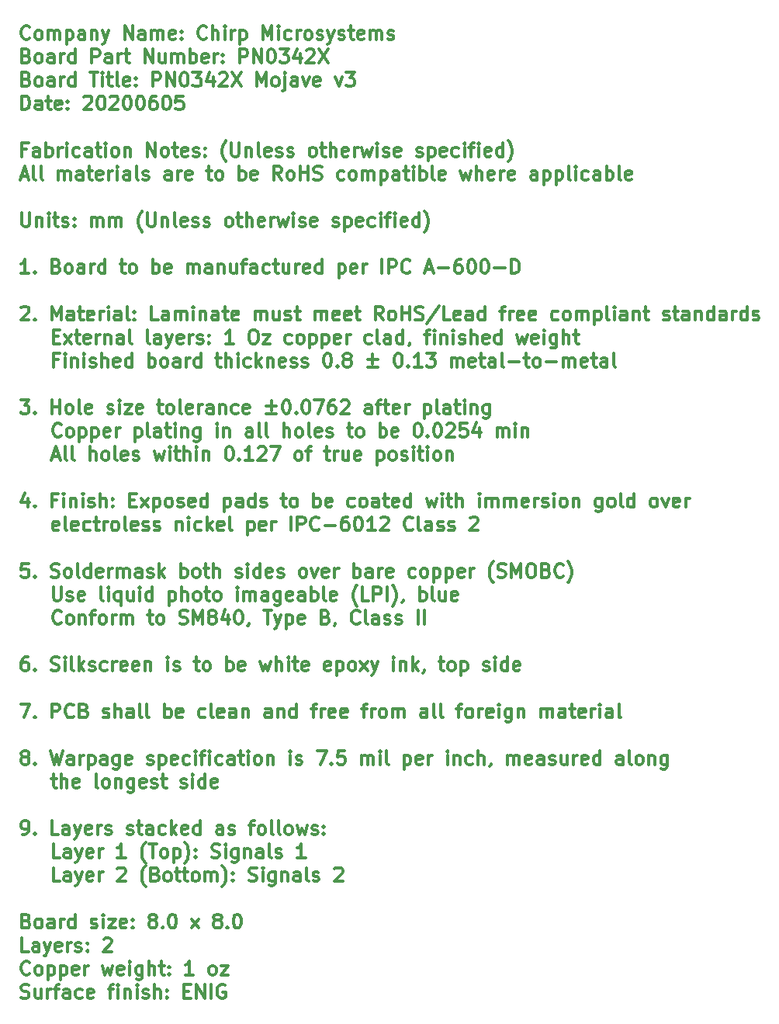
<source format=gbr>
G04 #@! TF.GenerationSoftware,KiCad,Pcbnew,(5.0.0)*
G04 #@! TF.CreationDate,2020-06-05T12:48:55-07:00*
G04 #@! TF.ProjectId,mojave,6D6F6A6176652E6B696361645F706362,3X*
G04 #@! TF.SameCoordinates,Original*
G04 #@! TF.FileFunction,Drawing*
%FSLAX46Y46*%
G04 Gerber Fmt 4.6, Leading zero omitted, Abs format (unit mm)*
G04 Created by KiCad (PCBNEW (5.0.0)) date 06/05/20 12:48:55*
%MOMM*%
%LPD*%
G01*
G04 APERTURE LIST*
%ADD10C,0.300000*%
G04 APERTURE END LIST*
D10*
X111859285Y-44210714D02*
X111787857Y-44282142D01*
X111573571Y-44353571D01*
X111430714Y-44353571D01*
X111216428Y-44282142D01*
X111073571Y-44139285D01*
X111002142Y-43996428D01*
X110930714Y-43710714D01*
X110930714Y-43496428D01*
X111002142Y-43210714D01*
X111073571Y-43067857D01*
X111216428Y-42925000D01*
X111430714Y-42853571D01*
X111573571Y-42853571D01*
X111787857Y-42925000D01*
X111859285Y-42996428D01*
X112716428Y-44353571D02*
X112573571Y-44282142D01*
X112502142Y-44210714D01*
X112430714Y-44067857D01*
X112430714Y-43639285D01*
X112502142Y-43496428D01*
X112573571Y-43425000D01*
X112716428Y-43353571D01*
X112930714Y-43353571D01*
X113073571Y-43425000D01*
X113145000Y-43496428D01*
X113216428Y-43639285D01*
X113216428Y-44067857D01*
X113145000Y-44210714D01*
X113073571Y-44282142D01*
X112930714Y-44353571D01*
X112716428Y-44353571D01*
X113859285Y-44353571D02*
X113859285Y-43353571D01*
X113859285Y-43496428D02*
X113930714Y-43425000D01*
X114073571Y-43353571D01*
X114287857Y-43353571D01*
X114430714Y-43425000D01*
X114502142Y-43567857D01*
X114502142Y-44353571D01*
X114502142Y-43567857D02*
X114573571Y-43425000D01*
X114716428Y-43353571D01*
X114930714Y-43353571D01*
X115073571Y-43425000D01*
X115145000Y-43567857D01*
X115145000Y-44353571D01*
X115859285Y-43353571D02*
X115859285Y-44853571D01*
X115859285Y-43425000D02*
X116002142Y-43353571D01*
X116287857Y-43353571D01*
X116430714Y-43425000D01*
X116502142Y-43496428D01*
X116573571Y-43639285D01*
X116573571Y-44067857D01*
X116502142Y-44210714D01*
X116430714Y-44282142D01*
X116287857Y-44353571D01*
X116002142Y-44353571D01*
X115859285Y-44282142D01*
X117859285Y-44353571D02*
X117859285Y-43567857D01*
X117787857Y-43425000D01*
X117645000Y-43353571D01*
X117359285Y-43353571D01*
X117216428Y-43425000D01*
X117859285Y-44282142D02*
X117716428Y-44353571D01*
X117359285Y-44353571D01*
X117216428Y-44282142D01*
X117145000Y-44139285D01*
X117145000Y-43996428D01*
X117216428Y-43853571D01*
X117359285Y-43782142D01*
X117716428Y-43782142D01*
X117859285Y-43710714D01*
X118573571Y-43353571D02*
X118573571Y-44353571D01*
X118573571Y-43496428D02*
X118645000Y-43425000D01*
X118787857Y-43353571D01*
X119002142Y-43353571D01*
X119145000Y-43425000D01*
X119216428Y-43567857D01*
X119216428Y-44353571D01*
X119787857Y-43353571D02*
X120145000Y-44353571D01*
X120502142Y-43353571D02*
X120145000Y-44353571D01*
X120002142Y-44710714D01*
X119930714Y-44782142D01*
X119787857Y-44853571D01*
X122216428Y-44353571D02*
X122216428Y-42853571D01*
X123073571Y-44353571D01*
X123073571Y-42853571D01*
X124430714Y-44353571D02*
X124430714Y-43567857D01*
X124359285Y-43425000D01*
X124216428Y-43353571D01*
X123930714Y-43353571D01*
X123787857Y-43425000D01*
X124430714Y-44282142D02*
X124287857Y-44353571D01*
X123930714Y-44353571D01*
X123787857Y-44282142D01*
X123716428Y-44139285D01*
X123716428Y-43996428D01*
X123787857Y-43853571D01*
X123930714Y-43782142D01*
X124287857Y-43782142D01*
X124430714Y-43710714D01*
X125145000Y-44353571D02*
X125145000Y-43353571D01*
X125145000Y-43496428D02*
X125216428Y-43425000D01*
X125359285Y-43353571D01*
X125573571Y-43353571D01*
X125716428Y-43425000D01*
X125787857Y-43567857D01*
X125787857Y-44353571D01*
X125787857Y-43567857D02*
X125859285Y-43425000D01*
X126002142Y-43353571D01*
X126216428Y-43353571D01*
X126359285Y-43425000D01*
X126430714Y-43567857D01*
X126430714Y-44353571D01*
X127716428Y-44282142D02*
X127573571Y-44353571D01*
X127287857Y-44353571D01*
X127145000Y-44282142D01*
X127073571Y-44139285D01*
X127073571Y-43567857D01*
X127145000Y-43425000D01*
X127287857Y-43353571D01*
X127573571Y-43353571D01*
X127716428Y-43425000D01*
X127787857Y-43567857D01*
X127787857Y-43710714D01*
X127073571Y-43853571D01*
X128430714Y-44210714D02*
X128502142Y-44282142D01*
X128430714Y-44353571D01*
X128359285Y-44282142D01*
X128430714Y-44210714D01*
X128430714Y-44353571D01*
X128430714Y-43425000D02*
X128502142Y-43496428D01*
X128430714Y-43567857D01*
X128359285Y-43496428D01*
X128430714Y-43425000D01*
X128430714Y-43567857D01*
X131145000Y-44210714D02*
X131073571Y-44282142D01*
X130859285Y-44353571D01*
X130716428Y-44353571D01*
X130502142Y-44282142D01*
X130359285Y-44139285D01*
X130287857Y-43996428D01*
X130216428Y-43710714D01*
X130216428Y-43496428D01*
X130287857Y-43210714D01*
X130359285Y-43067857D01*
X130502142Y-42925000D01*
X130716428Y-42853571D01*
X130859285Y-42853571D01*
X131073571Y-42925000D01*
X131145000Y-42996428D01*
X131787857Y-44353571D02*
X131787857Y-42853571D01*
X132430714Y-44353571D02*
X132430714Y-43567857D01*
X132359285Y-43425000D01*
X132216428Y-43353571D01*
X132002142Y-43353571D01*
X131859285Y-43425000D01*
X131787857Y-43496428D01*
X133145000Y-44353571D02*
X133145000Y-43353571D01*
X133145000Y-42853571D02*
X133073571Y-42925000D01*
X133145000Y-42996428D01*
X133216428Y-42925000D01*
X133145000Y-42853571D01*
X133145000Y-42996428D01*
X133859285Y-44353571D02*
X133859285Y-43353571D01*
X133859285Y-43639285D02*
X133930714Y-43496428D01*
X134002142Y-43425000D01*
X134145000Y-43353571D01*
X134287857Y-43353571D01*
X134787857Y-43353571D02*
X134787857Y-44853571D01*
X134787857Y-43425000D02*
X134930714Y-43353571D01*
X135216428Y-43353571D01*
X135359285Y-43425000D01*
X135430714Y-43496428D01*
X135502142Y-43639285D01*
X135502142Y-44067857D01*
X135430714Y-44210714D01*
X135359285Y-44282142D01*
X135216428Y-44353571D01*
X134930714Y-44353571D01*
X134787857Y-44282142D01*
X137287857Y-44353571D02*
X137287857Y-42853571D01*
X137787857Y-43925000D01*
X138287857Y-42853571D01*
X138287857Y-44353571D01*
X139002142Y-44353571D02*
X139002142Y-43353571D01*
X139002142Y-42853571D02*
X138930714Y-42925000D01*
X139002142Y-42996428D01*
X139073571Y-42925000D01*
X139002142Y-42853571D01*
X139002142Y-42996428D01*
X140359285Y-44282142D02*
X140216428Y-44353571D01*
X139930714Y-44353571D01*
X139787857Y-44282142D01*
X139716428Y-44210714D01*
X139645000Y-44067857D01*
X139645000Y-43639285D01*
X139716428Y-43496428D01*
X139787857Y-43425000D01*
X139930714Y-43353571D01*
X140216428Y-43353571D01*
X140359285Y-43425000D01*
X141002142Y-44353571D02*
X141002142Y-43353571D01*
X141002142Y-43639285D02*
X141073571Y-43496428D01*
X141145000Y-43425000D01*
X141287857Y-43353571D01*
X141430714Y-43353571D01*
X142145000Y-44353571D02*
X142002142Y-44282142D01*
X141930714Y-44210714D01*
X141859285Y-44067857D01*
X141859285Y-43639285D01*
X141930714Y-43496428D01*
X142002142Y-43425000D01*
X142145000Y-43353571D01*
X142359285Y-43353571D01*
X142502142Y-43425000D01*
X142573571Y-43496428D01*
X142645000Y-43639285D01*
X142645000Y-44067857D01*
X142573571Y-44210714D01*
X142502142Y-44282142D01*
X142359285Y-44353571D01*
X142145000Y-44353571D01*
X143216428Y-44282142D02*
X143359285Y-44353571D01*
X143645000Y-44353571D01*
X143787857Y-44282142D01*
X143859285Y-44139285D01*
X143859285Y-44067857D01*
X143787857Y-43925000D01*
X143645000Y-43853571D01*
X143430714Y-43853571D01*
X143287857Y-43782142D01*
X143216428Y-43639285D01*
X143216428Y-43567857D01*
X143287857Y-43425000D01*
X143430714Y-43353571D01*
X143645000Y-43353571D01*
X143787857Y-43425000D01*
X144359285Y-43353571D02*
X144716428Y-44353571D01*
X145073571Y-43353571D02*
X144716428Y-44353571D01*
X144573571Y-44710714D01*
X144502142Y-44782142D01*
X144359285Y-44853571D01*
X145573571Y-44282142D02*
X145716428Y-44353571D01*
X146002142Y-44353571D01*
X146145000Y-44282142D01*
X146216428Y-44139285D01*
X146216428Y-44067857D01*
X146145000Y-43925000D01*
X146002142Y-43853571D01*
X145787857Y-43853571D01*
X145645000Y-43782142D01*
X145573571Y-43639285D01*
X145573571Y-43567857D01*
X145645000Y-43425000D01*
X145787857Y-43353571D01*
X146002142Y-43353571D01*
X146145000Y-43425000D01*
X146645000Y-43353571D02*
X147216428Y-43353571D01*
X146859285Y-42853571D02*
X146859285Y-44139285D01*
X146930714Y-44282142D01*
X147073571Y-44353571D01*
X147216428Y-44353571D01*
X148287857Y-44282142D02*
X148145000Y-44353571D01*
X147859285Y-44353571D01*
X147716428Y-44282142D01*
X147645000Y-44139285D01*
X147645000Y-43567857D01*
X147716428Y-43425000D01*
X147859285Y-43353571D01*
X148145000Y-43353571D01*
X148287857Y-43425000D01*
X148359285Y-43567857D01*
X148359285Y-43710714D01*
X147645000Y-43853571D01*
X149002142Y-44353571D02*
X149002142Y-43353571D01*
X149002142Y-43496428D02*
X149073571Y-43425000D01*
X149216428Y-43353571D01*
X149430714Y-43353571D01*
X149573571Y-43425000D01*
X149645000Y-43567857D01*
X149645000Y-44353571D01*
X149645000Y-43567857D02*
X149716428Y-43425000D01*
X149859285Y-43353571D01*
X150073571Y-43353571D01*
X150216428Y-43425000D01*
X150287857Y-43567857D01*
X150287857Y-44353571D01*
X150930714Y-44282142D02*
X151073571Y-44353571D01*
X151359285Y-44353571D01*
X151502142Y-44282142D01*
X151573571Y-44139285D01*
X151573571Y-44067857D01*
X151502142Y-43925000D01*
X151359285Y-43853571D01*
X151145000Y-43853571D01*
X151002142Y-43782142D01*
X150930714Y-43639285D01*
X150930714Y-43567857D01*
X151002142Y-43425000D01*
X151145000Y-43353571D01*
X151359285Y-43353571D01*
X151502142Y-43425000D01*
X111502142Y-46117857D02*
X111716428Y-46189285D01*
X111787857Y-46260714D01*
X111859285Y-46403571D01*
X111859285Y-46617857D01*
X111787857Y-46760714D01*
X111716428Y-46832142D01*
X111573571Y-46903571D01*
X111002142Y-46903571D01*
X111002142Y-45403571D01*
X111502142Y-45403571D01*
X111645000Y-45475000D01*
X111716428Y-45546428D01*
X111787857Y-45689285D01*
X111787857Y-45832142D01*
X111716428Y-45975000D01*
X111645000Y-46046428D01*
X111502142Y-46117857D01*
X111002142Y-46117857D01*
X112716428Y-46903571D02*
X112573571Y-46832142D01*
X112502142Y-46760714D01*
X112430714Y-46617857D01*
X112430714Y-46189285D01*
X112502142Y-46046428D01*
X112573571Y-45975000D01*
X112716428Y-45903571D01*
X112930714Y-45903571D01*
X113073571Y-45975000D01*
X113145000Y-46046428D01*
X113216428Y-46189285D01*
X113216428Y-46617857D01*
X113145000Y-46760714D01*
X113073571Y-46832142D01*
X112930714Y-46903571D01*
X112716428Y-46903571D01*
X114502142Y-46903571D02*
X114502142Y-46117857D01*
X114430714Y-45975000D01*
X114287857Y-45903571D01*
X114002142Y-45903571D01*
X113859285Y-45975000D01*
X114502142Y-46832142D02*
X114359285Y-46903571D01*
X114002142Y-46903571D01*
X113859285Y-46832142D01*
X113787857Y-46689285D01*
X113787857Y-46546428D01*
X113859285Y-46403571D01*
X114002142Y-46332142D01*
X114359285Y-46332142D01*
X114502142Y-46260714D01*
X115216428Y-46903571D02*
X115216428Y-45903571D01*
X115216428Y-46189285D02*
X115287857Y-46046428D01*
X115359285Y-45975000D01*
X115502142Y-45903571D01*
X115645000Y-45903571D01*
X116787857Y-46903571D02*
X116787857Y-45403571D01*
X116787857Y-46832142D02*
X116645000Y-46903571D01*
X116359285Y-46903571D01*
X116216428Y-46832142D01*
X116145000Y-46760714D01*
X116073571Y-46617857D01*
X116073571Y-46189285D01*
X116145000Y-46046428D01*
X116216428Y-45975000D01*
X116359285Y-45903571D01*
X116645000Y-45903571D01*
X116787857Y-45975000D01*
X118645000Y-46903571D02*
X118645000Y-45403571D01*
X119216428Y-45403571D01*
X119359285Y-45475000D01*
X119430714Y-45546428D01*
X119502142Y-45689285D01*
X119502142Y-45903571D01*
X119430714Y-46046428D01*
X119359285Y-46117857D01*
X119216428Y-46189285D01*
X118645000Y-46189285D01*
X120787857Y-46903571D02*
X120787857Y-46117857D01*
X120716428Y-45975000D01*
X120573571Y-45903571D01*
X120287857Y-45903571D01*
X120145000Y-45975000D01*
X120787857Y-46832142D02*
X120645000Y-46903571D01*
X120287857Y-46903571D01*
X120145000Y-46832142D01*
X120073571Y-46689285D01*
X120073571Y-46546428D01*
X120145000Y-46403571D01*
X120287857Y-46332142D01*
X120645000Y-46332142D01*
X120787857Y-46260714D01*
X121502142Y-46903571D02*
X121502142Y-45903571D01*
X121502142Y-46189285D02*
X121573571Y-46046428D01*
X121645000Y-45975000D01*
X121787857Y-45903571D01*
X121930714Y-45903571D01*
X122216428Y-45903571D02*
X122787857Y-45903571D01*
X122430714Y-45403571D02*
X122430714Y-46689285D01*
X122502142Y-46832142D01*
X122645000Y-46903571D01*
X122787857Y-46903571D01*
X124430714Y-46903571D02*
X124430714Y-45403571D01*
X125287857Y-46903571D01*
X125287857Y-45403571D01*
X126645000Y-45903571D02*
X126645000Y-46903571D01*
X126002142Y-45903571D02*
X126002142Y-46689285D01*
X126073571Y-46832142D01*
X126216428Y-46903571D01*
X126430714Y-46903571D01*
X126573571Y-46832142D01*
X126645000Y-46760714D01*
X127359285Y-46903571D02*
X127359285Y-45903571D01*
X127359285Y-46046428D02*
X127430714Y-45975000D01*
X127573571Y-45903571D01*
X127787857Y-45903571D01*
X127930714Y-45975000D01*
X128002142Y-46117857D01*
X128002142Y-46903571D01*
X128002142Y-46117857D02*
X128073571Y-45975000D01*
X128216428Y-45903571D01*
X128430714Y-45903571D01*
X128573571Y-45975000D01*
X128645000Y-46117857D01*
X128645000Y-46903571D01*
X129359285Y-46903571D02*
X129359285Y-45403571D01*
X129359285Y-45975000D02*
X129502142Y-45903571D01*
X129787857Y-45903571D01*
X129930714Y-45975000D01*
X130002142Y-46046428D01*
X130073571Y-46189285D01*
X130073571Y-46617857D01*
X130002142Y-46760714D01*
X129930714Y-46832142D01*
X129787857Y-46903571D01*
X129502142Y-46903571D01*
X129359285Y-46832142D01*
X131287857Y-46832142D02*
X131145000Y-46903571D01*
X130859285Y-46903571D01*
X130716428Y-46832142D01*
X130645000Y-46689285D01*
X130645000Y-46117857D01*
X130716428Y-45975000D01*
X130859285Y-45903571D01*
X131145000Y-45903571D01*
X131287857Y-45975000D01*
X131359285Y-46117857D01*
X131359285Y-46260714D01*
X130645000Y-46403571D01*
X132002142Y-46903571D02*
X132002142Y-45903571D01*
X132002142Y-46189285D02*
X132073571Y-46046428D01*
X132145000Y-45975000D01*
X132287857Y-45903571D01*
X132430714Y-45903571D01*
X132930714Y-46760714D02*
X133002142Y-46832142D01*
X132930714Y-46903571D01*
X132859285Y-46832142D01*
X132930714Y-46760714D01*
X132930714Y-46903571D01*
X132930714Y-45975000D02*
X133002142Y-46046428D01*
X132930714Y-46117857D01*
X132859285Y-46046428D01*
X132930714Y-45975000D01*
X132930714Y-46117857D01*
X134787857Y-46903571D02*
X134787857Y-45403571D01*
X135359285Y-45403571D01*
X135502142Y-45475000D01*
X135573571Y-45546428D01*
X135645000Y-45689285D01*
X135645000Y-45903571D01*
X135573571Y-46046428D01*
X135502142Y-46117857D01*
X135359285Y-46189285D01*
X134787857Y-46189285D01*
X136287857Y-46903571D02*
X136287857Y-45403571D01*
X137145000Y-46903571D01*
X137145000Y-45403571D01*
X138145000Y-45403571D02*
X138287857Y-45403571D01*
X138430714Y-45475000D01*
X138502142Y-45546428D01*
X138573571Y-45689285D01*
X138645000Y-45975000D01*
X138645000Y-46332142D01*
X138573571Y-46617857D01*
X138502142Y-46760714D01*
X138430714Y-46832142D01*
X138287857Y-46903571D01*
X138145000Y-46903571D01*
X138002142Y-46832142D01*
X137930714Y-46760714D01*
X137859285Y-46617857D01*
X137787857Y-46332142D01*
X137787857Y-45975000D01*
X137859285Y-45689285D01*
X137930714Y-45546428D01*
X138002142Y-45475000D01*
X138145000Y-45403571D01*
X139145000Y-45403571D02*
X140073571Y-45403571D01*
X139573571Y-45975000D01*
X139787857Y-45975000D01*
X139930714Y-46046428D01*
X140002142Y-46117857D01*
X140073571Y-46260714D01*
X140073571Y-46617857D01*
X140002142Y-46760714D01*
X139930714Y-46832142D01*
X139787857Y-46903571D01*
X139359285Y-46903571D01*
X139216428Y-46832142D01*
X139145000Y-46760714D01*
X141359285Y-45903571D02*
X141359285Y-46903571D01*
X141002142Y-45332142D02*
X140645000Y-46403571D01*
X141573571Y-46403571D01*
X142073571Y-45546428D02*
X142145000Y-45475000D01*
X142287857Y-45403571D01*
X142645000Y-45403571D01*
X142787857Y-45475000D01*
X142859285Y-45546428D01*
X142930714Y-45689285D01*
X142930714Y-45832142D01*
X142859285Y-46046428D01*
X142002142Y-46903571D01*
X142930714Y-46903571D01*
X143430714Y-45403571D02*
X144430714Y-46903571D01*
X144430714Y-45403571D02*
X143430714Y-46903571D01*
X111502142Y-48667857D02*
X111716428Y-48739285D01*
X111787857Y-48810714D01*
X111859285Y-48953571D01*
X111859285Y-49167857D01*
X111787857Y-49310714D01*
X111716428Y-49382142D01*
X111573571Y-49453571D01*
X111002142Y-49453571D01*
X111002142Y-47953571D01*
X111502142Y-47953571D01*
X111645000Y-48025000D01*
X111716428Y-48096428D01*
X111787857Y-48239285D01*
X111787857Y-48382142D01*
X111716428Y-48525000D01*
X111645000Y-48596428D01*
X111502142Y-48667857D01*
X111002142Y-48667857D01*
X112716428Y-49453571D02*
X112573571Y-49382142D01*
X112502142Y-49310714D01*
X112430714Y-49167857D01*
X112430714Y-48739285D01*
X112502142Y-48596428D01*
X112573571Y-48525000D01*
X112716428Y-48453571D01*
X112930714Y-48453571D01*
X113073571Y-48525000D01*
X113145000Y-48596428D01*
X113216428Y-48739285D01*
X113216428Y-49167857D01*
X113145000Y-49310714D01*
X113073571Y-49382142D01*
X112930714Y-49453571D01*
X112716428Y-49453571D01*
X114502142Y-49453571D02*
X114502142Y-48667857D01*
X114430714Y-48525000D01*
X114287857Y-48453571D01*
X114002142Y-48453571D01*
X113859285Y-48525000D01*
X114502142Y-49382142D02*
X114359285Y-49453571D01*
X114002142Y-49453571D01*
X113859285Y-49382142D01*
X113787857Y-49239285D01*
X113787857Y-49096428D01*
X113859285Y-48953571D01*
X114002142Y-48882142D01*
X114359285Y-48882142D01*
X114502142Y-48810714D01*
X115216428Y-49453571D02*
X115216428Y-48453571D01*
X115216428Y-48739285D02*
X115287857Y-48596428D01*
X115359285Y-48525000D01*
X115502142Y-48453571D01*
X115645000Y-48453571D01*
X116787857Y-49453571D02*
X116787857Y-47953571D01*
X116787857Y-49382142D02*
X116645000Y-49453571D01*
X116359285Y-49453571D01*
X116216428Y-49382142D01*
X116145000Y-49310714D01*
X116073571Y-49167857D01*
X116073571Y-48739285D01*
X116145000Y-48596428D01*
X116216428Y-48525000D01*
X116359285Y-48453571D01*
X116645000Y-48453571D01*
X116787857Y-48525000D01*
X118430714Y-47953571D02*
X119287857Y-47953571D01*
X118859285Y-49453571D02*
X118859285Y-47953571D01*
X119787857Y-49453571D02*
X119787857Y-48453571D01*
X119787857Y-47953571D02*
X119716428Y-48025000D01*
X119787857Y-48096428D01*
X119859285Y-48025000D01*
X119787857Y-47953571D01*
X119787857Y-48096428D01*
X120287857Y-48453571D02*
X120859285Y-48453571D01*
X120502142Y-47953571D02*
X120502142Y-49239285D01*
X120573571Y-49382142D01*
X120716428Y-49453571D01*
X120859285Y-49453571D01*
X121573571Y-49453571D02*
X121430714Y-49382142D01*
X121359285Y-49239285D01*
X121359285Y-47953571D01*
X122716428Y-49382142D02*
X122573571Y-49453571D01*
X122287857Y-49453571D01*
X122145000Y-49382142D01*
X122073571Y-49239285D01*
X122073571Y-48667857D01*
X122145000Y-48525000D01*
X122287857Y-48453571D01*
X122573571Y-48453571D01*
X122716428Y-48525000D01*
X122787857Y-48667857D01*
X122787857Y-48810714D01*
X122073571Y-48953571D01*
X123430714Y-49310714D02*
X123502142Y-49382142D01*
X123430714Y-49453571D01*
X123359285Y-49382142D01*
X123430714Y-49310714D01*
X123430714Y-49453571D01*
X123430714Y-48525000D02*
X123502142Y-48596428D01*
X123430714Y-48667857D01*
X123359285Y-48596428D01*
X123430714Y-48525000D01*
X123430714Y-48667857D01*
X125287857Y-49453571D02*
X125287857Y-47953571D01*
X125859285Y-47953571D01*
X126002142Y-48025000D01*
X126073571Y-48096428D01*
X126145000Y-48239285D01*
X126145000Y-48453571D01*
X126073571Y-48596428D01*
X126002142Y-48667857D01*
X125859285Y-48739285D01*
X125287857Y-48739285D01*
X126787857Y-49453571D02*
X126787857Y-47953571D01*
X127645000Y-49453571D01*
X127645000Y-47953571D01*
X128645000Y-47953571D02*
X128787857Y-47953571D01*
X128930714Y-48025000D01*
X129002142Y-48096428D01*
X129073571Y-48239285D01*
X129145000Y-48525000D01*
X129145000Y-48882142D01*
X129073571Y-49167857D01*
X129002142Y-49310714D01*
X128930714Y-49382142D01*
X128787857Y-49453571D01*
X128645000Y-49453571D01*
X128502142Y-49382142D01*
X128430714Y-49310714D01*
X128359285Y-49167857D01*
X128287857Y-48882142D01*
X128287857Y-48525000D01*
X128359285Y-48239285D01*
X128430714Y-48096428D01*
X128502142Y-48025000D01*
X128645000Y-47953571D01*
X129645000Y-47953571D02*
X130573571Y-47953571D01*
X130073571Y-48525000D01*
X130287857Y-48525000D01*
X130430714Y-48596428D01*
X130502142Y-48667857D01*
X130573571Y-48810714D01*
X130573571Y-49167857D01*
X130502142Y-49310714D01*
X130430714Y-49382142D01*
X130287857Y-49453571D01*
X129859285Y-49453571D01*
X129716428Y-49382142D01*
X129645000Y-49310714D01*
X131859285Y-48453571D02*
X131859285Y-49453571D01*
X131502142Y-47882142D02*
X131145000Y-48953571D01*
X132073571Y-48953571D01*
X132573571Y-48096428D02*
X132645000Y-48025000D01*
X132787857Y-47953571D01*
X133145000Y-47953571D01*
X133287857Y-48025000D01*
X133359285Y-48096428D01*
X133430714Y-48239285D01*
X133430714Y-48382142D01*
X133359285Y-48596428D01*
X132502142Y-49453571D01*
X133430714Y-49453571D01*
X133930714Y-47953571D02*
X134930714Y-49453571D01*
X134930714Y-47953571D02*
X133930714Y-49453571D01*
X136645000Y-49453571D02*
X136645000Y-47953571D01*
X137145000Y-49025000D01*
X137645000Y-47953571D01*
X137645000Y-49453571D01*
X138573571Y-49453571D02*
X138430714Y-49382142D01*
X138359285Y-49310714D01*
X138287857Y-49167857D01*
X138287857Y-48739285D01*
X138359285Y-48596428D01*
X138430714Y-48525000D01*
X138573571Y-48453571D01*
X138787857Y-48453571D01*
X138930714Y-48525000D01*
X139002142Y-48596428D01*
X139073571Y-48739285D01*
X139073571Y-49167857D01*
X139002142Y-49310714D01*
X138930714Y-49382142D01*
X138787857Y-49453571D01*
X138573571Y-49453571D01*
X139716428Y-48453571D02*
X139716428Y-49739285D01*
X139645000Y-49882142D01*
X139502142Y-49953571D01*
X139430714Y-49953571D01*
X139716428Y-47953571D02*
X139645000Y-48025000D01*
X139716428Y-48096428D01*
X139787857Y-48025000D01*
X139716428Y-47953571D01*
X139716428Y-48096428D01*
X141073571Y-49453571D02*
X141073571Y-48667857D01*
X141002142Y-48525000D01*
X140859285Y-48453571D01*
X140573571Y-48453571D01*
X140430714Y-48525000D01*
X141073571Y-49382142D02*
X140930714Y-49453571D01*
X140573571Y-49453571D01*
X140430714Y-49382142D01*
X140359285Y-49239285D01*
X140359285Y-49096428D01*
X140430714Y-48953571D01*
X140573571Y-48882142D01*
X140930714Y-48882142D01*
X141073571Y-48810714D01*
X141645000Y-48453571D02*
X142002142Y-49453571D01*
X142359285Y-48453571D01*
X143502142Y-49382142D02*
X143359285Y-49453571D01*
X143073571Y-49453571D01*
X142930714Y-49382142D01*
X142859285Y-49239285D01*
X142859285Y-48667857D01*
X142930714Y-48525000D01*
X143073571Y-48453571D01*
X143359285Y-48453571D01*
X143502142Y-48525000D01*
X143573571Y-48667857D01*
X143573571Y-48810714D01*
X142859285Y-48953571D01*
X145216428Y-48453571D02*
X145573571Y-49453571D01*
X145930714Y-48453571D01*
X146359285Y-47953571D02*
X147287857Y-47953571D01*
X146787857Y-48525000D01*
X147002142Y-48525000D01*
X147145000Y-48596428D01*
X147216428Y-48667857D01*
X147287857Y-48810714D01*
X147287857Y-49167857D01*
X147216428Y-49310714D01*
X147145000Y-49382142D01*
X147002142Y-49453571D01*
X146573571Y-49453571D01*
X146430714Y-49382142D01*
X146359285Y-49310714D01*
X111002142Y-52003571D02*
X111002142Y-50503571D01*
X111359285Y-50503571D01*
X111573571Y-50575000D01*
X111716428Y-50717857D01*
X111787857Y-50860714D01*
X111859285Y-51146428D01*
X111859285Y-51360714D01*
X111787857Y-51646428D01*
X111716428Y-51789285D01*
X111573571Y-51932142D01*
X111359285Y-52003571D01*
X111002142Y-52003571D01*
X113145000Y-52003571D02*
X113145000Y-51217857D01*
X113073571Y-51075000D01*
X112930714Y-51003571D01*
X112645000Y-51003571D01*
X112502142Y-51075000D01*
X113145000Y-51932142D02*
X113002142Y-52003571D01*
X112645000Y-52003571D01*
X112502142Y-51932142D01*
X112430714Y-51789285D01*
X112430714Y-51646428D01*
X112502142Y-51503571D01*
X112645000Y-51432142D01*
X113002142Y-51432142D01*
X113145000Y-51360714D01*
X113645000Y-51003571D02*
X114216428Y-51003571D01*
X113859285Y-50503571D02*
X113859285Y-51789285D01*
X113930714Y-51932142D01*
X114073571Y-52003571D01*
X114216428Y-52003571D01*
X115287857Y-51932142D02*
X115145000Y-52003571D01*
X114859285Y-52003571D01*
X114716428Y-51932142D01*
X114645000Y-51789285D01*
X114645000Y-51217857D01*
X114716428Y-51075000D01*
X114859285Y-51003571D01*
X115145000Y-51003571D01*
X115287857Y-51075000D01*
X115359285Y-51217857D01*
X115359285Y-51360714D01*
X114645000Y-51503571D01*
X116002142Y-51860714D02*
X116073571Y-51932142D01*
X116002142Y-52003571D01*
X115930714Y-51932142D01*
X116002142Y-51860714D01*
X116002142Y-52003571D01*
X116002142Y-51075000D02*
X116073571Y-51146428D01*
X116002142Y-51217857D01*
X115930714Y-51146428D01*
X116002142Y-51075000D01*
X116002142Y-51217857D01*
X117787857Y-50646428D02*
X117859285Y-50575000D01*
X118002142Y-50503571D01*
X118359285Y-50503571D01*
X118502142Y-50575000D01*
X118573571Y-50646428D01*
X118645000Y-50789285D01*
X118645000Y-50932142D01*
X118573571Y-51146428D01*
X117716428Y-52003571D01*
X118645000Y-52003571D01*
X119573571Y-50503571D02*
X119716428Y-50503571D01*
X119859285Y-50575000D01*
X119930714Y-50646428D01*
X120002142Y-50789285D01*
X120073571Y-51075000D01*
X120073571Y-51432142D01*
X120002142Y-51717857D01*
X119930714Y-51860714D01*
X119859285Y-51932142D01*
X119716428Y-52003571D01*
X119573571Y-52003571D01*
X119430714Y-51932142D01*
X119359285Y-51860714D01*
X119287857Y-51717857D01*
X119216428Y-51432142D01*
X119216428Y-51075000D01*
X119287857Y-50789285D01*
X119359285Y-50646428D01*
X119430714Y-50575000D01*
X119573571Y-50503571D01*
X120645000Y-50646428D02*
X120716428Y-50575000D01*
X120859285Y-50503571D01*
X121216428Y-50503571D01*
X121359285Y-50575000D01*
X121430714Y-50646428D01*
X121502142Y-50789285D01*
X121502142Y-50932142D01*
X121430714Y-51146428D01*
X120573571Y-52003571D01*
X121502142Y-52003571D01*
X122430714Y-50503571D02*
X122573571Y-50503571D01*
X122716428Y-50575000D01*
X122787857Y-50646428D01*
X122859285Y-50789285D01*
X122930714Y-51075000D01*
X122930714Y-51432142D01*
X122859285Y-51717857D01*
X122787857Y-51860714D01*
X122716428Y-51932142D01*
X122573571Y-52003571D01*
X122430714Y-52003571D01*
X122287857Y-51932142D01*
X122216428Y-51860714D01*
X122145000Y-51717857D01*
X122073571Y-51432142D01*
X122073571Y-51075000D01*
X122145000Y-50789285D01*
X122216428Y-50646428D01*
X122287857Y-50575000D01*
X122430714Y-50503571D01*
X123859285Y-50503571D02*
X124002142Y-50503571D01*
X124145000Y-50575000D01*
X124216428Y-50646428D01*
X124287857Y-50789285D01*
X124359285Y-51075000D01*
X124359285Y-51432142D01*
X124287857Y-51717857D01*
X124216428Y-51860714D01*
X124145000Y-51932142D01*
X124002142Y-52003571D01*
X123859285Y-52003571D01*
X123716428Y-51932142D01*
X123645000Y-51860714D01*
X123573571Y-51717857D01*
X123502142Y-51432142D01*
X123502142Y-51075000D01*
X123573571Y-50789285D01*
X123645000Y-50646428D01*
X123716428Y-50575000D01*
X123859285Y-50503571D01*
X125645000Y-50503571D02*
X125359285Y-50503571D01*
X125216428Y-50575000D01*
X125145000Y-50646428D01*
X125002142Y-50860714D01*
X124930714Y-51146428D01*
X124930714Y-51717857D01*
X125002142Y-51860714D01*
X125073571Y-51932142D01*
X125216428Y-52003571D01*
X125502142Y-52003571D01*
X125645000Y-51932142D01*
X125716428Y-51860714D01*
X125787857Y-51717857D01*
X125787857Y-51360714D01*
X125716428Y-51217857D01*
X125645000Y-51146428D01*
X125502142Y-51075000D01*
X125216428Y-51075000D01*
X125073571Y-51146428D01*
X125002142Y-51217857D01*
X124930714Y-51360714D01*
X126716428Y-50503571D02*
X126859285Y-50503571D01*
X127002142Y-50575000D01*
X127073571Y-50646428D01*
X127145000Y-50789285D01*
X127216428Y-51075000D01*
X127216428Y-51432142D01*
X127145000Y-51717857D01*
X127073571Y-51860714D01*
X127002142Y-51932142D01*
X126859285Y-52003571D01*
X126716428Y-52003571D01*
X126573571Y-51932142D01*
X126502142Y-51860714D01*
X126430714Y-51717857D01*
X126359285Y-51432142D01*
X126359285Y-51075000D01*
X126430714Y-50789285D01*
X126502142Y-50646428D01*
X126573571Y-50575000D01*
X126716428Y-50503571D01*
X128573571Y-50503571D02*
X127859285Y-50503571D01*
X127787857Y-51217857D01*
X127859285Y-51146428D01*
X128002142Y-51075000D01*
X128359285Y-51075000D01*
X128502142Y-51146428D01*
X128573571Y-51217857D01*
X128645000Y-51360714D01*
X128645000Y-51717857D01*
X128573571Y-51860714D01*
X128502142Y-51932142D01*
X128359285Y-52003571D01*
X128002142Y-52003571D01*
X127859285Y-51932142D01*
X127787857Y-51860714D01*
X111502142Y-56317857D02*
X111002142Y-56317857D01*
X111002142Y-57103571D02*
X111002142Y-55603571D01*
X111716428Y-55603571D01*
X112930714Y-57103571D02*
X112930714Y-56317857D01*
X112859285Y-56175000D01*
X112716428Y-56103571D01*
X112430714Y-56103571D01*
X112287857Y-56175000D01*
X112930714Y-57032142D02*
X112787857Y-57103571D01*
X112430714Y-57103571D01*
X112287857Y-57032142D01*
X112216428Y-56889285D01*
X112216428Y-56746428D01*
X112287857Y-56603571D01*
X112430714Y-56532142D01*
X112787857Y-56532142D01*
X112930714Y-56460714D01*
X113645000Y-57103571D02*
X113645000Y-55603571D01*
X113645000Y-56175000D02*
X113787857Y-56103571D01*
X114073571Y-56103571D01*
X114216428Y-56175000D01*
X114287857Y-56246428D01*
X114359285Y-56389285D01*
X114359285Y-56817857D01*
X114287857Y-56960714D01*
X114216428Y-57032142D01*
X114073571Y-57103571D01*
X113787857Y-57103571D01*
X113645000Y-57032142D01*
X115002142Y-57103571D02*
X115002142Y-56103571D01*
X115002142Y-56389285D02*
X115073571Y-56246428D01*
X115145000Y-56175000D01*
X115287857Y-56103571D01*
X115430714Y-56103571D01*
X115930714Y-57103571D02*
X115930714Y-56103571D01*
X115930714Y-55603571D02*
X115859285Y-55675000D01*
X115930714Y-55746428D01*
X116002142Y-55675000D01*
X115930714Y-55603571D01*
X115930714Y-55746428D01*
X117287857Y-57032142D02*
X117145000Y-57103571D01*
X116859285Y-57103571D01*
X116716428Y-57032142D01*
X116645000Y-56960714D01*
X116573571Y-56817857D01*
X116573571Y-56389285D01*
X116645000Y-56246428D01*
X116716428Y-56175000D01*
X116859285Y-56103571D01*
X117145000Y-56103571D01*
X117287857Y-56175000D01*
X118573571Y-57103571D02*
X118573571Y-56317857D01*
X118502142Y-56175000D01*
X118359285Y-56103571D01*
X118073571Y-56103571D01*
X117930714Y-56175000D01*
X118573571Y-57032142D02*
X118430714Y-57103571D01*
X118073571Y-57103571D01*
X117930714Y-57032142D01*
X117859285Y-56889285D01*
X117859285Y-56746428D01*
X117930714Y-56603571D01*
X118073571Y-56532142D01*
X118430714Y-56532142D01*
X118573571Y-56460714D01*
X119073571Y-56103571D02*
X119645000Y-56103571D01*
X119287857Y-55603571D02*
X119287857Y-56889285D01*
X119359285Y-57032142D01*
X119502142Y-57103571D01*
X119645000Y-57103571D01*
X120145000Y-57103571D02*
X120145000Y-56103571D01*
X120145000Y-55603571D02*
X120073571Y-55675000D01*
X120145000Y-55746428D01*
X120216428Y-55675000D01*
X120145000Y-55603571D01*
X120145000Y-55746428D01*
X121073571Y-57103571D02*
X120930714Y-57032142D01*
X120859285Y-56960714D01*
X120787857Y-56817857D01*
X120787857Y-56389285D01*
X120859285Y-56246428D01*
X120930714Y-56175000D01*
X121073571Y-56103571D01*
X121287857Y-56103571D01*
X121430714Y-56175000D01*
X121502142Y-56246428D01*
X121573571Y-56389285D01*
X121573571Y-56817857D01*
X121502142Y-56960714D01*
X121430714Y-57032142D01*
X121287857Y-57103571D01*
X121073571Y-57103571D01*
X122216428Y-56103571D02*
X122216428Y-57103571D01*
X122216428Y-56246428D02*
X122287857Y-56175000D01*
X122430714Y-56103571D01*
X122645000Y-56103571D01*
X122787857Y-56175000D01*
X122859285Y-56317857D01*
X122859285Y-57103571D01*
X124716428Y-57103571D02*
X124716428Y-55603571D01*
X125573571Y-57103571D01*
X125573571Y-55603571D01*
X126502142Y-57103571D02*
X126359285Y-57032142D01*
X126287857Y-56960714D01*
X126216428Y-56817857D01*
X126216428Y-56389285D01*
X126287857Y-56246428D01*
X126359285Y-56175000D01*
X126502142Y-56103571D01*
X126716428Y-56103571D01*
X126859285Y-56175000D01*
X126930714Y-56246428D01*
X127002142Y-56389285D01*
X127002142Y-56817857D01*
X126930714Y-56960714D01*
X126859285Y-57032142D01*
X126716428Y-57103571D01*
X126502142Y-57103571D01*
X127430714Y-56103571D02*
X128002142Y-56103571D01*
X127645000Y-55603571D02*
X127645000Y-56889285D01*
X127716428Y-57032142D01*
X127859285Y-57103571D01*
X128002142Y-57103571D01*
X129073571Y-57032142D02*
X128930714Y-57103571D01*
X128645000Y-57103571D01*
X128502142Y-57032142D01*
X128430714Y-56889285D01*
X128430714Y-56317857D01*
X128502142Y-56175000D01*
X128645000Y-56103571D01*
X128930714Y-56103571D01*
X129073571Y-56175000D01*
X129145000Y-56317857D01*
X129145000Y-56460714D01*
X128430714Y-56603571D01*
X129716428Y-57032142D02*
X129859285Y-57103571D01*
X130145000Y-57103571D01*
X130287857Y-57032142D01*
X130359285Y-56889285D01*
X130359285Y-56817857D01*
X130287857Y-56675000D01*
X130145000Y-56603571D01*
X129930714Y-56603571D01*
X129787857Y-56532142D01*
X129716428Y-56389285D01*
X129716428Y-56317857D01*
X129787857Y-56175000D01*
X129930714Y-56103571D01*
X130145000Y-56103571D01*
X130287857Y-56175000D01*
X131002142Y-56960714D02*
X131073571Y-57032142D01*
X131002142Y-57103571D01*
X130930714Y-57032142D01*
X131002142Y-56960714D01*
X131002142Y-57103571D01*
X131002142Y-56175000D02*
X131073571Y-56246428D01*
X131002142Y-56317857D01*
X130930714Y-56246428D01*
X131002142Y-56175000D01*
X131002142Y-56317857D01*
X133287857Y-57675000D02*
X133216428Y-57603571D01*
X133073571Y-57389285D01*
X133002142Y-57246428D01*
X132930714Y-57032142D01*
X132859285Y-56675000D01*
X132859285Y-56389285D01*
X132930714Y-56032142D01*
X133002142Y-55817857D01*
X133073571Y-55675000D01*
X133216428Y-55460714D01*
X133287857Y-55389285D01*
X133859285Y-55603571D02*
X133859285Y-56817857D01*
X133930714Y-56960714D01*
X134002142Y-57032142D01*
X134145000Y-57103571D01*
X134430714Y-57103571D01*
X134573571Y-57032142D01*
X134645000Y-56960714D01*
X134716428Y-56817857D01*
X134716428Y-55603571D01*
X135430714Y-56103571D02*
X135430714Y-57103571D01*
X135430714Y-56246428D02*
X135502142Y-56175000D01*
X135645000Y-56103571D01*
X135859285Y-56103571D01*
X136002142Y-56175000D01*
X136073571Y-56317857D01*
X136073571Y-57103571D01*
X137002142Y-57103571D02*
X136859285Y-57032142D01*
X136787857Y-56889285D01*
X136787857Y-55603571D01*
X138145000Y-57032142D02*
X138002142Y-57103571D01*
X137716428Y-57103571D01*
X137573571Y-57032142D01*
X137502142Y-56889285D01*
X137502142Y-56317857D01*
X137573571Y-56175000D01*
X137716428Y-56103571D01*
X138002142Y-56103571D01*
X138145000Y-56175000D01*
X138216428Y-56317857D01*
X138216428Y-56460714D01*
X137502142Y-56603571D01*
X138787857Y-57032142D02*
X138930714Y-57103571D01*
X139216428Y-57103571D01*
X139359285Y-57032142D01*
X139430714Y-56889285D01*
X139430714Y-56817857D01*
X139359285Y-56675000D01*
X139216428Y-56603571D01*
X139002142Y-56603571D01*
X138859285Y-56532142D01*
X138787857Y-56389285D01*
X138787857Y-56317857D01*
X138859285Y-56175000D01*
X139002142Y-56103571D01*
X139216428Y-56103571D01*
X139359285Y-56175000D01*
X140002142Y-57032142D02*
X140145000Y-57103571D01*
X140430714Y-57103571D01*
X140573571Y-57032142D01*
X140645000Y-56889285D01*
X140645000Y-56817857D01*
X140573571Y-56675000D01*
X140430714Y-56603571D01*
X140216428Y-56603571D01*
X140073571Y-56532142D01*
X140002142Y-56389285D01*
X140002142Y-56317857D01*
X140073571Y-56175000D01*
X140216428Y-56103571D01*
X140430714Y-56103571D01*
X140573571Y-56175000D01*
X142645000Y-57103571D02*
X142502142Y-57032142D01*
X142430714Y-56960714D01*
X142359285Y-56817857D01*
X142359285Y-56389285D01*
X142430714Y-56246428D01*
X142502142Y-56175000D01*
X142645000Y-56103571D01*
X142859285Y-56103571D01*
X143002142Y-56175000D01*
X143073571Y-56246428D01*
X143145000Y-56389285D01*
X143145000Y-56817857D01*
X143073571Y-56960714D01*
X143002142Y-57032142D01*
X142859285Y-57103571D01*
X142645000Y-57103571D01*
X143573571Y-56103571D02*
X144145000Y-56103571D01*
X143787857Y-55603571D02*
X143787857Y-56889285D01*
X143859285Y-57032142D01*
X144002142Y-57103571D01*
X144145000Y-57103571D01*
X144645000Y-57103571D02*
X144645000Y-55603571D01*
X145287857Y-57103571D02*
X145287857Y-56317857D01*
X145216428Y-56175000D01*
X145073571Y-56103571D01*
X144859285Y-56103571D01*
X144716428Y-56175000D01*
X144645000Y-56246428D01*
X146573571Y-57032142D02*
X146430714Y-57103571D01*
X146145000Y-57103571D01*
X146002142Y-57032142D01*
X145930714Y-56889285D01*
X145930714Y-56317857D01*
X146002142Y-56175000D01*
X146145000Y-56103571D01*
X146430714Y-56103571D01*
X146573571Y-56175000D01*
X146645000Y-56317857D01*
X146645000Y-56460714D01*
X145930714Y-56603571D01*
X147287857Y-57103571D02*
X147287857Y-56103571D01*
X147287857Y-56389285D02*
X147359285Y-56246428D01*
X147430714Y-56175000D01*
X147573571Y-56103571D01*
X147716428Y-56103571D01*
X148073571Y-56103571D02*
X148359285Y-57103571D01*
X148645000Y-56389285D01*
X148930714Y-57103571D01*
X149216428Y-56103571D01*
X149787857Y-57103571D02*
X149787857Y-56103571D01*
X149787857Y-55603571D02*
X149716428Y-55675000D01*
X149787857Y-55746428D01*
X149859285Y-55675000D01*
X149787857Y-55603571D01*
X149787857Y-55746428D01*
X150430714Y-57032142D02*
X150573571Y-57103571D01*
X150859285Y-57103571D01*
X151002142Y-57032142D01*
X151073571Y-56889285D01*
X151073571Y-56817857D01*
X151002142Y-56675000D01*
X150859285Y-56603571D01*
X150645000Y-56603571D01*
X150502142Y-56532142D01*
X150430714Y-56389285D01*
X150430714Y-56317857D01*
X150502142Y-56175000D01*
X150645000Y-56103571D01*
X150859285Y-56103571D01*
X151002142Y-56175000D01*
X152287857Y-57032142D02*
X152145000Y-57103571D01*
X151859285Y-57103571D01*
X151716428Y-57032142D01*
X151645000Y-56889285D01*
X151645000Y-56317857D01*
X151716428Y-56175000D01*
X151859285Y-56103571D01*
X152145000Y-56103571D01*
X152287857Y-56175000D01*
X152359285Y-56317857D01*
X152359285Y-56460714D01*
X151645000Y-56603571D01*
X154073571Y-57032142D02*
X154216428Y-57103571D01*
X154502142Y-57103571D01*
X154645000Y-57032142D01*
X154716428Y-56889285D01*
X154716428Y-56817857D01*
X154645000Y-56675000D01*
X154502142Y-56603571D01*
X154287857Y-56603571D01*
X154145000Y-56532142D01*
X154073571Y-56389285D01*
X154073571Y-56317857D01*
X154145000Y-56175000D01*
X154287857Y-56103571D01*
X154502142Y-56103571D01*
X154645000Y-56175000D01*
X155359285Y-56103571D02*
X155359285Y-57603571D01*
X155359285Y-56175000D02*
X155502142Y-56103571D01*
X155787857Y-56103571D01*
X155930714Y-56175000D01*
X156002142Y-56246428D01*
X156073571Y-56389285D01*
X156073571Y-56817857D01*
X156002142Y-56960714D01*
X155930714Y-57032142D01*
X155787857Y-57103571D01*
X155502142Y-57103571D01*
X155359285Y-57032142D01*
X157287857Y-57032142D02*
X157145000Y-57103571D01*
X156859285Y-57103571D01*
X156716428Y-57032142D01*
X156645000Y-56889285D01*
X156645000Y-56317857D01*
X156716428Y-56175000D01*
X156859285Y-56103571D01*
X157145000Y-56103571D01*
X157287857Y-56175000D01*
X157359285Y-56317857D01*
X157359285Y-56460714D01*
X156645000Y-56603571D01*
X158645000Y-57032142D02*
X158502142Y-57103571D01*
X158216428Y-57103571D01*
X158073571Y-57032142D01*
X158002142Y-56960714D01*
X157930714Y-56817857D01*
X157930714Y-56389285D01*
X158002142Y-56246428D01*
X158073571Y-56175000D01*
X158216428Y-56103571D01*
X158502142Y-56103571D01*
X158645000Y-56175000D01*
X159287857Y-57103571D02*
X159287857Y-56103571D01*
X159287857Y-55603571D02*
X159216428Y-55675000D01*
X159287857Y-55746428D01*
X159359285Y-55675000D01*
X159287857Y-55603571D01*
X159287857Y-55746428D01*
X159787857Y-56103571D02*
X160359285Y-56103571D01*
X160002142Y-57103571D02*
X160002142Y-55817857D01*
X160073571Y-55675000D01*
X160216428Y-55603571D01*
X160359285Y-55603571D01*
X160859285Y-57103571D02*
X160859285Y-56103571D01*
X160859285Y-55603571D02*
X160787857Y-55675000D01*
X160859285Y-55746428D01*
X160930714Y-55675000D01*
X160859285Y-55603571D01*
X160859285Y-55746428D01*
X162145000Y-57032142D02*
X162002142Y-57103571D01*
X161716428Y-57103571D01*
X161573571Y-57032142D01*
X161502142Y-56889285D01*
X161502142Y-56317857D01*
X161573571Y-56175000D01*
X161716428Y-56103571D01*
X162002142Y-56103571D01*
X162145000Y-56175000D01*
X162216428Y-56317857D01*
X162216428Y-56460714D01*
X161502142Y-56603571D01*
X163502142Y-57103571D02*
X163502142Y-55603571D01*
X163502142Y-57032142D02*
X163359285Y-57103571D01*
X163073571Y-57103571D01*
X162930714Y-57032142D01*
X162859285Y-56960714D01*
X162787857Y-56817857D01*
X162787857Y-56389285D01*
X162859285Y-56246428D01*
X162930714Y-56175000D01*
X163073571Y-56103571D01*
X163359285Y-56103571D01*
X163502142Y-56175000D01*
X164073571Y-57675000D02*
X164145000Y-57603571D01*
X164287857Y-57389285D01*
X164359285Y-57246428D01*
X164430714Y-57032142D01*
X164502142Y-56675000D01*
X164502142Y-56389285D01*
X164430714Y-56032142D01*
X164359285Y-55817857D01*
X164287857Y-55675000D01*
X164145000Y-55460714D01*
X164073571Y-55389285D01*
X110930714Y-59225000D02*
X111645000Y-59225000D01*
X110787857Y-59653571D02*
X111287857Y-58153571D01*
X111787857Y-59653571D01*
X112502142Y-59653571D02*
X112359285Y-59582142D01*
X112287857Y-59439285D01*
X112287857Y-58153571D01*
X113287857Y-59653571D02*
X113145000Y-59582142D01*
X113073571Y-59439285D01*
X113073571Y-58153571D01*
X115002142Y-59653571D02*
X115002142Y-58653571D01*
X115002142Y-58796428D02*
X115073571Y-58725000D01*
X115216428Y-58653571D01*
X115430714Y-58653571D01*
X115573571Y-58725000D01*
X115645000Y-58867857D01*
X115645000Y-59653571D01*
X115645000Y-58867857D02*
X115716428Y-58725000D01*
X115859285Y-58653571D01*
X116073571Y-58653571D01*
X116216428Y-58725000D01*
X116287857Y-58867857D01*
X116287857Y-59653571D01*
X117645000Y-59653571D02*
X117645000Y-58867857D01*
X117573571Y-58725000D01*
X117430714Y-58653571D01*
X117145000Y-58653571D01*
X117002142Y-58725000D01*
X117645000Y-59582142D02*
X117502142Y-59653571D01*
X117145000Y-59653571D01*
X117002142Y-59582142D01*
X116930714Y-59439285D01*
X116930714Y-59296428D01*
X117002142Y-59153571D01*
X117145000Y-59082142D01*
X117502142Y-59082142D01*
X117645000Y-59010714D01*
X118145000Y-58653571D02*
X118716428Y-58653571D01*
X118359285Y-58153571D02*
X118359285Y-59439285D01*
X118430714Y-59582142D01*
X118573571Y-59653571D01*
X118716428Y-59653571D01*
X119787857Y-59582142D02*
X119645000Y-59653571D01*
X119359285Y-59653571D01*
X119216428Y-59582142D01*
X119145000Y-59439285D01*
X119145000Y-58867857D01*
X119216428Y-58725000D01*
X119359285Y-58653571D01*
X119645000Y-58653571D01*
X119787857Y-58725000D01*
X119859285Y-58867857D01*
X119859285Y-59010714D01*
X119145000Y-59153571D01*
X120502142Y-59653571D02*
X120502142Y-58653571D01*
X120502142Y-58939285D02*
X120573571Y-58796428D01*
X120645000Y-58725000D01*
X120787857Y-58653571D01*
X120930714Y-58653571D01*
X121430714Y-59653571D02*
X121430714Y-58653571D01*
X121430714Y-58153571D02*
X121359285Y-58225000D01*
X121430714Y-58296428D01*
X121502142Y-58225000D01*
X121430714Y-58153571D01*
X121430714Y-58296428D01*
X122787857Y-59653571D02*
X122787857Y-58867857D01*
X122716428Y-58725000D01*
X122573571Y-58653571D01*
X122287857Y-58653571D01*
X122145000Y-58725000D01*
X122787857Y-59582142D02*
X122645000Y-59653571D01*
X122287857Y-59653571D01*
X122145000Y-59582142D01*
X122073571Y-59439285D01*
X122073571Y-59296428D01*
X122145000Y-59153571D01*
X122287857Y-59082142D01*
X122645000Y-59082142D01*
X122787857Y-59010714D01*
X123716428Y-59653571D02*
X123573571Y-59582142D01*
X123502142Y-59439285D01*
X123502142Y-58153571D01*
X124216428Y-59582142D02*
X124359285Y-59653571D01*
X124645000Y-59653571D01*
X124787857Y-59582142D01*
X124859285Y-59439285D01*
X124859285Y-59367857D01*
X124787857Y-59225000D01*
X124645000Y-59153571D01*
X124430714Y-59153571D01*
X124287857Y-59082142D01*
X124216428Y-58939285D01*
X124216428Y-58867857D01*
X124287857Y-58725000D01*
X124430714Y-58653571D01*
X124645000Y-58653571D01*
X124787857Y-58725000D01*
X127287857Y-59653571D02*
X127287857Y-58867857D01*
X127216428Y-58725000D01*
X127073571Y-58653571D01*
X126787857Y-58653571D01*
X126645000Y-58725000D01*
X127287857Y-59582142D02*
X127145000Y-59653571D01*
X126787857Y-59653571D01*
X126645000Y-59582142D01*
X126573571Y-59439285D01*
X126573571Y-59296428D01*
X126645000Y-59153571D01*
X126787857Y-59082142D01*
X127145000Y-59082142D01*
X127287857Y-59010714D01*
X128002142Y-59653571D02*
X128002142Y-58653571D01*
X128002142Y-58939285D02*
X128073571Y-58796428D01*
X128145000Y-58725000D01*
X128287857Y-58653571D01*
X128430714Y-58653571D01*
X129502142Y-59582142D02*
X129359285Y-59653571D01*
X129073571Y-59653571D01*
X128930714Y-59582142D01*
X128859285Y-59439285D01*
X128859285Y-58867857D01*
X128930714Y-58725000D01*
X129073571Y-58653571D01*
X129359285Y-58653571D01*
X129502142Y-58725000D01*
X129573571Y-58867857D01*
X129573571Y-59010714D01*
X128859285Y-59153571D01*
X131145000Y-58653571D02*
X131716428Y-58653571D01*
X131359285Y-58153571D02*
X131359285Y-59439285D01*
X131430714Y-59582142D01*
X131573571Y-59653571D01*
X131716428Y-59653571D01*
X132430714Y-59653571D02*
X132287857Y-59582142D01*
X132216428Y-59510714D01*
X132145000Y-59367857D01*
X132145000Y-58939285D01*
X132216428Y-58796428D01*
X132287857Y-58725000D01*
X132430714Y-58653571D01*
X132645000Y-58653571D01*
X132787857Y-58725000D01*
X132859285Y-58796428D01*
X132930714Y-58939285D01*
X132930714Y-59367857D01*
X132859285Y-59510714D01*
X132787857Y-59582142D01*
X132645000Y-59653571D01*
X132430714Y-59653571D01*
X134716428Y-59653571D02*
X134716428Y-58153571D01*
X134716428Y-58725000D02*
X134859285Y-58653571D01*
X135145000Y-58653571D01*
X135287857Y-58725000D01*
X135359285Y-58796428D01*
X135430714Y-58939285D01*
X135430714Y-59367857D01*
X135359285Y-59510714D01*
X135287857Y-59582142D01*
X135145000Y-59653571D01*
X134859285Y-59653571D01*
X134716428Y-59582142D01*
X136645000Y-59582142D02*
X136502142Y-59653571D01*
X136216428Y-59653571D01*
X136073571Y-59582142D01*
X136002142Y-59439285D01*
X136002142Y-58867857D01*
X136073571Y-58725000D01*
X136216428Y-58653571D01*
X136502142Y-58653571D01*
X136645000Y-58725000D01*
X136716428Y-58867857D01*
X136716428Y-59010714D01*
X136002142Y-59153571D01*
X139359285Y-59653571D02*
X138859285Y-58939285D01*
X138502142Y-59653571D02*
X138502142Y-58153571D01*
X139073571Y-58153571D01*
X139216428Y-58225000D01*
X139287857Y-58296428D01*
X139359285Y-58439285D01*
X139359285Y-58653571D01*
X139287857Y-58796428D01*
X139216428Y-58867857D01*
X139073571Y-58939285D01*
X138502142Y-58939285D01*
X140216428Y-59653571D02*
X140073571Y-59582142D01*
X140002142Y-59510714D01*
X139930714Y-59367857D01*
X139930714Y-58939285D01*
X140002142Y-58796428D01*
X140073571Y-58725000D01*
X140216428Y-58653571D01*
X140430714Y-58653571D01*
X140573571Y-58725000D01*
X140645000Y-58796428D01*
X140716428Y-58939285D01*
X140716428Y-59367857D01*
X140645000Y-59510714D01*
X140573571Y-59582142D01*
X140430714Y-59653571D01*
X140216428Y-59653571D01*
X141359285Y-59653571D02*
X141359285Y-58153571D01*
X141359285Y-58867857D02*
X142216428Y-58867857D01*
X142216428Y-59653571D02*
X142216428Y-58153571D01*
X142859285Y-59582142D02*
X143073571Y-59653571D01*
X143430714Y-59653571D01*
X143573571Y-59582142D01*
X143645000Y-59510714D01*
X143716428Y-59367857D01*
X143716428Y-59225000D01*
X143645000Y-59082142D01*
X143573571Y-59010714D01*
X143430714Y-58939285D01*
X143145000Y-58867857D01*
X143002142Y-58796428D01*
X142930714Y-58725000D01*
X142859285Y-58582142D01*
X142859285Y-58439285D01*
X142930714Y-58296428D01*
X143002142Y-58225000D01*
X143145000Y-58153571D01*
X143502142Y-58153571D01*
X143716428Y-58225000D01*
X146145000Y-59582142D02*
X146002142Y-59653571D01*
X145716428Y-59653571D01*
X145573571Y-59582142D01*
X145502142Y-59510714D01*
X145430714Y-59367857D01*
X145430714Y-58939285D01*
X145502142Y-58796428D01*
X145573571Y-58725000D01*
X145716428Y-58653571D01*
X146002142Y-58653571D01*
X146145000Y-58725000D01*
X147002142Y-59653571D02*
X146859285Y-59582142D01*
X146787857Y-59510714D01*
X146716428Y-59367857D01*
X146716428Y-58939285D01*
X146787857Y-58796428D01*
X146859285Y-58725000D01*
X147002142Y-58653571D01*
X147216428Y-58653571D01*
X147359285Y-58725000D01*
X147430714Y-58796428D01*
X147502142Y-58939285D01*
X147502142Y-59367857D01*
X147430714Y-59510714D01*
X147359285Y-59582142D01*
X147216428Y-59653571D01*
X147002142Y-59653571D01*
X148145000Y-59653571D02*
X148145000Y-58653571D01*
X148145000Y-58796428D02*
X148216428Y-58725000D01*
X148359285Y-58653571D01*
X148573571Y-58653571D01*
X148716428Y-58725000D01*
X148787857Y-58867857D01*
X148787857Y-59653571D01*
X148787857Y-58867857D02*
X148859285Y-58725000D01*
X149002142Y-58653571D01*
X149216428Y-58653571D01*
X149359285Y-58725000D01*
X149430714Y-58867857D01*
X149430714Y-59653571D01*
X150145000Y-58653571D02*
X150145000Y-60153571D01*
X150145000Y-58725000D02*
X150287857Y-58653571D01*
X150573571Y-58653571D01*
X150716428Y-58725000D01*
X150787857Y-58796428D01*
X150859285Y-58939285D01*
X150859285Y-59367857D01*
X150787857Y-59510714D01*
X150716428Y-59582142D01*
X150573571Y-59653571D01*
X150287857Y-59653571D01*
X150145000Y-59582142D01*
X152145000Y-59653571D02*
X152145000Y-58867857D01*
X152073571Y-58725000D01*
X151930714Y-58653571D01*
X151645000Y-58653571D01*
X151502142Y-58725000D01*
X152145000Y-59582142D02*
X152002142Y-59653571D01*
X151645000Y-59653571D01*
X151502142Y-59582142D01*
X151430714Y-59439285D01*
X151430714Y-59296428D01*
X151502142Y-59153571D01*
X151645000Y-59082142D01*
X152002142Y-59082142D01*
X152145000Y-59010714D01*
X152645000Y-58653571D02*
X153216428Y-58653571D01*
X152859285Y-58153571D02*
X152859285Y-59439285D01*
X152930714Y-59582142D01*
X153073571Y-59653571D01*
X153216428Y-59653571D01*
X153716428Y-59653571D02*
X153716428Y-58653571D01*
X153716428Y-58153571D02*
X153645000Y-58225000D01*
X153716428Y-58296428D01*
X153787857Y-58225000D01*
X153716428Y-58153571D01*
X153716428Y-58296428D01*
X154430714Y-59653571D02*
X154430714Y-58153571D01*
X154430714Y-58725000D02*
X154573571Y-58653571D01*
X154859285Y-58653571D01*
X155002142Y-58725000D01*
X155073571Y-58796428D01*
X155145000Y-58939285D01*
X155145000Y-59367857D01*
X155073571Y-59510714D01*
X155002142Y-59582142D01*
X154859285Y-59653571D01*
X154573571Y-59653571D01*
X154430714Y-59582142D01*
X156002142Y-59653571D02*
X155859285Y-59582142D01*
X155787857Y-59439285D01*
X155787857Y-58153571D01*
X157145000Y-59582142D02*
X157002142Y-59653571D01*
X156716428Y-59653571D01*
X156573571Y-59582142D01*
X156502142Y-59439285D01*
X156502142Y-58867857D01*
X156573571Y-58725000D01*
X156716428Y-58653571D01*
X157002142Y-58653571D01*
X157145000Y-58725000D01*
X157216428Y-58867857D01*
X157216428Y-59010714D01*
X156502142Y-59153571D01*
X158859285Y-58653571D02*
X159145000Y-59653571D01*
X159430714Y-58939285D01*
X159716428Y-59653571D01*
X160002142Y-58653571D01*
X160573571Y-59653571D02*
X160573571Y-58153571D01*
X161216428Y-59653571D02*
X161216428Y-58867857D01*
X161145000Y-58725000D01*
X161002142Y-58653571D01*
X160787857Y-58653571D01*
X160645000Y-58725000D01*
X160573571Y-58796428D01*
X162502142Y-59582142D02*
X162359285Y-59653571D01*
X162073571Y-59653571D01*
X161930714Y-59582142D01*
X161859285Y-59439285D01*
X161859285Y-58867857D01*
X161930714Y-58725000D01*
X162073571Y-58653571D01*
X162359285Y-58653571D01*
X162502142Y-58725000D01*
X162573571Y-58867857D01*
X162573571Y-59010714D01*
X161859285Y-59153571D01*
X163216428Y-59653571D02*
X163216428Y-58653571D01*
X163216428Y-58939285D02*
X163287857Y-58796428D01*
X163359285Y-58725000D01*
X163502142Y-58653571D01*
X163645000Y-58653571D01*
X164716428Y-59582142D02*
X164573571Y-59653571D01*
X164287857Y-59653571D01*
X164145000Y-59582142D01*
X164073571Y-59439285D01*
X164073571Y-58867857D01*
X164145000Y-58725000D01*
X164287857Y-58653571D01*
X164573571Y-58653571D01*
X164716428Y-58725000D01*
X164787857Y-58867857D01*
X164787857Y-59010714D01*
X164073571Y-59153571D01*
X167216428Y-59653571D02*
X167216428Y-58867857D01*
X167145000Y-58725000D01*
X167002142Y-58653571D01*
X166716428Y-58653571D01*
X166573571Y-58725000D01*
X167216428Y-59582142D02*
X167073571Y-59653571D01*
X166716428Y-59653571D01*
X166573571Y-59582142D01*
X166502142Y-59439285D01*
X166502142Y-59296428D01*
X166573571Y-59153571D01*
X166716428Y-59082142D01*
X167073571Y-59082142D01*
X167216428Y-59010714D01*
X167930714Y-58653571D02*
X167930714Y-60153571D01*
X167930714Y-58725000D02*
X168073571Y-58653571D01*
X168359285Y-58653571D01*
X168502142Y-58725000D01*
X168573571Y-58796428D01*
X168645000Y-58939285D01*
X168645000Y-59367857D01*
X168573571Y-59510714D01*
X168502142Y-59582142D01*
X168359285Y-59653571D01*
X168073571Y-59653571D01*
X167930714Y-59582142D01*
X169287857Y-58653571D02*
X169287857Y-60153571D01*
X169287857Y-58725000D02*
X169430714Y-58653571D01*
X169716428Y-58653571D01*
X169859285Y-58725000D01*
X169930714Y-58796428D01*
X170002142Y-58939285D01*
X170002142Y-59367857D01*
X169930714Y-59510714D01*
X169859285Y-59582142D01*
X169716428Y-59653571D01*
X169430714Y-59653571D01*
X169287857Y-59582142D01*
X170859285Y-59653571D02*
X170716428Y-59582142D01*
X170645000Y-59439285D01*
X170645000Y-58153571D01*
X171430714Y-59653571D02*
X171430714Y-58653571D01*
X171430714Y-58153571D02*
X171359285Y-58225000D01*
X171430714Y-58296428D01*
X171502142Y-58225000D01*
X171430714Y-58153571D01*
X171430714Y-58296428D01*
X172787857Y-59582142D02*
X172645000Y-59653571D01*
X172359285Y-59653571D01*
X172216428Y-59582142D01*
X172145000Y-59510714D01*
X172073571Y-59367857D01*
X172073571Y-58939285D01*
X172145000Y-58796428D01*
X172216428Y-58725000D01*
X172359285Y-58653571D01*
X172645000Y-58653571D01*
X172787857Y-58725000D01*
X174073571Y-59653571D02*
X174073571Y-58867857D01*
X174002142Y-58725000D01*
X173859285Y-58653571D01*
X173573571Y-58653571D01*
X173430714Y-58725000D01*
X174073571Y-59582142D02*
X173930714Y-59653571D01*
X173573571Y-59653571D01*
X173430714Y-59582142D01*
X173359285Y-59439285D01*
X173359285Y-59296428D01*
X173430714Y-59153571D01*
X173573571Y-59082142D01*
X173930714Y-59082142D01*
X174073571Y-59010714D01*
X174787857Y-59653571D02*
X174787857Y-58153571D01*
X174787857Y-58725000D02*
X174930714Y-58653571D01*
X175216428Y-58653571D01*
X175359285Y-58725000D01*
X175430714Y-58796428D01*
X175502142Y-58939285D01*
X175502142Y-59367857D01*
X175430714Y-59510714D01*
X175359285Y-59582142D01*
X175216428Y-59653571D01*
X174930714Y-59653571D01*
X174787857Y-59582142D01*
X176359285Y-59653571D02*
X176216428Y-59582142D01*
X176145000Y-59439285D01*
X176145000Y-58153571D01*
X177502142Y-59582142D02*
X177359285Y-59653571D01*
X177073571Y-59653571D01*
X176930714Y-59582142D01*
X176859285Y-59439285D01*
X176859285Y-58867857D01*
X176930714Y-58725000D01*
X177073571Y-58653571D01*
X177359285Y-58653571D01*
X177502142Y-58725000D01*
X177573571Y-58867857D01*
X177573571Y-59010714D01*
X176859285Y-59153571D01*
X111002142Y-63253571D02*
X111002142Y-64467857D01*
X111073571Y-64610714D01*
X111145000Y-64682142D01*
X111287857Y-64753571D01*
X111573571Y-64753571D01*
X111716428Y-64682142D01*
X111787857Y-64610714D01*
X111859285Y-64467857D01*
X111859285Y-63253571D01*
X112573571Y-63753571D02*
X112573571Y-64753571D01*
X112573571Y-63896428D02*
X112645000Y-63825000D01*
X112787857Y-63753571D01*
X113002142Y-63753571D01*
X113145000Y-63825000D01*
X113216428Y-63967857D01*
X113216428Y-64753571D01*
X113930714Y-64753571D02*
X113930714Y-63753571D01*
X113930714Y-63253571D02*
X113859285Y-63325000D01*
X113930714Y-63396428D01*
X114002142Y-63325000D01*
X113930714Y-63253571D01*
X113930714Y-63396428D01*
X114430714Y-63753571D02*
X115002142Y-63753571D01*
X114645000Y-63253571D02*
X114645000Y-64539285D01*
X114716428Y-64682142D01*
X114859285Y-64753571D01*
X115002142Y-64753571D01*
X115430714Y-64682142D02*
X115573571Y-64753571D01*
X115859285Y-64753571D01*
X116002142Y-64682142D01*
X116073571Y-64539285D01*
X116073571Y-64467857D01*
X116002142Y-64325000D01*
X115859285Y-64253571D01*
X115645000Y-64253571D01*
X115502142Y-64182142D01*
X115430714Y-64039285D01*
X115430714Y-63967857D01*
X115502142Y-63825000D01*
X115645000Y-63753571D01*
X115859285Y-63753571D01*
X116002142Y-63825000D01*
X116716428Y-64610714D02*
X116787857Y-64682142D01*
X116716428Y-64753571D01*
X116645000Y-64682142D01*
X116716428Y-64610714D01*
X116716428Y-64753571D01*
X116716428Y-63825000D02*
X116787857Y-63896428D01*
X116716428Y-63967857D01*
X116645000Y-63896428D01*
X116716428Y-63825000D01*
X116716428Y-63967857D01*
X118573571Y-64753571D02*
X118573571Y-63753571D01*
X118573571Y-63896428D02*
X118645000Y-63825000D01*
X118787857Y-63753571D01*
X119002142Y-63753571D01*
X119145000Y-63825000D01*
X119216428Y-63967857D01*
X119216428Y-64753571D01*
X119216428Y-63967857D02*
X119287857Y-63825000D01*
X119430714Y-63753571D01*
X119645000Y-63753571D01*
X119787857Y-63825000D01*
X119859285Y-63967857D01*
X119859285Y-64753571D01*
X120573571Y-64753571D02*
X120573571Y-63753571D01*
X120573571Y-63896428D02*
X120645000Y-63825000D01*
X120787857Y-63753571D01*
X121002142Y-63753571D01*
X121145000Y-63825000D01*
X121216428Y-63967857D01*
X121216428Y-64753571D01*
X121216428Y-63967857D02*
X121287857Y-63825000D01*
X121430714Y-63753571D01*
X121645000Y-63753571D01*
X121787857Y-63825000D01*
X121859285Y-63967857D01*
X121859285Y-64753571D01*
X124145000Y-65325000D02*
X124073571Y-65253571D01*
X123930714Y-65039285D01*
X123859285Y-64896428D01*
X123787857Y-64682142D01*
X123716428Y-64325000D01*
X123716428Y-64039285D01*
X123787857Y-63682142D01*
X123859285Y-63467857D01*
X123930714Y-63325000D01*
X124073571Y-63110714D01*
X124145000Y-63039285D01*
X124716428Y-63253571D02*
X124716428Y-64467857D01*
X124787857Y-64610714D01*
X124859285Y-64682142D01*
X125002142Y-64753571D01*
X125287857Y-64753571D01*
X125430714Y-64682142D01*
X125502142Y-64610714D01*
X125573571Y-64467857D01*
X125573571Y-63253571D01*
X126287857Y-63753571D02*
X126287857Y-64753571D01*
X126287857Y-63896428D02*
X126359285Y-63825000D01*
X126502142Y-63753571D01*
X126716428Y-63753571D01*
X126859285Y-63825000D01*
X126930714Y-63967857D01*
X126930714Y-64753571D01*
X127859285Y-64753571D02*
X127716428Y-64682142D01*
X127645000Y-64539285D01*
X127645000Y-63253571D01*
X129002142Y-64682142D02*
X128859285Y-64753571D01*
X128573571Y-64753571D01*
X128430714Y-64682142D01*
X128359285Y-64539285D01*
X128359285Y-63967857D01*
X128430714Y-63825000D01*
X128573571Y-63753571D01*
X128859285Y-63753571D01*
X129002142Y-63825000D01*
X129073571Y-63967857D01*
X129073571Y-64110714D01*
X128359285Y-64253571D01*
X129645000Y-64682142D02*
X129787857Y-64753571D01*
X130073571Y-64753571D01*
X130216428Y-64682142D01*
X130287857Y-64539285D01*
X130287857Y-64467857D01*
X130216428Y-64325000D01*
X130073571Y-64253571D01*
X129859285Y-64253571D01*
X129716428Y-64182142D01*
X129645000Y-64039285D01*
X129645000Y-63967857D01*
X129716428Y-63825000D01*
X129859285Y-63753571D01*
X130073571Y-63753571D01*
X130216428Y-63825000D01*
X130859285Y-64682142D02*
X131002142Y-64753571D01*
X131287857Y-64753571D01*
X131430714Y-64682142D01*
X131502142Y-64539285D01*
X131502142Y-64467857D01*
X131430714Y-64325000D01*
X131287857Y-64253571D01*
X131073571Y-64253571D01*
X130930714Y-64182142D01*
X130859285Y-64039285D01*
X130859285Y-63967857D01*
X130930714Y-63825000D01*
X131073571Y-63753571D01*
X131287857Y-63753571D01*
X131430714Y-63825000D01*
X133502142Y-64753571D02*
X133359285Y-64682142D01*
X133287857Y-64610714D01*
X133216428Y-64467857D01*
X133216428Y-64039285D01*
X133287857Y-63896428D01*
X133359285Y-63825000D01*
X133502142Y-63753571D01*
X133716428Y-63753571D01*
X133859285Y-63825000D01*
X133930714Y-63896428D01*
X134002142Y-64039285D01*
X134002142Y-64467857D01*
X133930714Y-64610714D01*
X133859285Y-64682142D01*
X133716428Y-64753571D01*
X133502142Y-64753571D01*
X134430714Y-63753571D02*
X135002142Y-63753571D01*
X134645000Y-63253571D02*
X134645000Y-64539285D01*
X134716428Y-64682142D01*
X134859285Y-64753571D01*
X135002142Y-64753571D01*
X135502142Y-64753571D02*
X135502142Y-63253571D01*
X136145000Y-64753571D02*
X136145000Y-63967857D01*
X136073571Y-63825000D01*
X135930714Y-63753571D01*
X135716428Y-63753571D01*
X135573571Y-63825000D01*
X135502142Y-63896428D01*
X137430714Y-64682142D02*
X137287857Y-64753571D01*
X137002142Y-64753571D01*
X136859285Y-64682142D01*
X136787857Y-64539285D01*
X136787857Y-63967857D01*
X136859285Y-63825000D01*
X137002142Y-63753571D01*
X137287857Y-63753571D01*
X137430714Y-63825000D01*
X137502142Y-63967857D01*
X137502142Y-64110714D01*
X136787857Y-64253571D01*
X138145000Y-64753571D02*
X138145000Y-63753571D01*
X138145000Y-64039285D02*
X138216428Y-63896428D01*
X138287857Y-63825000D01*
X138430714Y-63753571D01*
X138573571Y-63753571D01*
X138930714Y-63753571D02*
X139216428Y-64753571D01*
X139502142Y-64039285D01*
X139787857Y-64753571D01*
X140073571Y-63753571D01*
X140645000Y-64753571D02*
X140645000Y-63753571D01*
X140645000Y-63253571D02*
X140573571Y-63325000D01*
X140645000Y-63396428D01*
X140716428Y-63325000D01*
X140645000Y-63253571D01*
X140645000Y-63396428D01*
X141287857Y-64682142D02*
X141430714Y-64753571D01*
X141716428Y-64753571D01*
X141859285Y-64682142D01*
X141930714Y-64539285D01*
X141930714Y-64467857D01*
X141859285Y-64325000D01*
X141716428Y-64253571D01*
X141502142Y-64253571D01*
X141359285Y-64182142D01*
X141287857Y-64039285D01*
X141287857Y-63967857D01*
X141359285Y-63825000D01*
X141502142Y-63753571D01*
X141716428Y-63753571D01*
X141859285Y-63825000D01*
X143145000Y-64682142D02*
X143002142Y-64753571D01*
X142716428Y-64753571D01*
X142573571Y-64682142D01*
X142502142Y-64539285D01*
X142502142Y-63967857D01*
X142573571Y-63825000D01*
X142716428Y-63753571D01*
X143002142Y-63753571D01*
X143145000Y-63825000D01*
X143216428Y-63967857D01*
X143216428Y-64110714D01*
X142502142Y-64253571D01*
X144930714Y-64682142D02*
X145073571Y-64753571D01*
X145359285Y-64753571D01*
X145502142Y-64682142D01*
X145573571Y-64539285D01*
X145573571Y-64467857D01*
X145502142Y-64325000D01*
X145359285Y-64253571D01*
X145145000Y-64253571D01*
X145002142Y-64182142D01*
X144930714Y-64039285D01*
X144930714Y-63967857D01*
X145002142Y-63825000D01*
X145145000Y-63753571D01*
X145359285Y-63753571D01*
X145502142Y-63825000D01*
X146216428Y-63753571D02*
X146216428Y-65253571D01*
X146216428Y-63825000D02*
X146359285Y-63753571D01*
X146645000Y-63753571D01*
X146787857Y-63825000D01*
X146859285Y-63896428D01*
X146930714Y-64039285D01*
X146930714Y-64467857D01*
X146859285Y-64610714D01*
X146787857Y-64682142D01*
X146645000Y-64753571D01*
X146359285Y-64753571D01*
X146216428Y-64682142D01*
X148145000Y-64682142D02*
X148002142Y-64753571D01*
X147716428Y-64753571D01*
X147573571Y-64682142D01*
X147502142Y-64539285D01*
X147502142Y-63967857D01*
X147573571Y-63825000D01*
X147716428Y-63753571D01*
X148002142Y-63753571D01*
X148145000Y-63825000D01*
X148216428Y-63967857D01*
X148216428Y-64110714D01*
X147502142Y-64253571D01*
X149502142Y-64682142D02*
X149359285Y-64753571D01*
X149073571Y-64753571D01*
X148930714Y-64682142D01*
X148859285Y-64610714D01*
X148787857Y-64467857D01*
X148787857Y-64039285D01*
X148859285Y-63896428D01*
X148930714Y-63825000D01*
X149073571Y-63753571D01*
X149359285Y-63753571D01*
X149502142Y-63825000D01*
X150145000Y-64753571D02*
X150145000Y-63753571D01*
X150145000Y-63253571D02*
X150073571Y-63325000D01*
X150145000Y-63396428D01*
X150216428Y-63325000D01*
X150145000Y-63253571D01*
X150145000Y-63396428D01*
X150645000Y-63753571D02*
X151216428Y-63753571D01*
X150859285Y-64753571D02*
X150859285Y-63467857D01*
X150930714Y-63325000D01*
X151073571Y-63253571D01*
X151216428Y-63253571D01*
X151716428Y-64753571D02*
X151716428Y-63753571D01*
X151716428Y-63253571D02*
X151645000Y-63325000D01*
X151716428Y-63396428D01*
X151787857Y-63325000D01*
X151716428Y-63253571D01*
X151716428Y-63396428D01*
X153002142Y-64682142D02*
X152859285Y-64753571D01*
X152573571Y-64753571D01*
X152430714Y-64682142D01*
X152359285Y-64539285D01*
X152359285Y-63967857D01*
X152430714Y-63825000D01*
X152573571Y-63753571D01*
X152859285Y-63753571D01*
X153002142Y-63825000D01*
X153073571Y-63967857D01*
X153073571Y-64110714D01*
X152359285Y-64253571D01*
X154359285Y-64753571D02*
X154359285Y-63253571D01*
X154359285Y-64682142D02*
X154216428Y-64753571D01*
X153930714Y-64753571D01*
X153787857Y-64682142D01*
X153716428Y-64610714D01*
X153645000Y-64467857D01*
X153645000Y-64039285D01*
X153716428Y-63896428D01*
X153787857Y-63825000D01*
X153930714Y-63753571D01*
X154216428Y-63753571D01*
X154359285Y-63825000D01*
X154930714Y-65325000D02*
X155002142Y-65253571D01*
X155145000Y-65039285D01*
X155216428Y-64896428D01*
X155287857Y-64682142D01*
X155359285Y-64325000D01*
X155359285Y-64039285D01*
X155287857Y-63682142D01*
X155216428Y-63467857D01*
X155145000Y-63325000D01*
X155002142Y-63110714D01*
X154930714Y-63039285D01*
X111787857Y-69853571D02*
X110930714Y-69853571D01*
X111359285Y-69853571D02*
X111359285Y-68353571D01*
X111216428Y-68567857D01*
X111073571Y-68710714D01*
X110930714Y-68782142D01*
X112430714Y-69710714D02*
X112502142Y-69782142D01*
X112430714Y-69853571D01*
X112359285Y-69782142D01*
X112430714Y-69710714D01*
X112430714Y-69853571D01*
X114787857Y-69067857D02*
X115002142Y-69139285D01*
X115073571Y-69210714D01*
X115145000Y-69353571D01*
X115145000Y-69567857D01*
X115073571Y-69710714D01*
X115002142Y-69782142D01*
X114859285Y-69853571D01*
X114287857Y-69853571D01*
X114287857Y-68353571D01*
X114787857Y-68353571D01*
X114930714Y-68425000D01*
X115002142Y-68496428D01*
X115073571Y-68639285D01*
X115073571Y-68782142D01*
X115002142Y-68925000D01*
X114930714Y-68996428D01*
X114787857Y-69067857D01*
X114287857Y-69067857D01*
X116002142Y-69853571D02*
X115859285Y-69782142D01*
X115787857Y-69710714D01*
X115716428Y-69567857D01*
X115716428Y-69139285D01*
X115787857Y-68996428D01*
X115859285Y-68925000D01*
X116002142Y-68853571D01*
X116216428Y-68853571D01*
X116359285Y-68925000D01*
X116430714Y-68996428D01*
X116502142Y-69139285D01*
X116502142Y-69567857D01*
X116430714Y-69710714D01*
X116359285Y-69782142D01*
X116216428Y-69853571D01*
X116002142Y-69853571D01*
X117787857Y-69853571D02*
X117787857Y-69067857D01*
X117716428Y-68925000D01*
X117573571Y-68853571D01*
X117287857Y-68853571D01*
X117145000Y-68925000D01*
X117787857Y-69782142D02*
X117645000Y-69853571D01*
X117287857Y-69853571D01*
X117145000Y-69782142D01*
X117073571Y-69639285D01*
X117073571Y-69496428D01*
X117145000Y-69353571D01*
X117287857Y-69282142D01*
X117645000Y-69282142D01*
X117787857Y-69210714D01*
X118502142Y-69853571D02*
X118502142Y-68853571D01*
X118502142Y-69139285D02*
X118573571Y-68996428D01*
X118645000Y-68925000D01*
X118787857Y-68853571D01*
X118930714Y-68853571D01*
X120073571Y-69853571D02*
X120073571Y-68353571D01*
X120073571Y-69782142D02*
X119930714Y-69853571D01*
X119645000Y-69853571D01*
X119502142Y-69782142D01*
X119430714Y-69710714D01*
X119359285Y-69567857D01*
X119359285Y-69139285D01*
X119430714Y-68996428D01*
X119502142Y-68925000D01*
X119645000Y-68853571D01*
X119930714Y-68853571D01*
X120073571Y-68925000D01*
X121716428Y-68853571D02*
X122287857Y-68853571D01*
X121930714Y-68353571D02*
X121930714Y-69639285D01*
X122002142Y-69782142D01*
X122145000Y-69853571D01*
X122287857Y-69853571D01*
X123002142Y-69853571D02*
X122859285Y-69782142D01*
X122787857Y-69710714D01*
X122716428Y-69567857D01*
X122716428Y-69139285D01*
X122787857Y-68996428D01*
X122859285Y-68925000D01*
X123002142Y-68853571D01*
X123216428Y-68853571D01*
X123359285Y-68925000D01*
X123430714Y-68996428D01*
X123502142Y-69139285D01*
X123502142Y-69567857D01*
X123430714Y-69710714D01*
X123359285Y-69782142D01*
X123216428Y-69853571D01*
X123002142Y-69853571D01*
X125287857Y-69853571D02*
X125287857Y-68353571D01*
X125287857Y-68925000D02*
X125430714Y-68853571D01*
X125716428Y-68853571D01*
X125859285Y-68925000D01*
X125930714Y-68996428D01*
X126002142Y-69139285D01*
X126002142Y-69567857D01*
X125930714Y-69710714D01*
X125859285Y-69782142D01*
X125716428Y-69853571D01*
X125430714Y-69853571D01*
X125287857Y-69782142D01*
X127216428Y-69782142D02*
X127073571Y-69853571D01*
X126787857Y-69853571D01*
X126645000Y-69782142D01*
X126573571Y-69639285D01*
X126573571Y-69067857D01*
X126645000Y-68925000D01*
X126787857Y-68853571D01*
X127073571Y-68853571D01*
X127216428Y-68925000D01*
X127287857Y-69067857D01*
X127287857Y-69210714D01*
X126573571Y-69353571D01*
X129073571Y-69853571D02*
X129073571Y-68853571D01*
X129073571Y-68996428D02*
X129145000Y-68925000D01*
X129287857Y-68853571D01*
X129502142Y-68853571D01*
X129645000Y-68925000D01*
X129716428Y-69067857D01*
X129716428Y-69853571D01*
X129716428Y-69067857D02*
X129787857Y-68925000D01*
X129930714Y-68853571D01*
X130145000Y-68853571D01*
X130287857Y-68925000D01*
X130359285Y-69067857D01*
X130359285Y-69853571D01*
X131716428Y-69853571D02*
X131716428Y-69067857D01*
X131645000Y-68925000D01*
X131502142Y-68853571D01*
X131216428Y-68853571D01*
X131073571Y-68925000D01*
X131716428Y-69782142D02*
X131573571Y-69853571D01*
X131216428Y-69853571D01*
X131073571Y-69782142D01*
X131002142Y-69639285D01*
X131002142Y-69496428D01*
X131073571Y-69353571D01*
X131216428Y-69282142D01*
X131573571Y-69282142D01*
X131716428Y-69210714D01*
X132430714Y-68853571D02*
X132430714Y-69853571D01*
X132430714Y-68996428D02*
X132502142Y-68925000D01*
X132645000Y-68853571D01*
X132859285Y-68853571D01*
X133002142Y-68925000D01*
X133073571Y-69067857D01*
X133073571Y-69853571D01*
X134430714Y-68853571D02*
X134430714Y-69853571D01*
X133787857Y-68853571D02*
X133787857Y-69639285D01*
X133859285Y-69782142D01*
X134002142Y-69853571D01*
X134216428Y-69853571D01*
X134359285Y-69782142D01*
X134430714Y-69710714D01*
X134930714Y-68853571D02*
X135502142Y-68853571D01*
X135145000Y-69853571D02*
X135145000Y-68567857D01*
X135216428Y-68425000D01*
X135359285Y-68353571D01*
X135502142Y-68353571D01*
X136645000Y-69853571D02*
X136645000Y-69067857D01*
X136573571Y-68925000D01*
X136430714Y-68853571D01*
X136145000Y-68853571D01*
X136002142Y-68925000D01*
X136645000Y-69782142D02*
X136502142Y-69853571D01*
X136145000Y-69853571D01*
X136002142Y-69782142D01*
X135930714Y-69639285D01*
X135930714Y-69496428D01*
X136002142Y-69353571D01*
X136145000Y-69282142D01*
X136502142Y-69282142D01*
X136645000Y-69210714D01*
X138002142Y-69782142D02*
X137859285Y-69853571D01*
X137573571Y-69853571D01*
X137430714Y-69782142D01*
X137359285Y-69710714D01*
X137287857Y-69567857D01*
X137287857Y-69139285D01*
X137359285Y-68996428D01*
X137430714Y-68925000D01*
X137573571Y-68853571D01*
X137859285Y-68853571D01*
X138002142Y-68925000D01*
X138430714Y-68853571D02*
X139002142Y-68853571D01*
X138645000Y-68353571D02*
X138645000Y-69639285D01*
X138716428Y-69782142D01*
X138859285Y-69853571D01*
X139002142Y-69853571D01*
X140145000Y-68853571D02*
X140145000Y-69853571D01*
X139502142Y-68853571D02*
X139502142Y-69639285D01*
X139573571Y-69782142D01*
X139716428Y-69853571D01*
X139930714Y-69853571D01*
X140073571Y-69782142D01*
X140145000Y-69710714D01*
X140859285Y-69853571D02*
X140859285Y-68853571D01*
X140859285Y-69139285D02*
X140930714Y-68996428D01*
X141002142Y-68925000D01*
X141145000Y-68853571D01*
X141287857Y-68853571D01*
X142359285Y-69782142D02*
X142216428Y-69853571D01*
X141930714Y-69853571D01*
X141787857Y-69782142D01*
X141716428Y-69639285D01*
X141716428Y-69067857D01*
X141787857Y-68925000D01*
X141930714Y-68853571D01*
X142216428Y-68853571D01*
X142359285Y-68925000D01*
X142430714Y-69067857D01*
X142430714Y-69210714D01*
X141716428Y-69353571D01*
X143716428Y-69853571D02*
X143716428Y-68353571D01*
X143716428Y-69782142D02*
X143573571Y-69853571D01*
X143287857Y-69853571D01*
X143145000Y-69782142D01*
X143073571Y-69710714D01*
X143002142Y-69567857D01*
X143002142Y-69139285D01*
X143073571Y-68996428D01*
X143145000Y-68925000D01*
X143287857Y-68853571D01*
X143573571Y-68853571D01*
X143716428Y-68925000D01*
X145573571Y-68853571D02*
X145573571Y-70353571D01*
X145573571Y-68925000D02*
X145716428Y-68853571D01*
X146002142Y-68853571D01*
X146145000Y-68925000D01*
X146216428Y-68996428D01*
X146287857Y-69139285D01*
X146287857Y-69567857D01*
X146216428Y-69710714D01*
X146145000Y-69782142D01*
X146002142Y-69853571D01*
X145716428Y-69853571D01*
X145573571Y-69782142D01*
X147502142Y-69782142D02*
X147359285Y-69853571D01*
X147073571Y-69853571D01*
X146930714Y-69782142D01*
X146859285Y-69639285D01*
X146859285Y-69067857D01*
X146930714Y-68925000D01*
X147073571Y-68853571D01*
X147359285Y-68853571D01*
X147502142Y-68925000D01*
X147573571Y-69067857D01*
X147573571Y-69210714D01*
X146859285Y-69353571D01*
X148216428Y-69853571D02*
X148216428Y-68853571D01*
X148216428Y-69139285D02*
X148287857Y-68996428D01*
X148359285Y-68925000D01*
X148502142Y-68853571D01*
X148645000Y-68853571D01*
X150287857Y-69853571D02*
X150287857Y-68353571D01*
X151002142Y-69853571D02*
X151002142Y-68353571D01*
X151573571Y-68353571D01*
X151716428Y-68425000D01*
X151787857Y-68496428D01*
X151859285Y-68639285D01*
X151859285Y-68853571D01*
X151787857Y-68996428D01*
X151716428Y-69067857D01*
X151573571Y-69139285D01*
X151002142Y-69139285D01*
X153359285Y-69710714D02*
X153287857Y-69782142D01*
X153073571Y-69853571D01*
X152930714Y-69853571D01*
X152716428Y-69782142D01*
X152573571Y-69639285D01*
X152502142Y-69496428D01*
X152430714Y-69210714D01*
X152430714Y-68996428D01*
X152502142Y-68710714D01*
X152573571Y-68567857D01*
X152716428Y-68425000D01*
X152930714Y-68353571D01*
X153073571Y-68353571D01*
X153287857Y-68425000D01*
X153359285Y-68496428D01*
X155073571Y-69425000D02*
X155787857Y-69425000D01*
X154930714Y-69853571D02*
X155430714Y-68353571D01*
X155930714Y-69853571D01*
X156430714Y-69282142D02*
X157573571Y-69282142D01*
X158930714Y-68353571D02*
X158645000Y-68353571D01*
X158502142Y-68425000D01*
X158430714Y-68496428D01*
X158287857Y-68710714D01*
X158216428Y-68996428D01*
X158216428Y-69567857D01*
X158287857Y-69710714D01*
X158359285Y-69782142D01*
X158502142Y-69853571D01*
X158787857Y-69853571D01*
X158930714Y-69782142D01*
X159002142Y-69710714D01*
X159073571Y-69567857D01*
X159073571Y-69210714D01*
X159002142Y-69067857D01*
X158930714Y-68996428D01*
X158787857Y-68925000D01*
X158502142Y-68925000D01*
X158359285Y-68996428D01*
X158287857Y-69067857D01*
X158216428Y-69210714D01*
X160002142Y-68353571D02*
X160145000Y-68353571D01*
X160287857Y-68425000D01*
X160359285Y-68496428D01*
X160430714Y-68639285D01*
X160502142Y-68925000D01*
X160502142Y-69282142D01*
X160430714Y-69567857D01*
X160359285Y-69710714D01*
X160287857Y-69782142D01*
X160145000Y-69853571D01*
X160002142Y-69853571D01*
X159859285Y-69782142D01*
X159787857Y-69710714D01*
X159716428Y-69567857D01*
X159645000Y-69282142D01*
X159645000Y-68925000D01*
X159716428Y-68639285D01*
X159787857Y-68496428D01*
X159859285Y-68425000D01*
X160002142Y-68353571D01*
X161430714Y-68353571D02*
X161573571Y-68353571D01*
X161716428Y-68425000D01*
X161787857Y-68496428D01*
X161859285Y-68639285D01*
X161930714Y-68925000D01*
X161930714Y-69282142D01*
X161859285Y-69567857D01*
X161787857Y-69710714D01*
X161716428Y-69782142D01*
X161573571Y-69853571D01*
X161430714Y-69853571D01*
X161287857Y-69782142D01*
X161216428Y-69710714D01*
X161145000Y-69567857D01*
X161073571Y-69282142D01*
X161073571Y-68925000D01*
X161145000Y-68639285D01*
X161216428Y-68496428D01*
X161287857Y-68425000D01*
X161430714Y-68353571D01*
X162573571Y-69282142D02*
X163716428Y-69282142D01*
X164430714Y-69853571D02*
X164430714Y-68353571D01*
X164787857Y-68353571D01*
X165002142Y-68425000D01*
X165145000Y-68567857D01*
X165216428Y-68710714D01*
X165287857Y-68996428D01*
X165287857Y-69210714D01*
X165216428Y-69496428D01*
X165145000Y-69639285D01*
X165002142Y-69782142D01*
X164787857Y-69853571D01*
X164430714Y-69853571D01*
X110930714Y-73596428D02*
X111002142Y-73525000D01*
X111145000Y-73453571D01*
X111502142Y-73453571D01*
X111645000Y-73525000D01*
X111716428Y-73596428D01*
X111787857Y-73739285D01*
X111787857Y-73882142D01*
X111716428Y-74096428D01*
X110859285Y-74953571D01*
X111787857Y-74953571D01*
X112430714Y-74810714D02*
X112502142Y-74882142D01*
X112430714Y-74953571D01*
X112359285Y-74882142D01*
X112430714Y-74810714D01*
X112430714Y-74953571D01*
X114287857Y-74953571D02*
X114287857Y-73453571D01*
X114787857Y-74525000D01*
X115287857Y-73453571D01*
X115287857Y-74953571D01*
X116645000Y-74953571D02*
X116645000Y-74167857D01*
X116573571Y-74025000D01*
X116430714Y-73953571D01*
X116145000Y-73953571D01*
X116002142Y-74025000D01*
X116645000Y-74882142D02*
X116502142Y-74953571D01*
X116145000Y-74953571D01*
X116002142Y-74882142D01*
X115930714Y-74739285D01*
X115930714Y-74596428D01*
X116002142Y-74453571D01*
X116145000Y-74382142D01*
X116502142Y-74382142D01*
X116645000Y-74310714D01*
X117145000Y-73953571D02*
X117716428Y-73953571D01*
X117359285Y-73453571D02*
X117359285Y-74739285D01*
X117430714Y-74882142D01*
X117573571Y-74953571D01*
X117716428Y-74953571D01*
X118787857Y-74882142D02*
X118645000Y-74953571D01*
X118359285Y-74953571D01*
X118216428Y-74882142D01*
X118145000Y-74739285D01*
X118145000Y-74167857D01*
X118216428Y-74025000D01*
X118359285Y-73953571D01*
X118645000Y-73953571D01*
X118787857Y-74025000D01*
X118859285Y-74167857D01*
X118859285Y-74310714D01*
X118145000Y-74453571D01*
X119502142Y-74953571D02*
X119502142Y-73953571D01*
X119502142Y-74239285D02*
X119573571Y-74096428D01*
X119645000Y-74025000D01*
X119787857Y-73953571D01*
X119930714Y-73953571D01*
X120430714Y-74953571D02*
X120430714Y-73953571D01*
X120430714Y-73453571D02*
X120359285Y-73525000D01*
X120430714Y-73596428D01*
X120502142Y-73525000D01*
X120430714Y-73453571D01*
X120430714Y-73596428D01*
X121787857Y-74953571D02*
X121787857Y-74167857D01*
X121716428Y-74025000D01*
X121573571Y-73953571D01*
X121287857Y-73953571D01*
X121145000Y-74025000D01*
X121787857Y-74882142D02*
X121645000Y-74953571D01*
X121287857Y-74953571D01*
X121145000Y-74882142D01*
X121073571Y-74739285D01*
X121073571Y-74596428D01*
X121145000Y-74453571D01*
X121287857Y-74382142D01*
X121645000Y-74382142D01*
X121787857Y-74310714D01*
X122716428Y-74953571D02*
X122573571Y-74882142D01*
X122502142Y-74739285D01*
X122502142Y-73453571D01*
X123287857Y-74810714D02*
X123359285Y-74882142D01*
X123287857Y-74953571D01*
X123216428Y-74882142D01*
X123287857Y-74810714D01*
X123287857Y-74953571D01*
X123287857Y-74025000D02*
X123359285Y-74096428D01*
X123287857Y-74167857D01*
X123216428Y-74096428D01*
X123287857Y-74025000D01*
X123287857Y-74167857D01*
X125859285Y-74953571D02*
X125145000Y-74953571D01*
X125145000Y-73453571D01*
X127002142Y-74953571D02*
X127002142Y-74167857D01*
X126930714Y-74025000D01*
X126787857Y-73953571D01*
X126502142Y-73953571D01*
X126359285Y-74025000D01*
X127002142Y-74882142D02*
X126859285Y-74953571D01*
X126502142Y-74953571D01*
X126359285Y-74882142D01*
X126287857Y-74739285D01*
X126287857Y-74596428D01*
X126359285Y-74453571D01*
X126502142Y-74382142D01*
X126859285Y-74382142D01*
X127002142Y-74310714D01*
X127716428Y-74953571D02*
X127716428Y-73953571D01*
X127716428Y-74096428D02*
X127787857Y-74025000D01*
X127930714Y-73953571D01*
X128145000Y-73953571D01*
X128287857Y-74025000D01*
X128359285Y-74167857D01*
X128359285Y-74953571D01*
X128359285Y-74167857D02*
X128430714Y-74025000D01*
X128573571Y-73953571D01*
X128787857Y-73953571D01*
X128930714Y-74025000D01*
X129002142Y-74167857D01*
X129002142Y-74953571D01*
X129716428Y-74953571D02*
X129716428Y-73953571D01*
X129716428Y-73453571D02*
X129645000Y-73525000D01*
X129716428Y-73596428D01*
X129787857Y-73525000D01*
X129716428Y-73453571D01*
X129716428Y-73596428D01*
X130430714Y-73953571D02*
X130430714Y-74953571D01*
X130430714Y-74096428D02*
X130502142Y-74025000D01*
X130645000Y-73953571D01*
X130859285Y-73953571D01*
X131002142Y-74025000D01*
X131073571Y-74167857D01*
X131073571Y-74953571D01*
X132430714Y-74953571D02*
X132430714Y-74167857D01*
X132359285Y-74025000D01*
X132216428Y-73953571D01*
X131930714Y-73953571D01*
X131787857Y-74025000D01*
X132430714Y-74882142D02*
X132287857Y-74953571D01*
X131930714Y-74953571D01*
X131787857Y-74882142D01*
X131716428Y-74739285D01*
X131716428Y-74596428D01*
X131787857Y-74453571D01*
X131930714Y-74382142D01*
X132287857Y-74382142D01*
X132430714Y-74310714D01*
X132930714Y-73953571D02*
X133502142Y-73953571D01*
X133145000Y-73453571D02*
X133145000Y-74739285D01*
X133216428Y-74882142D01*
X133359285Y-74953571D01*
X133502142Y-74953571D01*
X134573571Y-74882142D02*
X134430714Y-74953571D01*
X134145000Y-74953571D01*
X134002142Y-74882142D01*
X133930714Y-74739285D01*
X133930714Y-74167857D01*
X134002142Y-74025000D01*
X134145000Y-73953571D01*
X134430714Y-73953571D01*
X134573571Y-74025000D01*
X134645000Y-74167857D01*
X134645000Y-74310714D01*
X133930714Y-74453571D01*
X136430714Y-74953571D02*
X136430714Y-73953571D01*
X136430714Y-74096428D02*
X136502142Y-74025000D01*
X136645000Y-73953571D01*
X136859285Y-73953571D01*
X137002142Y-74025000D01*
X137073571Y-74167857D01*
X137073571Y-74953571D01*
X137073571Y-74167857D02*
X137145000Y-74025000D01*
X137287857Y-73953571D01*
X137502142Y-73953571D01*
X137645000Y-74025000D01*
X137716428Y-74167857D01*
X137716428Y-74953571D01*
X139073571Y-73953571D02*
X139073571Y-74953571D01*
X138430714Y-73953571D02*
X138430714Y-74739285D01*
X138502142Y-74882142D01*
X138645000Y-74953571D01*
X138859285Y-74953571D01*
X139002142Y-74882142D01*
X139073571Y-74810714D01*
X139716428Y-74882142D02*
X139859285Y-74953571D01*
X140145000Y-74953571D01*
X140287857Y-74882142D01*
X140359285Y-74739285D01*
X140359285Y-74667857D01*
X140287857Y-74525000D01*
X140145000Y-74453571D01*
X139930714Y-74453571D01*
X139787857Y-74382142D01*
X139716428Y-74239285D01*
X139716428Y-74167857D01*
X139787857Y-74025000D01*
X139930714Y-73953571D01*
X140145000Y-73953571D01*
X140287857Y-74025000D01*
X140787857Y-73953571D02*
X141359285Y-73953571D01*
X141002142Y-73453571D02*
X141002142Y-74739285D01*
X141073571Y-74882142D01*
X141216428Y-74953571D01*
X141359285Y-74953571D01*
X143002142Y-74953571D02*
X143002142Y-73953571D01*
X143002142Y-74096428D02*
X143073571Y-74025000D01*
X143216428Y-73953571D01*
X143430714Y-73953571D01*
X143573571Y-74025000D01*
X143645000Y-74167857D01*
X143645000Y-74953571D01*
X143645000Y-74167857D02*
X143716428Y-74025000D01*
X143859285Y-73953571D01*
X144073571Y-73953571D01*
X144216428Y-74025000D01*
X144287857Y-74167857D01*
X144287857Y-74953571D01*
X145573571Y-74882142D02*
X145430714Y-74953571D01*
X145145000Y-74953571D01*
X145002142Y-74882142D01*
X144930714Y-74739285D01*
X144930714Y-74167857D01*
X145002142Y-74025000D01*
X145145000Y-73953571D01*
X145430714Y-73953571D01*
X145573571Y-74025000D01*
X145645000Y-74167857D01*
X145645000Y-74310714D01*
X144930714Y-74453571D01*
X146859285Y-74882142D02*
X146716428Y-74953571D01*
X146430714Y-74953571D01*
X146287857Y-74882142D01*
X146216428Y-74739285D01*
X146216428Y-74167857D01*
X146287857Y-74025000D01*
X146430714Y-73953571D01*
X146716428Y-73953571D01*
X146859285Y-74025000D01*
X146930714Y-74167857D01*
X146930714Y-74310714D01*
X146216428Y-74453571D01*
X147359285Y-73953571D02*
X147930714Y-73953571D01*
X147573571Y-73453571D02*
X147573571Y-74739285D01*
X147645000Y-74882142D01*
X147787857Y-74953571D01*
X147930714Y-74953571D01*
X150430714Y-74953571D02*
X149930714Y-74239285D01*
X149573571Y-74953571D02*
X149573571Y-73453571D01*
X150145000Y-73453571D01*
X150287857Y-73525000D01*
X150359285Y-73596428D01*
X150430714Y-73739285D01*
X150430714Y-73953571D01*
X150359285Y-74096428D01*
X150287857Y-74167857D01*
X150145000Y-74239285D01*
X149573571Y-74239285D01*
X151287857Y-74953571D02*
X151145000Y-74882142D01*
X151073571Y-74810714D01*
X151002142Y-74667857D01*
X151002142Y-74239285D01*
X151073571Y-74096428D01*
X151145000Y-74025000D01*
X151287857Y-73953571D01*
X151502142Y-73953571D01*
X151645000Y-74025000D01*
X151716428Y-74096428D01*
X151787857Y-74239285D01*
X151787857Y-74667857D01*
X151716428Y-74810714D01*
X151645000Y-74882142D01*
X151502142Y-74953571D01*
X151287857Y-74953571D01*
X152430714Y-74953571D02*
X152430714Y-73453571D01*
X152430714Y-74167857D02*
X153287857Y-74167857D01*
X153287857Y-74953571D02*
X153287857Y-73453571D01*
X153930714Y-74882142D02*
X154145000Y-74953571D01*
X154502142Y-74953571D01*
X154645000Y-74882142D01*
X154716428Y-74810714D01*
X154787857Y-74667857D01*
X154787857Y-74525000D01*
X154716428Y-74382142D01*
X154645000Y-74310714D01*
X154502142Y-74239285D01*
X154216428Y-74167857D01*
X154073571Y-74096428D01*
X154002142Y-74025000D01*
X153930714Y-73882142D01*
X153930714Y-73739285D01*
X154002142Y-73596428D01*
X154073571Y-73525000D01*
X154216428Y-73453571D01*
X154573571Y-73453571D01*
X154787857Y-73525000D01*
X156502142Y-73382142D02*
X155216428Y-75310714D01*
X157716428Y-74953571D02*
X157002142Y-74953571D01*
X157002142Y-73453571D01*
X158787857Y-74882142D02*
X158645000Y-74953571D01*
X158359285Y-74953571D01*
X158216428Y-74882142D01*
X158145000Y-74739285D01*
X158145000Y-74167857D01*
X158216428Y-74025000D01*
X158359285Y-73953571D01*
X158645000Y-73953571D01*
X158787857Y-74025000D01*
X158859285Y-74167857D01*
X158859285Y-74310714D01*
X158145000Y-74453571D01*
X160145000Y-74953571D02*
X160145000Y-74167857D01*
X160073571Y-74025000D01*
X159930714Y-73953571D01*
X159645000Y-73953571D01*
X159502142Y-74025000D01*
X160145000Y-74882142D02*
X160002142Y-74953571D01*
X159645000Y-74953571D01*
X159502142Y-74882142D01*
X159430714Y-74739285D01*
X159430714Y-74596428D01*
X159502142Y-74453571D01*
X159645000Y-74382142D01*
X160002142Y-74382142D01*
X160145000Y-74310714D01*
X161502142Y-74953571D02*
X161502142Y-73453571D01*
X161502142Y-74882142D02*
X161359285Y-74953571D01*
X161073571Y-74953571D01*
X160930714Y-74882142D01*
X160859285Y-74810714D01*
X160787857Y-74667857D01*
X160787857Y-74239285D01*
X160859285Y-74096428D01*
X160930714Y-74025000D01*
X161073571Y-73953571D01*
X161359285Y-73953571D01*
X161502142Y-74025000D01*
X163145000Y-73953571D02*
X163716428Y-73953571D01*
X163359285Y-74953571D02*
X163359285Y-73667857D01*
X163430714Y-73525000D01*
X163573571Y-73453571D01*
X163716428Y-73453571D01*
X164216428Y-74953571D02*
X164216428Y-73953571D01*
X164216428Y-74239285D02*
X164287857Y-74096428D01*
X164359285Y-74025000D01*
X164502142Y-73953571D01*
X164645000Y-73953571D01*
X165716428Y-74882142D02*
X165573571Y-74953571D01*
X165287857Y-74953571D01*
X165145000Y-74882142D01*
X165073571Y-74739285D01*
X165073571Y-74167857D01*
X165145000Y-74025000D01*
X165287857Y-73953571D01*
X165573571Y-73953571D01*
X165716428Y-74025000D01*
X165787857Y-74167857D01*
X165787857Y-74310714D01*
X165073571Y-74453571D01*
X167002142Y-74882142D02*
X166859285Y-74953571D01*
X166573571Y-74953571D01*
X166430714Y-74882142D01*
X166359285Y-74739285D01*
X166359285Y-74167857D01*
X166430714Y-74025000D01*
X166573571Y-73953571D01*
X166859285Y-73953571D01*
X167002142Y-74025000D01*
X167073571Y-74167857D01*
X167073571Y-74310714D01*
X166359285Y-74453571D01*
X169502142Y-74882142D02*
X169359285Y-74953571D01*
X169073571Y-74953571D01*
X168930714Y-74882142D01*
X168859285Y-74810714D01*
X168787857Y-74667857D01*
X168787857Y-74239285D01*
X168859285Y-74096428D01*
X168930714Y-74025000D01*
X169073571Y-73953571D01*
X169359285Y-73953571D01*
X169502142Y-74025000D01*
X170359285Y-74953571D02*
X170216428Y-74882142D01*
X170145000Y-74810714D01*
X170073571Y-74667857D01*
X170073571Y-74239285D01*
X170145000Y-74096428D01*
X170216428Y-74025000D01*
X170359285Y-73953571D01*
X170573571Y-73953571D01*
X170716428Y-74025000D01*
X170787857Y-74096428D01*
X170859285Y-74239285D01*
X170859285Y-74667857D01*
X170787857Y-74810714D01*
X170716428Y-74882142D01*
X170573571Y-74953571D01*
X170359285Y-74953571D01*
X171502142Y-74953571D02*
X171502142Y-73953571D01*
X171502142Y-74096428D02*
X171573571Y-74025000D01*
X171716428Y-73953571D01*
X171930714Y-73953571D01*
X172073571Y-74025000D01*
X172145000Y-74167857D01*
X172145000Y-74953571D01*
X172145000Y-74167857D02*
X172216428Y-74025000D01*
X172359285Y-73953571D01*
X172573571Y-73953571D01*
X172716428Y-74025000D01*
X172787857Y-74167857D01*
X172787857Y-74953571D01*
X173502142Y-73953571D02*
X173502142Y-75453571D01*
X173502142Y-74025000D02*
X173645000Y-73953571D01*
X173930714Y-73953571D01*
X174073571Y-74025000D01*
X174145000Y-74096428D01*
X174216428Y-74239285D01*
X174216428Y-74667857D01*
X174145000Y-74810714D01*
X174073571Y-74882142D01*
X173930714Y-74953571D01*
X173645000Y-74953571D01*
X173502142Y-74882142D01*
X175073571Y-74953571D02*
X174930714Y-74882142D01*
X174859285Y-74739285D01*
X174859285Y-73453571D01*
X175645000Y-74953571D02*
X175645000Y-73953571D01*
X175645000Y-73453571D02*
X175573571Y-73525000D01*
X175645000Y-73596428D01*
X175716428Y-73525000D01*
X175645000Y-73453571D01*
X175645000Y-73596428D01*
X177002142Y-74953571D02*
X177002142Y-74167857D01*
X176930714Y-74025000D01*
X176787857Y-73953571D01*
X176502142Y-73953571D01*
X176359285Y-74025000D01*
X177002142Y-74882142D02*
X176859285Y-74953571D01*
X176502142Y-74953571D01*
X176359285Y-74882142D01*
X176287857Y-74739285D01*
X176287857Y-74596428D01*
X176359285Y-74453571D01*
X176502142Y-74382142D01*
X176859285Y-74382142D01*
X177002142Y-74310714D01*
X177716428Y-73953571D02*
X177716428Y-74953571D01*
X177716428Y-74096428D02*
X177787857Y-74025000D01*
X177930714Y-73953571D01*
X178145000Y-73953571D01*
X178287857Y-74025000D01*
X178359285Y-74167857D01*
X178359285Y-74953571D01*
X178859285Y-73953571D02*
X179430714Y-73953571D01*
X179073571Y-73453571D02*
X179073571Y-74739285D01*
X179145000Y-74882142D01*
X179287857Y-74953571D01*
X179430714Y-74953571D01*
X181002142Y-74882142D02*
X181145000Y-74953571D01*
X181430714Y-74953571D01*
X181573571Y-74882142D01*
X181645000Y-74739285D01*
X181645000Y-74667857D01*
X181573571Y-74525000D01*
X181430714Y-74453571D01*
X181216428Y-74453571D01*
X181073571Y-74382142D01*
X181002142Y-74239285D01*
X181002142Y-74167857D01*
X181073571Y-74025000D01*
X181216428Y-73953571D01*
X181430714Y-73953571D01*
X181573571Y-74025000D01*
X182073571Y-73953571D02*
X182645000Y-73953571D01*
X182287857Y-73453571D02*
X182287857Y-74739285D01*
X182359285Y-74882142D01*
X182502142Y-74953571D01*
X182645000Y-74953571D01*
X183787857Y-74953571D02*
X183787857Y-74167857D01*
X183716428Y-74025000D01*
X183573571Y-73953571D01*
X183287857Y-73953571D01*
X183145000Y-74025000D01*
X183787857Y-74882142D02*
X183645000Y-74953571D01*
X183287857Y-74953571D01*
X183145000Y-74882142D01*
X183073571Y-74739285D01*
X183073571Y-74596428D01*
X183145000Y-74453571D01*
X183287857Y-74382142D01*
X183645000Y-74382142D01*
X183787857Y-74310714D01*
X184502142Y-73953571D02*
X184502142Y-74953571D01*
X184502142Y-74096428D02*
X184573571Y-74025000D01*
X184716428Y-73953571D01*
X184930714Y-73953571D01*
X185073571Y-74025000D01*
X185145000Y-74167857D01*
X185145000Y-74953571D01*
X186502142Y-74953571D02*
X186502142Y-73453571D01*
X186502142Y-74882142D02*
X186359285Y-74953571D01*
X186073571Y-74953571D01*
X185930714Y-74882142D01*
X185859285Y-74810714D01*
X185787857Y-74667857D01*
X185787857Y-74239285D01*
X185859285Y-74096428D01*
X185930714Y-74025000D01*
X186073571Y-73953571D01*
X186359285Y-73953571D01*
X186502142Y-74025000D01*
X187859285Y-74953571D02*
X187859285Y-74167857D01*
X187787857Y-74025000D01*
X187644999Y-73953571D01*
X187359285Y-73953571D01*
X187216428Y-74025000D01*
X187859285Y-74882142D02*
X187716428Y-74953571D01*
X187359285Y-74953571D01*
X187216428Y-74882142D01*
X187144999Y-74739285D01*
X187144999Y-74596428D01*
X187216428Y-74453571D01*
X187359285Y-74382142D01*
X187716428Y-74382142D01*
X187859285Y-74310714D01*
X188573571Y-74953571D02*
X188573571Y-73953571D01*
X188573571Y-74239285D02*
X188644999Y-74096428D01*
X188716428Y-74025000D01*
X188859285Y-73953571D01*
X189002142Y-73953571D01*
X190144999Y-74953571D02*
X190144999Y-73453571D01*
X190144999Y-74882142D02*
X190002142Y-74953571D01*
X189716428Y-74953571D01*
X189573571Y-74882142D01*
X189502142Y-74810714D01*
X189430714Y-74667857D01*
X189430714Y-74239285D01*
X189502142Y-74096428D01*
X189573571Y-74025000D01*
X189716428Y-73953571D01*
X190002142Y-73953571D01*
X190144999Y-74025000D01*
X190787857Y-74882142D02*
X190930714Y-74953571D01*
X191216428Y-74953571D01*
X191359285Y-74882142D01*
X191430714Y-74739285D01*
X191430714Y-74667857D01*
X191359285Y-74525000D01*
X191216428Y-74453571D01*
X191002142Y-74453571D01*
X190859285Y-74382142D01*
X190787857Y-74239285D01*
X190787857Y-74167857D01*
X190859285Y-74025000D01*
X191002142Y-73953571D01*
X191216428Y-73953571D01*
X191359285Y-74025000D01*
X114430714Y-76717857D02*
X114930714Y-76717857D01*
X115145000Y-77503571D02*
X114430714Y-77503571D01*
X114430714Y-76003571D01*
X115145000Y-76003571D01*
X115645000Y-77503571D02*
X116430714Y-76503571D01*
X115645000Y-76503571D02*
X116430714Y-77503571D01*
X116787857Y-76503571D02*
X117359285Y-76503571D01*
X117002142Y-76003571D02*
X117002142Y-77289285D01*
X117073571Y-77432142D01*
X117216428Y-77503571D01*
X117359285Y-77503571D01*
X118430714Y-77432142D02*
X118287857Y-77503571D01*
X118002142Y-77503571D01*
X117859285Y-77432142D01*
X117787857Y-77289285D01*
X117787857Y-76717857D01*
X117859285Y-76575000D01*
X118002142Y-76503571D01*
X118287857Y-76503571D01*
X118430714Y-76575000D01*
X118502142Y-76717857D01*
X118502142Y-76860714D01*
X117787857Y-77003571D01*
X119145000Y-77503571D02*
X119145000Y-76503571D01*
X119145000Y-76789285D02*
X119216428Y-76646428D01*
X119287857Y-76575000D01*
X119430714Y-76503571D01*
X119573571Y-76503571D01*
X120073571Y-76503571D02*
X120073571Y-77503571D01*
X120073571Y-76646428D02*
X120145000Y-76575000D01*
X120287857Y-76503571D01*
X120502142Y-76503571D01*
X120645000Y-76575000D01*
X120716428Y-76717857D01*
X120716428Y-77503571D01*
X122073571Y-77503571D02*
X122073571Y-76717857D01*
X122002142Y-76575000D01*
X121859285Y-76503571D01*
X121573571Y-76503571D01*
X121430714Y-76575000D01*
X122073571Y-77432142D02*
X121930714Y-77503571D01*
X121573571Y-77503571D01*
X121430714Y-77432142D01*
X121359285Y-77289285D01*
X121359285Y-77146428D01*
X121430714Y-77003571D01*
X121573571Y-76932142D01*
X121930714Y-76932142D01*
X122073571Y-76860714D01*
X123002142Y-77503571D02*
X122859285Y-77432142D01*
X122787857Y-77289285D01*
X122787857Y-76003571D01*
X124930714Y-77503571D02*
X124787857Y-77432142D01*
X124716428Y-77289285D01*
X124716428Y-76003571D01*
X126145000Y-77503571D02*
X126145000Y-76717857D01*
X126073571Y-76575000D01*
X125930714Y-76503571D01*
X125645000Y-76503571D01*
X125502142Y-76575000D01*
X126145000Y-77432142D02*
X126002142Y-77503571D01*
X125645000Y-77503571D01*
X125502142Y-77432142D01*
X125430714Y-77289285D01*
X125430714Y-77146428D01*
X125502142Y-77003571D01*
X125645000Y-76932142D01*
X126002142Y-76932142D01*
X126145000Y-76860714D01*
X126716428Y-76503571D02*
X127073571Y-77503571D01*
X127430714Y-76503571D02*
X127073571Y-77503571D01*
X126930714Y-77860714D01*
X126859285Y-77932142D01*
X126716428Y-78003571D01*
X128573571Y-77432142D02*
X128430714Y-77503571D01*
X128145000Y-77503571D01*
X128002142Y-77432142D01*
X127930714Y-77289285D01*
X127930714Y-76717857D01*
X128002142Y-76575000D01*
X128145000Y-76503571D01*
X128430714Y-76503571D01*
X128573571Y-76575000D01*
X128645000Y-76717857D01*
X128645000Y-76860714D01*
X127930714Y-77003571D01*
X129287857Y-77503571D02*
X129287857Y-76503571D01*
X129287857Y-76789285D02*
X129359285Y-76646428D01*
X129430714Y-76575000D01*
X129573571Y-76503571D01*
X129716428Y-76503571D01*
X130145000Y-77432142D02*
X130287857Y-77503571D01*
X130573571Y-77503571D01*
X130716428Y-77432142D01*
X130787857Y-77289285D01*
X130787857Y-77217857D01*
X130716428Y-77075000D01*
X130573571Y-77003571D01*
X130359285Y-77003571D01*
X130216428Y-76932142D01*
X130145000Y-76789285D01*
X130145000Y-76717857D01*
X130216428Y-76575000D01*
X130359285Y-76503571D01*
X130573571Y-76503571D01*
X130716428Y-76575000D01*
X131430714Y-77360714D02*
X131502142Y-77432142D01*
X131430714Y-77503571D01*
X131359285Y-77432142D01*
X131430714Y-77360714D01*
X131430714Y-77503571D01*
X131430714Y-76575000D02*
X131502142Y-76646428D01*
X131430714Y-76717857D01*
X131359285Y-76646428D01*
X131430714Y-76575000D01*
X131430714Y-76717857D01*
X134073571Y-77503571D02*
X133216428Y-77503571D01*
X133645000Y-77503571D02*
X133645000Y-76003571D01*
X133502142Y-76217857D01*
X133359285Y-76360714D01*
X133216428Y-76432142D01*
X136145000Y-76003571D02*
X136430714Y-76003571D01*
X136573571Y-76075000D01*
X136716428Y-76217857D01*
X136787857Y-76503571D01*
X136787857Y-77003571D01*
X136716428Y-77289285D01*
X136573571Y-77432142D01*
X136430714Y-77503571D01*
X136145000Y-77503571D01*
X136002142Y-77432142D01*
X135859285Y-77289285D01*
X135787857Y-77003571D01*
X135787857Y-76503571D01*
X135859285Y-76217857D01*
X136002142Y-76075000D01*
X136145000Y-76003571D01*
X137287857Y-76503571D02*
X138073571Y-76503571D01*
X137287857Y-77503571D01*
X138073571Y-77503571D01*
X140430714Y-77432142D02*
X140287857Y-77503571D01*
X140002142Y-77503571D01*
X139859285Y-77432142D01*
X139787857Y-77360714D01*
X139716428Y-77217857D01*
X139716428Y-76789285D01*
X139787857Y-76646428D01*
X139859285Y-76575000D01*
X140002142Y-76503571D01*
X140287857Y-76503571D01*
X140430714Y-76575000D01*
X141287857Y-77503571D02*
X141145000Y-77432142D01*
X141073571Y-77360714D01*
X141002142Y-77217857D01*
X141002142Y-76789285D01*
X141073571Y-76646428D01*
X141145000Y-76575000D01*
X141287857Y-76503571D01*
X141502142Y-76503571D01*
X141645000Y-76575000D01*
X141716428Y-76646428D01*
X141787857Y-76789285D01*
X141787857Y-77217857D01*
X141716428Y-77360714D01*
X141645000Y-77432142D01*
X141502142Y-77503571D01*
X141287857Y-77503571D01*
X142430714Y-76503571D02*
X142430714Y-78003571D01*
X142430714Y-76575000D02*
X142573571Y-76503571D01*
X142859285Y-76503571D01*
X143002142Y-76575000D01*
X143073571Y-76646428D01*
X143145000Y-76789285D01*
X143145000Y-77217857D01*
X143073571Y-77360714D01*
X143002142Y-77432142D01*
X142859285Y-77503571D01*
X142573571Y-77503571D01*
X142430714Y-77432142D01*
X143787857Y-76503571D02*
X143787857Y-78003571D01*
X143787857Y-76575000D02*
X143930714Y-76503571D01*
X144216428Y-76503571D01*
X144359285Y-76575000D01*
X144430714Y-76646428D01*
X144502142Y-76789285D01*
X144502142Y-77217857D01*
X144430714Y-77360714D01*
X144359285Y-77432142D01*
X144216428Y-77503571D01*
X143930714Y-77503571D01*
X143787857Y-77432142D01*
X145716428Y-77432142D02*
X145573571Y-77503571D01*
X145287857Y-77503571D01*
X145145000Y-77432142D01*
X145073571Y-77289285D01*
X145073571Y-76717857D01*
X145145000Y-76575000D01*
X145287857Y-76503571D01*
X145573571Y-76503571D01*
X145716428Y-76575000D01*
X145787857Y-76717857D01*
X145787857Y-76860714D01*
X145073571Y-77003571D01*
X146430714Y-77503571D02*
X146430714Y-76503571D01*
X146430714Y-76789285D02*
X146502142Y-76646428D01*
X146573571Y-76575000D01*
X146716428Y-76503571D01*
X146859285Y-76503571D01*
X149145000Y-77432142D02*
X149002142Y-77503571D01*
X148716428Y-77503571D01*
X148573571Y-77432142D01*
X148502142Y-77360714D01*
X148430714Y-77217857D01*
X148430714Y-76789285D01*
X148502142Y-76646428D01*
X148573571Y-76575000D01*
X148716428Y-76503571D01*
X149002142Y-76503571D01*
X149145000Y-76575000D01*
X150002142Y-77503571D02*
X149859285Y-77432142D01*
X149787857Y-77289285D01*
X149787857Y-76003571D01*
X151216428Y-77503571D02*
X151216428Y-76717857D01*
X151144999Y-76575000D01*
X151002142Y-76503571D01*
X150716428Y-76503571D01*
X150573571Y-76575000D01*
X151216428Y-77432142D02*
X151073571Y-77503571D01*
X150716428Y-77503571D01*
X150573571Y-77432142D01*
X150502142Y-77289285D01*
X150502142Y-77146428D01*
X150573571Y-77003571D01*
X150716428Y-76932142D01*
X151073571Y-76932142D01*
X151216428Y-76860714D01*
X152573571Y-77503571D02*
X152573571Y-76003571D01*
X152573571Y-77432142D02*
X152430714Y-77503571D01*
X152145000Y-77503571D01*
X152002142Y-77432142D01*
X151930714Y-77360714D01*
X151859285Y-77217857D01*
X151859285Y-76789285D01*
X151930714Y-76646428D01*
X152002142Y-76575000D01*
X152145000Y-76503571D01*
X152430714Y-76503571D01*
X152573571Y-76575000D01*
X153359285Y-77432142D02*
X153359285Y-77503571D01*
X153287857Y-77646428D01*
X153216428Y-77717857D01*
X154930714Y-76503571D02*
X155502142Y-76503571D01*
X155145000Y-77503571D02*
X155145000Y-76217857D01*
X155216428Y-76075000D01*
X155359285Y-76003571D01*
X155502142Y-76003571D01*
X156002142Y-77503571D02*
X156002142Y-76503571D01*
X156002142Y-76003571D02*
X155930714Y-76075000D01*
X156002142Y-76146428D01*
X156073571Y-76075000D01*
X156002142Y-76003571D01*
X156002142Y-76146428D01*
X156716428Y-76503571D02*
X156716428Y-77503571D01*
X156716428Y-76646428D02*
X156787857Y-76575000D01*
X156930714Y-76503571D01*
X157145000Y-76503571D01*
X157287857Y-76575000D01*
X157359285Y-76717857D01*
X157359285Y-77503571D01*
X158073571Y-77503571D02*
X158073571Y-76503571D01*
X158073571Y-76003571D02*
X158002142Y-76075000D01*
X158073571Y-76146428D01*
X158145000Y-76075000D01*
X158073571Y-76003571D01*
X158073571Y-76146428D01*
X158716428Y-77432142D02*
X158859285Y-77503571D01*
X159145000Y-77503571D01*
X159287857Y-77432142D01*
X159359285Y-77289285D01*
X159359285Y-77217857D01*
X159287857Y-77075000D01*
X159145000Y-77003571D01*
X158930714Y-77003571D01*
X158787857Y-76932142D01*
X158716428Y-76789285D01*
X158716428Y-76717857D01*
X158787857Y-76575000D01*
X158930714Y-76503571D01*
X159145000Y-76503571D01*
X159287857Y-76575000D01*
X160002142Y-77503571D02*
X160002142Y-76003571D01*
X160645000Y-77503571D02*
X160645000Y-76717857D01*
X160573571Y-76575000D01*
X160430714Y-76503571D01*
X160216428Y-76503571D01*
X160073571Y-76575000D01*
X160002142Y-76646428D01*
X161930714Y-77432142D02*
X161787857Y-77503571D01*
X161502142Y-77503571D01*
X161359285Y-77432142D01*
X161287857Y-77289285D01*
X161287857Y-76717857D01*
X161359285Y-76575000D01*
X161502142Y-76503571D01*
X161787857Y-76503571D01*
X161930714Y-76575000D01*
X162002142Y-76717857D01*
X162002142Y-76860714D01*
X161287857Y-77003571D01*
X163287857Y-77503571D02*
X163287857Y-76003571D01*
X163287857Y-77432142D02*
X163145000Y-77503571D01*
X162859285Y-77503571D01*
X162716428Y-77432142D01*
X162645000Y-77360714D01*
X162573571Y-77217857D01*
X162573571Y-76789285D01*
X162645000Y-76646428D01*
X162716428Y-76575000D01*
X162859285Y-76503571D01*
X163145000Y-76503571D01*
X163287857Y-76575000D01*
X165002142Y-76503571D02*
X165287857Y-77503571D01*
X165573571Y-76789285D01*
X165859285Y-77503571D01*
X166145000Y-76503571D01*
X167287857Y-77432142D02*
X167145000Y-77503571D01*
X166859285Y-77503571D01*
X166716428Y-77432142D01*
X166645000Y-77289285D01*
X166645000Y-76717857D01*
X166716428Y-76575000D01*
X166859285Y-76503571D01*
X167145000Y-76503571D01*
X167287857Y-76575000D01*
X167359285Y-76717857D01*
X167359285Y-76860714D01*
X166645000Y-77003571D01*
X168002142Y-77503571D02*
X168002142Y-76503571D01*
X168002142Y-76003571D02*
X167930714Y-76075000D01*
X168002142Y-76146428D01*
X168073571Y-76075000D01*
X168002142Y-76003571D01*
X168002142Y-76146428D01*
X169359285Y-76503571D02*
X169359285Y-77717857D01*
X169287857Y-77860714D01*
X169216428Y-77932142D01*
X169073571Y-78003571D01*
X168859285Y-78003571D01*
X168716428Y-77932142D01*
X169359285Y-77432142D02*
X169216428Y-77503571D01*
X168930714Y-77503571D01*
X168787857Y-77432142D01*
X168716428Y-77360714D01*
X168645000Y-77217857D01*
X168645000Y-76789285D01*
X168716428Y-76646428D01*
X168787857Y-76575000D01*
X168930714Y-76503571D01*
X169216428Y-76503571D01*
X169359285Y-76575000D01*
X170073571Y-77503571D02*
X170073571Y-76003571D01*
X170716428Y-77503571D02*
X170716428Y-76717857D01*
X170645000Y-76575000D01*
X170502142Y-76503571D01*
X170287857Y-76503571D01*
X170145000Y-76575000D01*
X170073571Y-76646428D01*
X171216428Y-76503571D02*
X171787857Y-76503571D01*
X171430714Y-76003571D02*
X171430714Y-77289285D01*
X171502142Y-77432142D01*
X171645000Y-77503571D01*
X171787857Y-77503571D01*
X114930714Y-79267857D02*
X114430714Y-79267857D01*
X114430714Y-80053571D02*
X114430714Y-78553571D01*
X115145000Y-78553571D01*
X115716428Y-80053571D02*
X115716428Y-79053571D01*
X115716428Y-78553571D02*
X115645000Y-78625000D01*
X115716428Y-78696428D01*
X115787857Y-78625000D01*
X115716428Y-78553571D01*
X115716428Y-78696428D01*
X116430714Y-79053571D02*
X116430714Y-80053571D01*
X116430714Y-79196428D02*
X116502142Y-79125000D01*
X116645000Y-79053571D01*
X116859285Y-79053571D01*
X117002142Y-79125000D01*
X117073571Y-79267857D01*
X117073571Y-80053571D01*
X117787857Y-80053571D02*
X117787857Y-79053571D01*
X117787857Y-78553571D02*
X117716428Y-78625000D01*
X117787857Y-78696428D01*
X117859285Y-78625000D01*
X117787857Y-78553571D01*
X117787857Y-78696428D01*
X118430714Y-79982142D02*
X118573571Y-80053571D01*
X118859285Y-80053571D01*
X119002142Y-79982142D01*
X119073571Y-79839285D01*
X119073571Y-79767857D01*
X119002142Y-79625000D01*
X118859285Y-79553571D01*
X118645000Y-79553571D01*
X118502142Y-79482142D01*
X118430714Y-79339285D01*
X118430714Y-79267857D01*
X118502142Y-79125000D01*
X118645000Y-79053571D01*
X118859285Y-79053571D01*
X119002142Y-79125000D01*
X119716428Y-80053571D02*
X119716428Y-78553571D01*
X120359285Y-80053571D02*
X120359285Y-79267857D01*
X120287857Y-79125000D01*
X120145000Y-79053571D01*
X119930714Y-79053571D01*
X119787857Y-79125000D01*
X119716428Y-79196428D01*
X121645000Y-79982142D02*
X121502142Y-80053571D01*
X121216428Y-80053571D01*
X121073571Y-79982142D01*
X121002142Y-79839285D01*
X121002142Y-79267857D01*
X121073571Y-79125000D01*
X121216428Y-79053571D01*
X121502142Y-79053571D01*
X121645000Y-79125000D01*
X121716428Y-79267857D01*
X121716428Y-79410714D01*
X121002142Y-79553571D01*
X123002142Y-80053571D02*
X123002142Y-78553571D01*
X123002142Y-79982142D02*
X122859285Y-80053571D01*
X122573571Y-80053571D01*
X122430714Y-79982142D01*
X122359285Y-79910714D01*
X122287857Y-79767857D01*
X122287857Y-79339285D01*
X122359285Y-79196428D01*
X122430714Y-79125000D01*
X122573571Y-79053571D01*
X122859285Y-79053571D01*
X123002142Y-79125000D01*
X124859285Y-80053571D02*
X124859285Y-78553571D01*
X124859285Y-79125000D02*
X125002142Y-79053571D01*
X125287857Y-79053571D01*
X125430714Y-79125000D01*
X125502142Y-79196428D01*
X125573571Y-79339285D01*
X125573571Y-79767857D01*
X125502142Y-79910714D01*
X125430714Y-79982142D01*
X125287857Y-80053571D01*
X125002142Y-80053571D01*
X124859285Y-79982142D01*
X126430714Y-80053571D02*
X126287857Y-79982142D01*
X126216428Y-79910714D01*
X126145000Y-79767857D01*
X126145000Y-79339285D01*
X126216428Y-79196428D01*
X126287857Y-79125000D01*
X126430714Y-79053571D01*
X126645000Y-79053571D01*
X126787857Y-79125000D01*
X126859285Y-79196428D01*
X126930714Y-79339285D01*
X126930714Y-79767857D01*
X126859285Y-79910714D01*
X126787857Y-79982142D01*
X126645000Y-80053571D01*
X126430714Y-80053571D01*
X128216428Y-80053571D02*
X128216428Y-79267857D01*
X128145000Y-79125000D01*
X128002142Y-79053571D01*
X127716428Y-79053571D01*
X127573571Y-79125000D01*
X128216428Y-79982142D02*
X128073571Y-80053571D01*
X127716428Y-80053571D01*
X127573571Y-79982142D01*
X127502142Y-79839285D01*
X127502142Y-79696428D01*
X127573571Y-79553571D01*
X127716428Y-79482142D01*
X128073571Y-79482142D01*
X128216428Y-79410714D01*
X128930714Y-80053571D02*
X128930714Y-79053571D01*
X128930714Y-79339285D02*
X129002142Y-79196428D01*
X129073571Y-79125000D01*
X129216428Y-79053571D01*
X129359285Y-79053571D01*
X130502142Y-80053571D02*
X130502142Y-78553571D01*
X130502142Y-79982142D02*
X130359285Y-80053571D01*
X130073571Y-80053571D01*
X129930714Y-79982142D01*
X129859285Y-79910714D01*
X129787857Y-79767857D01*
X129787857Y-79339285D01*
X129859285Y-79196428D01*
X129930714Y-79125000D01*
X130073571Y-79053571D01*
X130359285Y-79053571D01*
X130502142Y-79125000D01*
X132145000Y-79053571D02*
X132716428Y-79053571D01*
X132359285Y-78553571D02*
X132359285Y-79839285D01*
X132430714Y-79982142D01*
X132573571Y-80053571D01*
X132716428Y-80053571D01*
X133216428Y-80053571D02*
X133216428Y-78553571D01*
X133859285Y-80053571D02*
X133859285Y-79267857D01*
X133787857Y-79125000D01*
X133645000Y-79053571D01*
X133430714Y-79053571D01*
X133287857Y-79125000D01*
X133216428Y-79196428D01*
X134573571Y-80053571D02*
X134573571Y-79053571D01*
X134573571Y-78553571D02*
X134502142Y-78625000D01*
X134573571Y-78696428D01*
X134645000Y-78625000D01*
X134573571Y-78553571D01*
X134573571Y-78696428D01*
X135930714Y-79982142D02*
X135787857Y-80053571D01*
X135502142Y-80053571D01*
X135359285Y-79982142D01*
X135287857Y-79910714D01*
X135216428Y-79767857D01*
X135216428Y-79339285D01*
X135287857Y-79196428D01*
X135359285Y-79125000D01*
X135502142Y-79053571D01*
X135787857Y-79053571D01*
X135930714Y-79125000D01*
X136573571Y-80053571D02*
X136573571Y-78553571D01*
X136716428Y-79482142D02*
X137145000Y-80053571D01*
X137145000Y-79053571D02*
X136573571Y-79625000D01*
X137787857Y-79053571D02*
X137787857Y-80053571D01*
X137787857Y-79196428D02*
X137859285Y-79125000D01*
X138002142Y-79053571D01*
X138216428Y-79053571D01*
X138359285Y-79125000D01*
X138430714Y-79267857D01*
X138430714Y-80053571D01*
X139716428Y-79982142D02*
X139573571Y-80053571D01*
X139287857Y-80053571D01*
X139145000Y-79982142D01*
X139073571Y-79839285D01*
X139073571Y-79267857D01*
X139145000Y-79125000D01*
X139287857Y-79053571D01*
X139573571Y-79053571D01*
X139716428Y-79125000D01*
X139787857Y-79267857D01*
X139787857Y-79410714D01*
X139073571Y-79553571D01*
X140359285Y-79982142D02*
X140502142Y-80053571D01*
X140787857Y-80053571D01*
X140930714Y-79982142D01*
X141002142Y-79839285D01*
X141002142Y-79767857D01*
X140930714Y-79625000D01*
X140787857Y-79553571D01*
X140573571Y-79553571D01*
X140430714Y-79482142D01*
X140359285Y-79339285D01*
X140359285Y-79267857D01*
X140430714Y-79125000D01*
X140573571Y-79053571D01*
X140787857Y-79053571D01*
X140930714Y-79125000D01*
X141573571Y-79982142D02*
X141716428Y-80053571D01*
X142002142Y-80053571D01*
X142145000Y-79982142D01*
X142216428Y-79839285D01*
X142216428Y-79767857D01*
X142145000Y-79625000D01*
X142002142Y-79553571D01*
X141787857Y-79553571D01*
X141645000Y-79482142D01*
X141573571Y-79339285D01*
X141573571Y-79267857D01*
X141645000Y-79125000D01*
X141787857Y-79053571D01*
X142002142Y-79053571D01*
X142145000Y-79125000D01*
X144287857Y-78553571D02*
X144430714Y-78553571D01*
X144573571Y-78625000D01*
X144645000Y-78696428D01*
X144716428Y-78839285D01*
X144787857Y-79125000D01*
X144787857Y-79482142D01*
X144716428Y-79767857D01*
X144645000Y-79910714D01*
X144573571Y-79982142D01*
X144430714Y-80053571D01*
X144287857Y-80053571D01*
X144145000Y-79982142D01*
X144073571Y-79910714D01*
X144002142Y-79767857D01*
X143930714Y-79482142D01*
X143930714Y-79125000D01*
X144002142Y-78839285D01*
X144073571Y-78696428D01*
X144145000Y-78625000D01*
X144287857Y-78553571D01*
X145430714Y-79910714D02*
X145502142Y-79982142D01*
X145430714Y-80053571D01*
X145359285Y-79982142D01*
X145430714Y-79910714D01*
X145430714Y-80053571D01*
X146359285Y-79196428D02*
X146216428Y-79125000D01*
X146145000Y-79053571D01*
X146073571Y-78910714D01*
X146073571Y-78839285D01*
X146145000Y-78696428D01*
X146216428Y-78625000D01*
X146359285Y-78553571D01*
X146645000Y-78553571D01*
X146787857Y-78625000D01*
X146859285Y-78696428D01*
X146930714Y-78839285D01*
X146930714Y-78910714D01*
X146859285Y-79053571D01*
X146787857Y-79125000D01*
X146645000Y-79196428D01*
X146359285Y-79196428D01*
X146216428Y-79267857D01*
X146145000Y-79339285D01*
X146073571Y-79482142D01*
X146073571Y-79767857D01*
X146145000Y-79910714D01*
X146216428Y-79982142D01*
X146359285Y-80053571D01*
X146645000Y-80053571D01*
X146787857Y-79982142D01*
X146859285Y-79910714D01*
X146930714Y-79767857D01*
X146930714Y-79482142D01*
X146859285Y-79339285D01*
X146787857Y-79267857D01*
X146645000Y-79196428D01*
X148716428Y-79196428D02*
X149859285Y-79196428D01*
X149287857Y-79767857D02*
X149287857Y-78625000D01*
X149859285Y-80053571D02*
X148716428Y-80053571D01*
X152002142Y-78553571D02*
X152145000Y-78553571D01*
X152287857Y-78625000D01*
X152359285Y-78696428D01*
X152430714Y-78839285D01*
X152502142Y-79125000D01*
X152502142Y-79482142D01*
X152430714Y-79767857D01*
X152359285Y-79910714D01*
X152287857Y-79982142D01*
X152145000Y-80053571D01*
X152002142Y-80053571D01*
X151859285Y-79982142D01*
X151787857Y-79910714D01*
X151716428Y-79767857D01*
X151645000Y-79482142D01*
X151645000Y-79125000D01*
X151716428Y-78839285D01*
X151787857Y-78696428D01*
X151859285Y-78625000D01*
X152002142Y-78553571D01*
X153145000Y-79910714D02*
X153216428Y-79982142D01*
X153145000Y-80053571D01*
X153073571Y-79982142D01*
X153145000Y-79910714D01*
X153145000Y-80053571D01*
X154645000Y-80053571D02*
X153787857Y-80053571D01*
X154216428Y-80053571D02*
X154216428Y-78553571D01*
X154073571Y-78767857D01*
X153930714Y-78910714D01*
X153787857Y-78982142D01*
X155145000Y-78553571D02*
X156073571Y-78553571D01*
X155573571Y-79125000D01*
X155787857Y-79125000D01*
X155930714Y-79196428D01*
X156002142Y-79267857D01*
X156073571Y-79410714D01*
X156073571Y-79767857D01*
X156002142Y-79910714D01*
X155930714Y-79982142D01*
X155787857Y-80053571D01*
X155359285Y-80053571D01*
X155216428Y-79982142D01*
X155145000Y-79910714D01*
X157859285Y-80053571D02*
X157859285Y-79053571D01*
X157859285Y-79196428D02*
X157930714Y-79125000D01*
X158073571Y-79053571D01*
X158287857Y-79053571D01*
X158430714Y-79125000D01*
X158502142Y-79267857D01*
X158502142Y-80053571D01*
X158502142Y-79267857D02*
X158573571Y-79125000D01*
X158716428Y-79053571D01*
X158930714Y-79053571D01*
X159073571Y-79125000D01*
X159145000Y-79267857D01*
X159145000Y-80053571D01*
X160430714Y-79982142D02*
X160287857Y-80053571D01*
X160002142Y-80053571D01*
X159859285Y-79982142D01*
X159787857Y-79839285D01*
X159787857Y-79267857D01*
X159859285Y-79125000D01*
X160002142Y-79053571D01*
X160287857Y-79053571D01*
X160430714Y-79125000D01*
X160502142Y-79267857D01*
X160502142Y-79410714D01*
X159787857Y-79553571D01*
X160930714Y-79053571D02*
X161502142Y-79053571D01*
X161145000Y-78553571D02*
X161145000Y-79839285D01*
X161216428Y-79982142D01*
X161359285Y-80053571D01*
X161502142Y-80053571D01*
X162645000Y-80053571D02*
X162645000Y-79267857D01*
X162573571Y-79125000D01*
X162430714Y-79053571D01*
X162145000Y-79053571D01*
X162002142Y-79125000D01*
X162645000Y-79982142D02*
X162502142Y-80053571D01*
X162145000Y-80053571D01*
X162002142Y-79982142D01*
X161930714Y-79839285D01*
X161930714Y-79696428D01*
X162002142Y-79553571D01*
X162145000Y-79482142D01*
X162502142Y-79482142D01*
X162645000Y-79410714D01*
X163573571Y-80053571D02*
X163430714Y-79982142D01*
X163359285Y-79839285D01*
X163359285Y-78553571D01*
X164145000Y-79482142D02*
X165287857Y-79482142D01*
X165787857Y-79053571D02*
X166359285Y-79053571D01*
X166002142Y-78553571D02*
X166002142Y-79839285D01*
X166073571Y-79982142D01*
X166216428Y-80053571D01*
X166359285Y-80053571D01*
X167073571Y-80053571D02*
X166930714Y-79982142D01*
X166859285Y-79910714D01*
X166787857Y-79767857D01*
X166787857Y-79339285D01*
X166859285Y-79196428D01*
X166930714Y-79125000D01*
X167073571Y-79053571D01*
X167287857Y-79053571D01*
X167430714Y-79125000D01*
X167502142Y-79196428D01*
X167573571Y-79339285D01*
X167573571Y-79767857D01*
X167502142Y-79910714D01*
X167430714Y-79982142D01*
X167287857Y-80053571D01*
X167073571Y-80053571D01*
X168216428Y-79482142D02*
X169359285Y-79482142D01*
X170073571Y-80053571D02*
X170073571Y-79053571D01*
X170073571Y-79196428D02*
X170145000Y-79125000D01*
X170287857Y-79053571D01*
X170502142Y-79053571D01*
X170645000Y-79125000D01*
X170716428Y-79267857D01*
X170716428Y-80053571D01*
X170716428Y-79267857D02*
X170787857Y-79125000D01*
X170930714Y-79053571D01*
X171145000Y-79053571D01*
X171287857Y-79125000D01*
X171359285Y-79267857D01*
X171359285Y-80053571D01*
X172645000Y-79982142D02*
X172502142Y-80053571D01*
X172216428Y-80053571D01*
X172073571Y-79982142D01*
X172002142Y-79839285D01*
X172002142Y-79267857D01*
X172073571Y-79125000D01*
X172216428Y-79053571D01*
X172502142Y-79053571D01*
X172645000Y-79125000D01*
X172716428Y-79267857D01*
X172716428Y-79410714D01*
X172002142Y-79553571D01*
X173145000Y-79053571D02*
X173716428Y-79053571D01*
X173359285Y-78553571D02*
X173359285Y-79839285D01*
X173430714Y-79982142D01*
X173573571Y-80053571D01*
X173716428Y-80053571D01*
X174859285Y-80053571D02*
X174859285Y-79267857D01*
X174787857Y-79125000D01*
X174645000Y-79053571D01*
X174359285Y-79053571D01*
X174216428Y-79125000D01*
X174859285Y-79982142D02*
X174716428Y-80053571D01*
X174359285Y-80053571D01*
X174216428Y-79982142D01*
X174145000Y-79839285D01*
X174145000Y-79696428D01*
X174216428Y-79553571D01*
X174359285Y-79482142D01*
X174716428Y-79482142D01*
X174859285Y-79410714D01*
X175787857Y-80053571D02*
X175645000Y-79982142D01*
X175573571Y-79839285D01*
X175573571Y-78553571D01*
X110859285Y-83653571D02*
X111787857Y-83653571D01*
X111287857Y-84225000D01*
X111502142Y-84225000D01*
X111645000Y-84296428D01*
X111716428Y-84367857D01*
X111787857Y-84510714D01*
X111787857Y-84867857D01*
X111716428Y-85010714D01*
X111645000Y-85082142D01*
X111502142Y-85153571D01*
X111073571Y-85153571D01*
X110930714Y-85082142D01*
X110859285Y-85010714D01*
X112430714Y-85010714D02*
X112502142Y-85082142D01*
X112430714Y-85153571D01*
X112359285Y-85082142D01*
X112430714Y-85010714D01*
X112430714Y-85153571D01*
X114287857Y-85153571D02*
X114287857Y-83653571D01*
X114287857Y-84367857D02*
X115145000Y-84367857D01*
X115145000Y-85153571D02*
X115145000Y-83653571D01*
X116073571Y-85153571D02*
X115930714Y-85082142D01*
X115859285Y-85010714D01*
X115787857Y-84867857D01*
X115787857Y-84439285D01*
X115859285Y-84296428D01*
X115930714Y-84225000D01*
X116073571Y-84153571D01*
X116287857Y-84153571D01*
X116430714Y-84225000D01*
X116502142Y-84296428D01*
X116573571Y-84439285D01*
X116573571Y-84867857D01*
X116502142Y-85010714D01*
X116430714Y-85082142D01*
X116287857Y-85153571D01*
X116073571Y-85153571D01*
X117430714Y-85153571D02*
X117287857Y-85082142D01*
X117216428Y-84939285D01*
X117216428Y-83653571D01*
X118573571Y-85082142D02*
X118430714Y-85153571D01*
X118145000Y-85153571D01*
X118002142Y-85082142D01*
X117930714Y-84939285D01*
X117930714Y-84367857D01*
X118002142Y-84225000D01*
X118145000Y-84153571D01*
X118430714Y-84153571D01*
X118573571Y-84225000D01*
X118645000Y-84367857D01*
X118645000Y-84510714D01*
X117930714Y-84653571D01*
X120359285Y-85082142D02*
X120502142Y-85153571D01*
X120787857Y-85153571D01*
X120930714Y-85082142D01*
X121002142Y-84939285D01*
X121002142Y-84867857D01*
X120930714Y-84725000D01*
X120787857Y-84653571D01*
X120573571Y-84653571D01*
X120430714Y-84582142D01*
X120359285Y-84439285D01*
X120359285Y-84367857D01*
X120430714Y-84225000D01*
X120573571Y-84153571D01*
X120787857Y-84153571D01*
X120930714Y-84225000D01*
X121645000Y-85153571D02*
X121645000Y-84153571D01*
X121645000Y-83653571D02*
X121573571Y-83725000D01*
X121645000Y-83796428D01*
X121716428Y-83725000D01*
X121645000Y-83653571D01*
X121645000Y-83796428D01*
X122216428Y-84153571D02*
X123002142Y-84153571D01*
X122216428Y-85153571D01*
X123002142Y-85153571D01*
X124145000Y-85082142D02*
X124002142Y-85153571D01*
X123716428Y-85153571D01*
X123573571Y-85082142D01*
X123502142Y-84939285D01*
X123502142Y-84367857D01*
X123573571Y-84225000D01*
X123716428Y-84153571D01*
X124002142Y-84153571D01*
X124145000Y-84225000D01*
X124216428Y-84367857D01*
X124216428Y-84510714D01*
X123502142Y-84653571D01*
X125787857Y-84153571D02*
X126359285Y-84153571D01*
X126002142Y-83653571D02*
X126002142Y-84939285D01*
X126073571Y-85082142D01*
X126216428Y-85153571D01*
X126359285Y-85153571D01*
X127073571Y-85153571D02*
X126930714Y-85082142D01*
X126859285Y-85010714D01*
X126787857Y-84867857D01*
X126787857Y-84439285D01*
X126859285Y-84296428D01*
X126930714Y-84225000D01*
X127073571Y-84153571D01*
X127287857Y-84153571D01*
X127430714Y-84225000D01*
X127502142Y-84296428D01*
X127573571Y-84439285D01*
X127573571Y-84867857D01*
X127502142Y-85010714D01*
X127430714Y-85082142D01*
X127287857Y-85153571D01*
X127073571Y-85153571D01*
X128430714Y-85153571D02*
X128287857Y-85082142D01*
X128216428Y-84939285D01*
X128216428Y-83653571D01*
X129573571Y-85082142D02*
X129430714Y-85153571D01*
X129145000Y-85153571D01*
X129002142Y-85082142D01*
X128930714Y-84939285D01*
X128930714Y-84367857D01*
X129002142Y-84225000D01*
X129145000Y-84153571D01*
X129430714Y-84153571D01*
X129573571Y-84225000D01*
X129645000Y-84367857D01*
X129645000Y-84510714D01*
X128930714Y-84653571D01*
X130287857Y-85153571D02*
X130287857Y-84153571D01*
X130287857Y-84439285D02*
X130359285Y-84296428D01*
X130430714Y-84225000D01*
X130573571Y-84153571D01*
X130716428Y-84153571D01*
X131859285Y-85153571D02*
X131859285Y-84367857D01*
X131787857Y-84225000D01*
X131645000Y-84153571D01*
X131359285Y-84153571D01*
X131216428Y-84225000D01*
X131859285Y-85082142D02*
X131716428Y-85153571D01*
X131359285Y-85153571D01*
X131216428Y-85082142D01*
X131145000Y-84939285D01*
X131145000Y-84796428D01*
X131216428Y-84653571D01*
X131359285Y-84582142D01*
X131716428Y-84582142D01*
X131859285Y-84510714D01*
X132573571Y-84153571D02*
X132573571Y-85153571D01*
X132573571Y-84296428D02*
X132645000Y-84225000D01*
X132787857Y-84153571D01*
X133002142Y-84153571D01*
X133145000Y-84225000D01*
X133216428Y-84367857D01*
X133216428Y-85153571D01*
X134573571Y-85082142D02*
X134430714Y-85153571D01*
X134145000Y-85153571D01*
X134002142Y-85082142D01*
X133930714Y-85010714D01*
X133859285Y-84867857D01*
X133859285Y-84439285D01*
X133930714Y-84296428D01*
X134002142Y-84225000D01*
X134145000Y-84153571D01*
X134430714Y-84153571D01*
X134573571Y-84225000D01*
X135787857Y-85082142D02*
X135645000Y-85153571D01*
X135359285Y-85153571D01*
X135216428Y-85082142D01*
X135145000Y-84939285D01*
X135145000Y-84367857D01*
X135216428Y-84225000D01*
X135359285Y-84153571D01*
X135645000Y-84153571D01*
X135787857Y-84225000D01*
X135859285Y-84367857D01*
X135859285Y-84510714D01*
X135145000Y-84653571D01*
X137645000Y-84296428D02*
X138787857Y-84296428D01*
X138216428Y-84867857D02*
X138216428Y-83725000D01*
X138787857Y-85153571D02*
X137645000Y-85153571D01*
X139787857Y-83653571D02*
X139930714Y-83653571D01*
X140073571Y-83725000D01*
X140145000Y-83796428D01*
X140216428Y-83939285D01*
X140287857Y-84225000D01*
X140287857Y-84582142D01*
X140216428Y-84867857D01*
X140145000Y-85010714D01*
X140073571Y-85082142D01*
X139930714Y-85153571D01*
X139787857Y-85153571D01*
X139645000Y-85082142D01*
X139573571Y-85010714D01*
X139502142Y-84867857D01*
X139430714Y-84582142D01*
X139430714Y-84225000D01*
X139502142Y-83939285D01*
X139573571Y-83796428D01*
X139645000Y-83725000D01*
X139787857Y-83653571D01*
X140930714Y-85010714D02*
X141002142Y-85082142D01*
X140930714Y-85153571D01*
X140859285Y-85082142D01*
X140930714Y-85010714D01*
X140930714Y-85153571D01*
X141930714Y-83653571D02*
X142073571Y-83653571D01*
X142216428Y-83725000D01*
X142287857Y-83796428D01*
X142359285Y-83939285D01*
X142430714Y-84225000D01*
X142430714Y-84582142D01*
X142359285Y-84867857D01*
X142287857Y-85010714D01*
X142216428Y-85082142D01*
X142073571Y-85153571D01*
X141930714Y-85153571D01*
X141787857Y-85082142D01*
X141716428Y-85010714D01*
X141645000Y-84867857D01*
X141573571Y-84582142D01*
X141573571Y-84225000D01*
X141645000Y-83939285D01*
X141716428Y-83796428D01*
X141787857Y-83725000D01*
X141930714Y-83653571D01*
X142930714Y-83653571D02*
X143930714Y-83653571D01*
X143287857Y-85153571D01*
X145145000Y-83653571D02*
X144859285Y-83653571D01*
X144716428Y-83725000D01*
X144645000Y-83796428D01*
X144502142Y-84010714D01*
X144430714Y-84296428D01*
X144430714Y-84867857D01*
X144502142Y-85010714D01*
X144573571Y-85082142D01*
X144716428Y-85153571D01*
X145002142Y-85153571D01*
X145145000Y-85082142D01*
X145216428Y-85010714D01*
X145287857Y-84867857D01*
X145287857Y-84510714D01*
X145216428Y-84367857D01*
X145145000Y-84296428D01*
X145002142Y-84225000D01*
X144716428Y-84225000D01*
X144573571Y-84296428D01*
X144502142Y-84367857D01*
X144430714Y-84510714D01*
X145859285Y-83796428D02*
X145930714Y-83725000D01*
X146073571Y-83653571D01*
X146430714Y-83653571D01*
X146573571Y-83725000D01*
X146645000Y-83796428D01*
X146716428Y-83939285D01*
X146716428Y-84082142D01*
X146645000Y-84296428D01*
X145787857Y-85153571D01*
X146716428Y-85153571D01*
X149145000Y-85153571D02*
X149145000Y-84367857D01*
X149073571Y-84225000D01*
X148930714Y-84153571D01*
X148645000Y-84153571D01*
X148502142Y-84225000D01*
X149145000Y-85082142D02*
X149002142Y-85153571D01*
X148645000Y-85153571D01*
X148502142Y-85082142D01*
X148430714Y-84939285D01*
X148430714Y-84796428D01*
X148502142Y-84653571D01*
X148645000Y-84582142D01*
X149002142Y-84582142D01*
X149145000Y-84510714D01*
X149645000Y-84153571D02*
X150216428Y-84153571D01*
X149859285Y-85153571D02*
X149859285Y-83867857D01*
X149930714Y-83725000D01*
X150073571Y-83653571D01*
X150216428Y-83653571D01*
X150502142Y-84153571D02*
X151073571Y-84153571D01*
X150716428Y-83653571D02*
X150716428Y-84939285D01*
X150787857Y-85082142D01*
X150930714Y-85153571D01*
X151073571Y-85153571D01*
X152145000Y-85082142D02*
X152002142Y-85153571D01*
X151716428Y-85153571D01*
X151573571Y-85082142D01*
X151502142Y-84939285D01*
X151502142Y-84367857D01*
X151573571Y-84225000D01*
X151716428Y-84153571D01*
X152002142Y-84153571D01*
X152145000Y-84225000D01*
X152216428Y-84367857D01*
X152216428Y-84510714D01*
X151502142Y-84653571D01*
X152859285Y-85153571D02*
X152859285Y-84153571D01*
X152859285Y-84439285D02*
X152930714Y-84296428D01*
X153002142Y-84225000D01*
X153145000Y-84153571D01*
X153287857Y-84153571D01*
X154930714Y-84153571D02*
X154930714Y-85653571D01*
X154930714Y-84225000D02*
X155073571Y-84153571D01*
X155359285Y-84153571D01*
X155502142Y-84225000D01*
X155573571Y-84296428D01*
X155645000Y-84439285D01*
X155645000Y-84867857D01*
X155573571Y-85010714D01*
X155502142Y-85082142D01*
X155359285Y-85153571D01*
X155073571Y-85153571D01*
X154930714Y-85082142D01*
X156502142Y-85153571D02*
X156359285Y-85082142D01*
X156287857Y-84939285D01*
X156287857Y-83653571D01*
X157716428Y-85153571D02*
X157716428Y-84367857D01*
X157645000Y-84225000D01*
X157502142Y-84153571D01*
X157216428Y-84153571D01*
X157073571Y-84225000D01*
X157716428Y-85082142D02*
X157573571Y-85153571D01*
X157216428Y-85153571D01*
X157073571Y-85082142D01*
X157002142Y-84939285D01*
X157002142Y-84796428D01*
X157073571Y-84653571D01*
X157216428Y-84582142D01*
X157573571Y-84582142D01*
X157716428Y-84510714D01*
X158216428Y-84153571D02*
X158787857Y-84153571D01*
X158430714Y-83653571D02*
X158430714Y-84939285D01*
X158502142Y-85082142D01*
X158645000Y-85153571D01*
X158787857Y-85153571D01*
X159287857Y-85153571D02*
X159287857Y-84153571D01*
X159287857Y-83653571D02*
X159216428Y-83725000D01*
X159287857Y-83796428D01*
X159359285Y-83725000D01*
X159287857Y-83653571D01*
X159287857Y-83796428D01*
X160002142Y-84153571D02*
X160002142Y-85153571D01*
X160002142Y-84296428D02*
X160073571Y-84225000D01*
X160216428Y-84153571D01*
X160430714Y-84153571D01*
X160573571Y-84225000D01*
X160645000Y-84367857D01*
X160645000Y-85153571D01*
X162002142Y-84153571D02*
X162002142Y-85367857D01*
X161930714Y-85510714D01*
X161859285Y-85582142D01*
X161716428Y-85653571D01*
X161502142Y-85653571D01*
X161359285Y-85582142D01*
X162002142Y-85082142D02*
X161859285Y-85153571D01*
X161573571Y-85153571D01*
X161430714Y-85082142D01*
X161359285Y-85010714D01*
X161287857Y-84867857D01*
X161287857Y-84439285D01*
X161359285Y-84296428D01*
X161430714Y-84225000D01*
X161573571Y-84153571D01*
X161859285Y-84153571D01*
X162002142Y-84225000D01*
X115287857Y-87560714D02*
X115216428Y-87632142D01*
X115002142Y-87703571D01*
X114859285Y-87703571D01*
X114645000Y-87632142D01*
X114502142Y-87489285D01*
X114430714Y-87346428D01*
X114359285Y-87060714D01*
X114359285Y-86846428D01*
X114430714Y-86560714D01*
X114502142Y-86417857D01*
X114645000Y-86275000D01*
X114859285Y-86203571D01*
X115002142Y-86203571D01*
X115216428Y-86275000D01*
X115287857Y-86346428D01*
X116145000Y-87703571D02*
X116002142Y-87632142D01*
X115930714Y-87560714D01*
X115859285Y-87417857D01*
X115859285Y-86989285D01*
X115930714Y-86846428D01*
X116002142Y-86775000D01*
X116145000Y-86703571D01*
X116359285Y-86703571D01*
X116502142Y-86775000D01*
X116573571Y-86846428D01*
X116645000Y-86989285D01*
X116645000Y-87417857D01*
X116573571Y-87560714D01*
X116502142Y-87632142D01*
X116359285Y-87703571D01*
X116145000Y-87703571D01*
X117287857Y-86703571D02*
X117287857Y-88203571D01*
X117287857Y-86775000D02*
X117430714Y-86703571D01*
X117716428Y-86703571D01*
X117859285Y-86775000D01*
X117930714Y-86846428D01*
X118002142Y-86989285D01*
X118002142Y-87417857D01*
X117930714Y-87560714D01*
X117859285Y-87632142D01*
X117716428Y-87703571D01*
X117430714Y-87703571D01*
X117287857Y-87632142D01*
X118645000Y-86703571D02*
X118645000Y-88203571D01*
X118645000Y-86775000D02*
X118787857Y-86703571D01*
X119073571Y-86703571D01*
X119216428Y-86775000D01*
X119287857Y-86846428D01*
X119359285Y-86989285D01*
X119359285Y-87417857D01*
X119287857Y-87560714D01*
X119216428Y-87632142D01*
X119073571Y-87703571D01*
X118787857Y-87703571D01*
X118645000Y-87632142D01*
X120573571Y-87632142D02*
X120430714Y-87703571D01*
X120145000Y-87703571D01*
X120002142Y-87632142D01*
X119930714Y-87489285D01*
X119930714Y-86917857D01*
X120002142Y-86775000D01*
X120145000Y-86703571D01*
X120430714Y-86703571D01*
X120573571Y-86775000D01*
X120645000Y-86917857D01*
X120645000Y-87060714D01*
X119930714Y-87203571D01*
X121287857Y-87703571D02*
X121287857Y-86703571D01*
X121287857Y-86989285D02*
X121359285Y-86846428D01*
X121430714Y-86775000D01*
X121573571Y-86703571D01*
X121716428Y-86703571D01*
X123359285Y-86703571D02*
X123359285Y-88203571D01*
X123359285Y-86775000D02*
X123502142Y-86703571D01*
X123787857Y-86703571D01*
X123930714Y-86775000D01*
X124002142Y-86846428D01*
X124073571Y-86989285D01*
X124073571Y-87417857D01*
X124002142Y-87560714D01*
X123930714Y-87632142D01*
X123787857Y-87703571D01*
X123502142Y-87703571D01*
X123359285Y-87632142D01*
X124930714Y-87703571D02*
X124787857Y-87632142D01*
X124716428Y-87489285D01*
X124716428Y-86203571D01*
X126145000Y-87703571D02*
X126145000Y-86917857D01*
X126073571Y-86775000D01*
X125930714Y-86703571D01*
X125645000Y-86703571D01*
X125502142Y-86775000D01*
X126145000Y-87632142D02*
X126002142Y-87703571D01*
X125645000Y-87703571D01*
X125502142Y-87632142D01*
X125430714Y-87489285D01*
X125430714Y-87346428D01*
X125502142Y-87203571D01*
X125645000Y-87132142D01*
X126002142Y-87132142D01*
X126145000Y-87060714D01*
X126645000Y-86703571D02*
X127216428Y-86703571D01*
X126859285Y-86203571D02*
X126859285Y-87489285D01*
X126930714Y-87632142D01*
X127073571Y-87703571D01*
X127216428Y-87703571D01*
X127716428Y-87703571D02*
X127716428Y-86703571D01*
X127716428Y-86203571D02*
X127645000Y-86275000D01*
X127716428Y-86346428D01*
X127787857Y-86275000D01*
X127716428Y-86203571D01*
X127716428Y-86346428D01*
X128430714Y-86703571D02*
X128430714Y-87703571D01*
X128430714Y-86846428D02*
X128502142Y-86775000D01*
X128645000Y-86703571D01*
X128859285Y-86703571D01*
X129002142Y-86775000D01*
X129073571Y-86917857D01*
X129073571Y-87703571D01*
X130430714Y-86703571D02*
X130430714Y-87917857D01*
X130359285Y-88060714D01*
X130287857Y-88132142D01*
X130145000Y-88203571D01*
X129930714Y-88203571D01*
X129787857Y-88132142D01*
X130430714Y-87632142D02*
X130287857Y-87703571D01*
X130002142Y-87703571D01*
X129859285Y-87632142D01*
X129787857Y-87560714D01*
X129716428Y-87417857D01*
X129716428Y-86989285D01*
X129787857Y-86846428D01*
X129859285Y-86775000D01*
X130002142Y-86703571D01*
X130287857Y-86703571D01*
X130430714Y-86775000D01*
X132287857Y-87703571D02*
X132287857Y-86703571D01*
X132287857Y-86203571D02*
X132216428Y-86275000D01*
X132287857Y-86346428D01*
X132359285Y-86275000D01*
X132287857Y-86203571D01*
X132287857Y-86346428D01*
X133002142Y-86703571D02*
X133002142Y-87703571D01*
X133002142Y-86846428D02*
X133073571Y-86775000D01*
X133216428Y-86703571D01*
X133430714Y-86703571D01*
X133573571Y-86775000D01*
X133645000Y-86917857D01*
X133645000Y-87703571D01*
X136145000Y-87703571D02*
X136145000Y-86917857D01*
X136073571Y-86775000D01*
X135930714Y-86703571D01*
X135645000Y-86703571D01*
X135502142Y-86775000D01*
X136145000Y-87632142D02*
X136002142Y-87703571D01*
X135645000Y-87703571D01*
X135502142Y-87632142D01*
X135430714Y-87489285D01*
X135430714Y-87346428D01*
X135502142Y-87203571D01*
X135645000Y-87132142D01*
X136002142Y-87132142D01*
X136145000Y-87060714D01*
X137073571Y-87703571D02*
X136930714Y-87632142D01*
X136859285Y-87489285D01*
X136859285Y-86203571D01*
X137859285Y-87703571D02*
X137716428Y-87632142D01*
X137645000Y-87489285D01*
X137645000Y-86203571D01*
X139573571Y-87703571D02*
X139573571Y-86203571D01*
X140216428Y-87703571D02*
X140216428Y-86917857D01*
X140145000Y-86775000D01*
X140002142Y-86703571D01*
X139787857Y-86703571D01*
X139645000Y-86775000D01*
X139573571Y-86846428D01*
X141145000Y-87703571D02*
X141002142Y-87632142D01*
X140930714Y-87560714D01*
X140859285Y-87417857D01*
X140859285Y-86989285D01*
X140930714Y-86846428D01*
X141002142Y-86775000D01*
X141145000Y-86703571D01*
X141359285Y-86703571D01*
X141502142Y-86775000D01*
X141573571Y-86846428D01*
X141645000Y-86989285D01*
X141645000Y-87417857D01*
X141573571Y-87560714D01*
X141502142Y-87632142D01*
X141359285Y-87703571D01*
X141145000Y-87703571D01*
X142502142Y-87703571D02*
X142359285Y-87632142D01*
X142287857Y-87489285D01*
X142287857Y-86203571D01*
X143645000Y-87632142D02*
X143502142Y-87703571D01*
X143216428Y-87703571D01*
X143073571Y-87632142D01*
X143002142Y-87489285D01*
X143002142Y-86917857D01*
X143073571Y-86775000D01*
X143216428Y-86703571D01*
X143502142Y-86703571D01*
X143645000Y-86775000D01*
X143716428Y-86917857D01*
X143716428Y-87060714D01*
X143002142Y-87203571D01*
X144287857Y-87632142D02*
X144430714Y-87703571D01*
X144716428Y-87703571D01*
X144859285Y-87632142D01*
X144930714Y-87489285D01*
X144930714Y-87417857D01*
X144859285Y-87275000D01*
X144716428Y-87203571D01*
X144502142Y-87203571D01*
X144359285Y-87132142D01*
X144287857Y-86989285D01*
X144287857Y-86917857D01*
X144359285Y-86775000D01*
X144502142Y-86703571D01*
X144716428Y-86703571D01*
X144859285Y-86775000D01*
X146502142Y-86703571D02*
X147073571Y-86703571D01*
X146716428Y-86203571D02*
X146716428Y-87489285D01*
X146787857Y-87632142D01*
X146930714Y-87703571D01*
X147073571Y-87703571D01*
X147787857Y-87703571D02*
X147645000Y-87632142D01*
X147573571Y-87560714D01*
X147502142Y-87417857D01*
X147502142Y-86989285D01*
X147573571Y-86846428D01*
X147645000Y-86775000D01*
X147787857Y-86703571D01*
X148002142Y-86703571D01*
X148145000Y-86775000D01*
X148216428Y-86846428D01*
X148287857Y-86989285D01*
X148287857Y-87417857D01*
X148216428Y-87560714D01*
X148145000Y-87632142D01*
X148002142Y-87703571D01*
X147787857Y-87703571D01*
X150073571Y-87703571D02*
X150073571Y-86203571D01*
X150073571Y-86775000D02*
X150216428Y-86703571D01*
X150502142Y-86703571D01*
X150645000Y-86775000D01*
X150716428Y-86846428D01*
X150787857Y-86989285D01*
X150787857Y-87417857D01*
X150716428Y-87560714D01*
X150645000Y-87632142D01*
X150502142Y-87703571D01*
X150216428Y-87703571D01*
X150073571Y-87632142D01*
X152002142Y-87632142D02*
X151859285Y-87703571D01*
X151573571Y-87703571D01*
X151430714Y-87632142D01*
X151359285Y-87489285D01*
X151359285Y-86917857D01*
X151430714Y-86775000D01*
X151573571Y-86703571D01*
X151859285Y-86703571D01*
X152002142Y-86775000D01*
X152073571Y-86917857D01*
X152073571Y-87060714D01*
X151359285Y-87203571D01*
X154145000Y-86203571D02*
X154287857Y-86203571D01*
X154430714Y-86275000D01*
X154502142Y-86346428D01*
X154573571Y-86489285D01*
X154645000Y-86775000D01*
X154645000Y-87132142D01*
X154573571Y-87417857D01*
X154502142Y-87560714D01*
X154430714Y-87632142D01*
X154287857Y-87703571D01*
X154145000Y-87703571D01*
X154002142Y-87632142D01*
X153930714Y-87560714D01*
X153859285Y-87417857D01*
X153787857Y-87132142D01*
X153787857Y-86775000D01*
X153859285Y-86489285D01*
X153930714Y-86346428D01*
X154002142Y-86275000D01*
X154145000Y-86203571D01*
X155287857Y-87560714D02*
X155359285Y-87632142D01*
X155287857Y-87703571D01*
X155216428Y-87632142D01*
X155287857Y-87560714D01*
X155287857Y-87703571D01*
X156287857Y-86203571D02*
X156430714Y-86203571D01*
X156573571Y-86275000D01*
X156645000Y-86346428D01*
X156716428Y-86489285D01*
X156787857Y-86775000D01*
X156787857Y-87132142D01*
X156716428Y-87417857D01*
X156645000Y-87560714D01*
X156573571Y-87632142D01*
X156430714Y-87703571D01*
X156287857Y-87703571D01*
X156145000Y-87632142D01*
X156073571Y-87560714D01*
X156002142Y-87417857D01*
X155930714Y-87132142D01*
X155930714Y-86775000D01*
X156002142Y-86489285D01*
X156073571Y-86346428D01*
X156145000Y-86275000D01*
X156287857Y-86203571D01*
X157359285Y-86346428D02*
X157430714Y-86275000D01*
X157573571Y-86203571D01*
X157930714Y-86203571D01*
X158073571Y-86275000D01*
X158145000Y-86346428D01*
X158216428Y-86489285D01*
X158216428Y-86632142D01*
X158145000Y-86846428D01*
X157287857Y-87703571D01*
X158216428Y-87703571D01*
X159573571Y-86203571D02*
X158859285Y-86203571D01*
X158787857Y-86917857D01*
X158859285Y-86846428D01*
X159002142Y-86775000D01*
X159359285Y-86775000D01*
X159502142Y-86846428D01*
X159573571Y-86917857D01*
X159645000Y-87060714D01*
X159645000Y-87417857D01*
X159573571Y-87560714D01*
X159502142Y-87632142D01*
X159359285Y-87703571D01*
X159002142Y-87703571D01*
X158859285Y-87632142D01*
X158787857Y-87560714D01*
X160930714Y-86703571D02*
X160930714Y-87703571D01*
X160573571Y-86132142D02*
X160216428Y-87203571D01*
X161145000Y-87203571D01*
X162859285Y-87703571D02*
X162859285Y-86703571D01*
X162859285Y-86846428D02*
X162930714Y-86775000D01*
X163073571Y-86703571D01*
X163287857Y-86703571D01*
X163430714Y-86775000D01*
X163502142Y-86917857D01*
X163502142Y-87703571D01*
X163502142Y-86917857D02*
X163573571Y-86775000D01*
X163716428Y-86703571D01*
X163930714Y-86703571D01*
X164073571Y-86775000D01*
X164145000Y-86917857D01*
X164145000Y-87703571D01*
X164859285Y-87703571D02*
X164859285Y-86703571D01*
X164859285Y-86203571D02*
X164787857Y-86275000D01*
X164859285Y-86346428D01*
X164930714Y-86275000D01*
X164859285Y-86203571D01*
X164859285Y-86346428D01*
X165573571Y-86703571D02*
X165573571Y-87703571D01*
X165573571Y-86846428D02*
X165645000Y-86775000D01*
X165787857Y-86703571D01*
X166002142Y-86703571D01*
X166145000Y-86775000D01*
X166216428Y-86917857D01*
X166216428Y-87703571D01*
X114359285Y-89825000D02*
X115073571Y-89825000D01*
X114216428Y-90253571D02*
X114716428Y-88753571D01*
X115216428Y-90253571D01*
X115930714Y-90253571D02*
X115787857Y-90182142D01*
X115716428Y-90039285D01*
X115716428Y-88753571D01*
X116716428Y-90253571D02*
X116573571Y-90182142D01*
X116502142Y-90039285D01*
X116502142Y-88753571D01*
X118430714Y-90253571D02*
X118430714Y-88753571D01*
X119073571Y-90253571D02*
X119073571Y-89467857D01*
X119002142Y-89325000D01*
X118859285Y-89253571D01*
X118645000Y-89253571D01*
X118502142Y-89325000D01*
X118430714Y-89396428D01*
X120002142Y-90253571D02*
X119859285Y-90182142D01*
X119787857Y-90110714D01*
X119716428Y-89967857D01*
X119716428Y-89539285D01*
X119787857Y-89396428D01*
X119859285Y-89325000D01*
X120002142Y-89253571D01*
X120216428Y-89253571D01*
X120359285Y-89325000D01*
X120430714Y-89396428D01*
X120502142Y-89539285D01*
X120502142Y-89967857D01*
X120430714Y-90110714D01*
X120359285Y-90182142D01*
X120216428Y-90253571D01*
X120002142Y-90253571D01*
X121359285Y-90253571D02*
X121216428Y-90182142D01*
X121145000Y-90039285D01*
X121145000Y-88753571D01*
X122502142Y-90182142D02*
X122359285Y-90253571D01*
X122073571Y-90253571D01*
X121930714Y-90182142D01*
X121859285Y-90039285D01*
X121859285Y-89467857D01*
X121930714Y-89325000D01*
X122073571Y-89253571D01*
X122359285Y-89253571D01*
X122502142Y-89325000D01*
X122573571Y-89467857D01*
X122573571Y-89610714D01*
X121859285Y-89753571D01*
X123145000Y-90182142D02*
X123287857Y-90253571D01*
X123573571Y-90253571D01*
X123716428Y-90182142D01*
X123787857Y-90039285D01*
X123787857Y-89967857D01*
X123716428Y-89825000D01*
X123573571Y-89753571D01*
X123359285Y-89753571D01*
X123216428Y-89682142D01*
X123145000Y-89539285D01*
X123145000Y-89467857D01*
X123216428Y-89325000D01*
X123359285Y-89253571D01*
X123573571Y-89253571D01*
X123716428Y-89325000D01*
X125430714Y-89253571D02*
X125716428Y-90253571D01*
X126002142Y-89539285D01*
X126287857Y-90253571D01*
X126573571Y-89253571D01*
X127145000Y-90253571D02*
X127145000Y-89253571D01*
X127145000Y-88753571D02*
X127073571Y-88825000D01*
X127145000Y-88896428D01*
X127216428Y-88825000D01*
X127145000Y-88753571D01*
X127145000Y-88896428D01*
X127645000Y-89253571D02*
X128216428Y-89253571D01*
X127859285Y-88753571D02*
X127859285Y-90039285D01*
X127930714Y-90182142D01*
X128073571Y-90253571D01*
X128216428Y-90253571D01*
X128716428Y-90253571D02*
X128716428Y-88753571D01*
X129359285Y-90253571D02*
X129359285Y-89467857D01*
X129287857Y-89325000D01*
X129145000Y-89253571D01*
X128930714Y-89253571D01*
X128787857Y-89325000D01*
X128716428Y-89396428D01*
X130073571Y-90253571D02*
X130073571Y-89253571D01*
X130073571Y-88753571D02*
X130002142Y-88825000D01*
X130073571Y-88896428D01*
X130145000Y-88825000D01*
X130073571Y-88753571D01*
X130073571Y-88896428D01*
X130787857Y-89253571D02*
X130787857Y-90253571D01*
X130787857Y-89396428D02*
X130859285Y-89325000D01*
X131002142Y-89253571D01*
X131216428Y-89253571D01*
X131359285Y-89325000D01*
X131430714Y-89467857D01*
X131430714Y-90253571D01*
X133573571Y-88753571D02*
X133716428Y-88753571D01*
X133859285Y-88825000D01*
X133930714Y-88896428D01*
X134002142Y-89039285D01*
X134073571Y-89325000D01*
X134073571Y-89682142D01*
X134002142Y-89967857D01*
X133930714Y-90110714D01*
X133859285Y-90182142D01*
X133716428Y-90253571D01*
X133573571Y-90253571D01*
X133430714Y-90182142D01*
X133359285Y-90110714D01*
X133287857Y-89967857D01*
X133216428Y-89682142D01*
X133216428Y-89325000D01*
X133287857Y-89039285D01*
X133359285Y-88896428D01*
X133430714Y-88825000D01*
X133573571Y-88753571D01*
X134716428Y-90110714D02*
X134787857Y-90182142D01*
X134716428Y-90253571D01*
X134645000Y-90182142D01*
X134716428Y-90110714D01*
X134716428Y-90253571D01*
X136216428Y-90253571D02*
X135359285Y-90253571D01*
X135787857Y-90253571D02*
X135787857Y-88753571D01*
X135645000Y-88967857D01*
X135502142Y-89110714D01*
X135359285Y-89182142D01*
X136787857Y-88896428D02*
X136859285Y-88825000D01*
X137002142Y-88753571D01*
X137359285Y-88753571D01*
X137502142Y-88825000D01*
X137573571Y-88896428D01*
X137645000Y-89039285D01*
X137645000Y-89182142D01*
X137573571Y-89396428D01*
X136716428Y-90253571D01*
X137645000Y-90253571D01*
X138145000Y-88753571D02*
X139145000Y-88753571D01*
X138502142Y-90253571D01*
X141073571Y-90253571D02*
X140930714Y-90182142D01*
X140859285Y-90110714D01*
X140787857Y-89967857D01*
X140787857Y-89539285D01*
X140859285Y-89396428D01*
X140930714Y-89325000D01*
X141073571Y-89253571D01*
X141287857Y-89253571D01*
X141430714Y-89325000D01*
X141502142Y-89396428D01*
X141573571Y-89539285D01*
X141573571Y-89967857D01*
X141502142Y-90110714D01*
X141430714Y-90182142D01*
X141287857Y-90253571D01*
X141073571Y-90253571D01*
X142002142Y-89253571D02*
X142573571Y-89253571D01*
X142216428Y-90253571D02*
X142216428Y-88967857D01*
X142287857Y-88825000D01*
X142430714Y-88753571D01*
X142573571Y-88753571D01*
X144002142Y-89253571D02*
X144573571Y-89253571D01*
X144216428Y-88753571D02*
X144216428Y-90039285D01*
X144287857Y-90182142D01*
X144430714Y-90253571D01*
X144573571Y-90253571D01*
X145073571Y-90253571D02*
X145073571Y-89253571D01*
X145073571Y-89539285D02*
X145145000Y-89396428D01*
X145216428Y-89325000D01*
X145359285Y-89253571D01*
X145502142Y-89253571D01*
X146645000Y-89253571D02*
X146645000Y-90253571D01*
X146002142Y-89253571D02*
X146002142Y-90039285D01*
X146073571Y-90182142D01*
X146216428Y-90253571D01*
X146430714Y-90253571D01*
X146573571Y-90182142D01*
X146645000Y-90110714D01*
X147930714Y-90182142D02*
X147787857Y-90253571D01*
X147502142Y-90253571D01*
X147359285Y-90182142D01*
X147287857Y-90039285D01*
X147287857Y-89467857D01*
X147359285Y-89325000D01*
X147502142Y-89253571D01*
X147787857Y-89253571D01*
X147930714Y-89325000D01*
X148002142Y-89467857D01*
X148002142Y-89610714D01*
X147287857Y-89753571D01*
X149787857Y-89253571D02*
X149787857Y-90753571D01*
X149787857Y-89325000D02*
X149930714Y-89253571D01*
X150216428Y-89253571D01*
X150359285Y-89325000D01*
X150430714Y-89396428D01*
X150502142Y-89539285D01*
X150502142Y-89967857D01*
X150430714Y-90110714D01*
X150359285Y-90182142D01*
X150216428Y-90253571D01*
X149930714Y-90253571D01*
X149787857Y-90182142D01*
X151359285Y-90253571D02*
X151216428Y-90182142D01*
X151145000Y-90110714D01*
X151073571Y-89967857D01*
X151073571Y-89539285D01*
X151145000Y-89396428D01*
X151216428Y-89325000D01*
X151359285Y-89253571D01*
X151573571Y-89253571D01*
X151716428Y-89325000D01*
X151787857Y-89396428D01*
X151859285Y-89539285D01*
X151859285Y-89967857D01*
X151787857Y-90110714D01*
X151716428Y-90182142D01*
X151573571Y-90253571D01*
X151359285Y-90253571D01*
X152430714Y-90182142D02*
X152573571Y-90253571D01*
X152859285Y-90253571D01*
X153002142Y-90182142D01*
X153073571Y-90039285D01*
X153073571Y-89967857D01*
X153002142Y-89825000D01*
X152859285Y-89753571D01*
X152645000Y-89753571D01*
X152502142Y-89682142D01*
X152430714Y-89539285D01*
X152430714Y-89467857D01*
X152502142Y-89325000D01*
X152645000Y-89253571D01*
X152859285Y-89253571D01*
X153002142Y-89325000D01*
X153716428Y-90253571D02*
X153716428Y-89253571D01*
X153716428Y-88753571D02*
X153645000Y-88825000D01*
X153716428Y-88896428D01*
X153787857Y-88825000D01*
X153716428Y-88753571D01*
X153716428Y-88896428D01*
X154216428Y-89253571D02*
X154787857Y-89253571D01*
X154430714Y-88753571D02*
X154430714Y-90039285D01*
X154502142Y-90182142D01*
X154645000Y-90253571D01*
X154787857Y-90253571D01*
X155287857Y-90253571D02*
X155287857Y-89253571D01*
X155287857Y-88753571D02*
X155216428Y-88825000D01*
X155287857Y-88896428D01*
X155359285Y-88825000D01*
X155287857Y-88753571D01*
X155287857Y-88896428D01*
X156216428Y-90253571D02*
X156073571Y-90182142D01*
X156002142Y-90110714D01*
X155930714Y-89967857D01*
X155930714Y-89539285D01*
X156002142Y-89396428D01*
X156073571Y-89325000D01*
X156216428Y-89253571D01*
X156430714Y-89253571D01*
X156573571Y-89325000D01*
X156645000Y-89396428D01*
X156716428Y-89539285D01*
X156716428Y-89967857D01*
X156645000Y-90110714D01*
X156573571Y-90182142D01*
X156430714Y-90253571D01*
X156216428Y-90253571D01*
X157359285Y-89253571D02*
X157359285Y-90253571D01*
X157359285Y-89396428D02*
X157430714Y-89325000D01*
X157573571Y-89253571D01*
X157787857Y-89253571D01*
X157930714Y-89325000D01*
X158002142Y-89467857D01*
X158002142Y-90253571D01*
X111645000Y-94353571D02*
X111645000Y-95353571D01*
X111287857Y-93782142D02*
X110930714Y-94853571D01*
X111859285Y-94853571D01*
X112430714Y-95210714D02*
X112502142Y-95282142D01*
X112430714Y-95353571D01*
X112359285Y-95282142D01*
X112430714Y-95210714D01*
X112430714Y-95353571D01*
X114787857Y-94567857D02*
X114287857Y-94567857D01*
X114287857Y-95353571D02*
X114287857Y-93853571D01*
X115002142Y-93853571D01*
X115573571Y-95353571D02*
X115573571Y-94353571D01*
X115573571Y-93853571D02*
X115502142Y-93925000D01*
X115573571Y-93996428D01*
X115645000Y-93925000D01*
X115573571Y-93853571D01*
X115573571Y-93996428D01*
X116287857Y-94353571D02*
X116287857Y-95353571D01*
X116287857Y-94496428D02*
X116359285Y-94425000D01*
X116502142Y-94353571D01*
X116716428Y-94353571D01*
X116859285Y-94425000D01*
X116930714Y-94567857D01*
X116930714Y-95353571D01*
X117645000Y-95353571D02*
X117645000Y-94353571D01*
X117645000Y-93853571D02*
X117573571Y-93925000D01*
X117645000Y-93996428D01*
X117716428Y-93925000D01*
X117645000Y-93853571D01*
X117645000Y-93996428D01*
X118287857Y-95282142D02*
X118430714Y-95353571D01*
X118716428Y-95353571D01*
X118859285Y-95282142D01*
X118930714Y-95139285D01*
X118930714Y-95067857D01*
X118859285Y-94925000D01*
X118716428Y-94853571D01*
X118502142Y-94853571D01*
X118359285Y-94782142D01*
X118287857Y-94639285D01*
X118287857Y-94567857D01*
X118359285Y-94425000D01*
X118502142Y-94353571D01*
X118716428Y-94353571D01*
X118859285Y-94425000D01*
X119573571Y-95353571D02*
X119573571Y-93853571D01*
X120216428Y-95353571D02*
X120216428Y-94567857D01*
X120145000Y-94425000D01*
X120002142Y-94353571D01*
X119787857Y-94353571D01*
X119645000Y-94425000D01*
X119573571Y-94496428D01*
X120930714Y-95210714D02*
X121002142Y-95282142D01*
X120930714Y-95353571D01*
X120859285Y-95282142D01*
X120930714Y-95210714D01*
X120930714Y-95353571D01*
X120930714Y-94425000D02*
X121002142Y-94496428D01*
X120930714Y-94567857D01*
X120859285Y-94496428D01*
X120930714Y-94425000D01*
X120930714Y-94567857D01*
X122787857Y-94567857D02*
X123287857Y-94567857D01*
X123502142Y-95353571D02*
X122787857Y-95353571D01*
X122787857Y-93853571D01*
X123502142Y-93853571D01*
X124002142Y-95353571D02*
X124787857Y-94353571D01*
X124002142Y-94353571D02*
X124787857Y-95353571D01*
X125359285Y-94353571D02*
X125359285Y-95853571D01*
X125359285Y-94425000D02*
X125502142Y-94353571D01*
X125787857Y-94353571D01*
X125930714Y-94425000D01*
X126002142Y-94496428D01*
X126073571Y-94639285D01*
X126073571Y-95067857D01*
X126002142Y-95210714D01*
X125930714Y-95282142D01*
X125787857Y-95353571D01*
X125502142Y-95353571D01*
X125359285Y-95282142D01*
X126930714Y-95353571D02*
X126787857Y-95282142D01*
X126716428Y-95210714D01*
X126645000Y-95067857D01*
X126645000Y-94639285D01*
X126716428Y-94496428D01*
X126787857Y-94425000D01*
X126930714Y-94353571D01*
X127145000Y-94353571D01*
X127287857Y-94425000D01*
X127359285Y-94496428D01*
X127430714Y-94639285D01*
X127430714Y-95067857D01*
X127359285Y-95210714D01*
X127287857Y-95282142D01*
X127145000Y-95353571D01*
X126930714Y-95353571D01*
X128002142Y-95282142D02*
X128145000Y-95353571D01*
X128430714Y-95353571D01*
X128573571Y-95282142D01*
X128645000Y-95139285D01*
X128645000Y-95067857D01*
X128573571Y-94925000D01*
X128430714Y-94853571D01*
X128216428Y-94853571D01*
X128073571Y-94782142D01*
X128002142Y-94639285D01*
X128002142Y-94567857D01*
X128073571Y-94425000D01*
X128216428Y-94353571D01*
X128430714Y-94353571D01*
X128573571Y-94425000D01*
X129859285Y-95282142D02*
X129716428Y-95353571D01*
X129430714Y-95353571D01*
X129287857Y-95282142D01*
X129216428Y-95139285D01*
X129216428Y-94567857D01*
X129287857Y-94425000D01*
X129430714Y-94353571D01*
X129716428Y-94353571D01*
X129859285Y-94425000D01*
X129930714Y-94567857D01*
X129930714Y-94710714D01*
X129216428Y-94853571D01*
X131216428Y-95353571D02*
X131216428Y-93853571D01*
X131216428Y-95282142D02*
X131073571Y-95353571D01*
X130787857Y-95353571D01*
X130645000Y-95282142D01*
X130573571Y-95210714D01*
X130502142Y-95067857D01*
X130502142Y-94639285D01*
X130573571Y-94496428D01*
X130645000Y-94425000D01*
X130787857Y-94353571D01*
X131073571Y-94353571D01*
X131216428Y-94425000D01*
X133073571Y-94353571D02*
X133073571Y-95853571D01*
X133073571Y-94425000D02*
X133216428Y-94353571D01*
X133502142Y-94353571D01*
X133645000Y-94425000D01*
X133716428Y-94496428D01*
X133787857Y-94639285D01*
X133787857Y-95067857D01*
X133716428Y-95210714D01*
X133645000Y-95282142D01*
X133502142Y-95353571D01*
X133216428Y-95353571D01*
X133073571Y-95282142D01*
X135073571Y-95353571D02*
X135073571Y-94567857D01*
X135002142Y-94425000D01*
X134859285Y-94353571D01*
X134573571Y-94353571D01*
X134430714Y-94425000D01*
X135073571Y-95282142D02*
X134930714Y-95353571D01*
X134573571Y-95353571D01*
X134430714Y-95282142D01*
X134359285Y-95139285D01*
X134359285Y-94996428D01*
X134430714Y-94853571D01*
X134573571Y-94782142D01*
X134930714Y-94782142D01*
X135073571Y-94710714D01*
X136430714Y-95353571D02*
X136430714Y-93853571D01*
X136430714Y-95282142D02*
X136287857Y-95353571D01*
X136002142Y-95353571D01*
X135859285Y-95282142D01*
X135787857Y-95210714D01*
X135716428Y-95067857D01*
X135716428Y-94639285D01*
X135787857Y-94496428D01*
X135859285Y-94425000D01*
X136002142Y-94353571D01*
X136287857Y-94353571D01*
X136430714Y-94425000D01*
X137073571Y-95282142D02*
X137216428Y-95353571D01*
X137502142Y-95353571D01*
X137645000Y-95282142D01*
X137716428Y-95139285D01*
X137716428Y-95067857D01*
X137645000Y-94925000D01*
X137502142Y-94853571D01*
X137287857Y-94853571D01*
X137145000Y-94782142D01*
X137073571Y-94639285D01*
X137073571Y-94567857D01*
X137145000Y-94425000D01*
X137287857Y-94353571D01*
X137502142Y-94353571D01*
X137645000Y-94425000D01*
X139287857Y-94353571D02*
X139859285Y-94353571D01*
X139502142Y-93853571D02*
X139502142Y-95139285D01*
X139573571Y-95282142D01*
X139716428Y-95353571D01*
X139859285Y-95353571D01*
X140573571Y-95353571D02*
X140430714Y-95282142D01*
X140359285Y-95210714D01*
X140287857Y-95067857D01*
X140287857Y-94639285D01*
X140359285Y-94496428D01*
X140430714Y-94425000D01*
X140573571Y-94353571D01*
X140787857Y-94353571D01*
X140930714Y-94425000D01*
X141002142Y-94496428D01*
X141073571Y-94639285D01*
X141073571Y-95067857D01*
X141002142Y-95210714D01*
X140930714Y-95282142D01*
X140787857Y-95353571D01*
X140573571Y-95353571D01*
X142859285Y-95353571D02*
X142859285Y-93853571D01*
X142859285Y-94425000D02*
X143002142Y-94353571D01*
X143287857Y-94353571D01*
X143430714Y-94425000D01*
X143502142Y-94496428D01*
X143573571Y-94639285D01*
X143573571Y-95067857D01*
X143502142Y-95210714D01*
X143430714Y-95282142D01*
X143287857Y-95353571D01*
X143002142Y-95353571D01*
X142859285Y-95282142D01*
X144787857Y-95282142D02*
X144645000Y-95353571D01*
X144359285Y-95353571D01*
X144216428Y-95282142D01*
X144145000Y-95139285D01*
X144145000Y-94567857D01*
X144216428Y-94425000D01*
X144359285Y-94353571D01*
X144645000Y-94353571D01*
X144787857Y-94425000D01*
X144859285Y-94567857D01*
X144859285Y-94710714D01*
X144145000Y-94853571D01*
X147287857Y-95282142D02*
X147145000Y-95353571D01*
X146859285Y-95353571D01*
X146716428Y-95282142D01*
X146645000Y-95210714D01*
X146573571Y-95067857D01*
X146573571Y-94639285D01*
X146645000Y-94496428D01*
X146716428Y-94425000D01*
X146859285Y-94353571D01*
X147145000Y-94353571D01*
X147287857Y-94425000D01*
X148145000Y-95353571D02*
X148002142Y-95282142D01*
X147930714Y-95210714D01*
X147859285Y-95067857D01*
X147859285Y-94639285D01*
X147930714Y-94496428D01*
X148002142Y-94425000D01*
X148145000Y-94353571D01*
X148359285Y-94353571D01*
X148502142Y-94425000D01*
X148573571Y-94496428D01*
X148645000Y-94639285D01*
X148645000Y-95067857D01*
X148573571Y-95210714D01*
X148502142Y-95282142D01*
X148359285Y-95353571D01*
X148145000Y-95353571D01*
X149930714Y-95353571D02*
X149930714Y-94567857D01*
X149859285Y-94425000D01*
X149716428Y-94353571D01*
X149430714Y-94353571D01*
X149287857Y-94425000D01*
X149930714Y-95282142D02*
X149787857Y-95353571D01*
X149430714Y-95353571D01*
X149287857Y-95282142D01*
X149216428Y-95139285D01*
X149216428Y-94996428D01*
X149287857Y-94853571D01*
X149430714Y-94782142D01*
X149787857Y-94782142D01*
X149930714Y-94710714D01*
X150430714Y-94353571D02*
X151002142Y-94353571D01*
X150645000Y-93853571D02*
X150645000Y-95139285D01*
X150716428Y-95282142D01*
X150859285Y-95353571D01*
X151002142Y-95353571D01*
X152073571Y-95282142D02*
X151930714Y-95353571D01*
X151645000Y-95353571D01*
X151502142Y-95282142D01*
X151430714Y-95139285D01*
X151430714Y-94567857D01*
X151502142Y-94425000D01*
X151645000Y-94353571D01*
X151930714Y-94353571D01*
X152073571Y-94425000D01*
X152145000Y-94567857D01*
X152145000Y-94710714D01*
X151430714Y-94853571D01*
X153430714Y-95353571D02*
X153430714Y-93853571D01*
X153430714Y-95282142D02*
X153287857Y-95353571D01*
X153002142Y-95353571D01*
X152859285Y-95282142D01*
X152787857Y-95210714D01*
X152716428Y-95067857D01*
X152716428Y-94639285D01*
X152787857Y-94496428D01*
X152859285Y-94425000D01*
X153002142Y-94353571D01*
X153287857Y-94353571D01*
X153430714Y-94425000D01*
X155145000Y-94353571D02*
X155430714Y-95353571D01*
X155716428Y-94639285D01*
X156002142Y-95353571D01*
X156287857Y-94353571D01*
X156859285Y-95353571D02*
X156859285Y-94353571D01*
X156859285Y-93853571D02*
X156787857Y-93925000D01*
X156859285Y-93996428D01*
X156930714Y-93925000D01*
X156859285Y-93853571D01*
X156859285Y-93996428D01*
X157359285Y-94353571D02*
X157930714Y-94353571D01*
X157573571Y-93853571D02*
X157573571Y-95139285D01*
X157645000Y-95282142D01*
X157787857Y-95353571D01*
X157930714Y-95353571D01*
X158430714Y-95353571D02*
X158430714Y-93853571D01*
X159073571Y-95353571D02*
X159073571Y-94567857D01*
X159002142Y-94425000D01*
X158859285Y-94353571D01*
X158645000Y-94353571D01*
X158502142Y-94425000D01*
X158430714Y-94496428D01*
X160930714Y-95353571D02*
X160930714Y-94353571D01*
X160930714Y-93853571D02*
X160859285Y-93925000D01*
X160930714Y-93996428D01*
X161002142Y-93925000D01*
X160930714Y-93853571D01*
X160930714Y-93996428D01*
X161645000Y-95353571D02*
X161645000Y-94353571D01*
X161645000Y-94496428D02*
X161716428Y-94425000D01*
X161859285Y-94353571D01*
X162073571Y-94353571D01*
X162216428Y-94425000D01*
X162287857Y-94567857D01*
X162287857Y-95353571D01*
X162287857Y-94567857D02*
X162359285Y-94425000D01*
X162502142Y-94353571D01*
X162716428Y-94353571D01*
X162859285Y-94425000D01*
X162930714Y-94567857D01*
X162930714Y-95353571D01*
X163645000Y-95353571D02*
X163645000Y-94353571D01*
X163645000Y-94496428D02*
X163716428Y-94425000D01*
X163859285Y-94353571D01*
X164073571Y-94353571D01*
X164216428Y-94425000D01*
X164287857Y-94567857D01*
X164287857Y-95353571D01*
X164287857Y-94567857D02*
X164359285Y-94425000D01*
X164502142Y-94353571D01*
X164716428Y-94353571D01*
X164859285Y-94425000D01*
X164930714Y-94567857D01*
X164930714Y-95353571D01*
X166216428Y-95282142D02*
X166073571Y-95353571D01*
X165787857Y-95353571D01*
X165645000Y-95282142D01*
X165573571Y-95139285D01*
X165573571Y-94567857D01*
X165645000Y-94425000D01*
X165787857Y-94353571D01*
X166073571Y-94353571D01*
X166216428Y-94425000D01*
X166287857Y-94567857D01*
X166287857Y-94710714D01*
X165573571Y-94853571D01*
X166930714Y-95353571D02*
X166930714Y-94353571D01*
X166930714Y-94639285D02*
X167002142Y-94496428D01*
X167073571Y-94425000D01*
X167216428Y-94353571D01*
X167359285Y-94353571D01*
X167787857Y-95282142D02*
X167930714Y-95353571D01*
X168216428Y-95353571D01*
X168359285Y-95282142D01*
X168430714Y-95139285D01*
X168430714Y-95067857D01*
X168359285Y-94925000D01*
X168216428Y-94853571D01*
X168002142Y-94853571D01*
X167859285Y-94782142D01*
X167787857Y-94639285D01*
X167787857Y-94567857D01*
X167859285Y-94425000D01*
X168002142Y-94353571D01*
X168216428Y-94353571D01*
X168359285Y-94425000D01*
X169073571Y-95353571D02*
X169073571Y-94353571D01*
X169073571Y-93853571D02*
X169002142Y-93925000D01*
X169073571Y-93996428D01*
X169145000Y-93925000D01*
X169073571Y-93853571D01*
X169073571Y-93996428D01*
X170002142Y-95353571D02*
X169859285Y-95282142D01*
X169787857Y-95210714D01*
X169716428Y-95067857D01*
X169716428Y-94639285D01*
X169787857Y-94496428D01*
X169859285Y-94425000D01*
X170002142Y-94353571D01*
X170216428Y-94353571D01*
X170359285Y-94425000D01*
X170430714Y-94496428D01*
X170502142Y-94639285D01*
X170502142Y-95067857D01*
X170430714Y-95210714D01*
X170359285Y-95282142D01*
X170216428Y-95353571D01*
X170002142Y-95353571D01*
X171145000Y-94353571D02*
X171145000Y-95353571D01*
X171145000Y-94496428D02*
X171216428Y-94425000D01*
X171359285Y-94353571D01*
X171573571Y-94353571D01*
X171716428Y-94425000D01*
X171787857Y-94567857D01*
X171787857Y-95353571D01*
X174287857Y-94353571D02*
X174287857Y-95567857D01*
X174216428Y-95710714D01*
X174145000Y-95782142D01*
X174002142Y-95853571D01*
X173787857Y-95853571D01*
X173645000Y-95782142D01*
X174287857Y-95282142D02*
X174145000Y-95353571D01*
X173859285Y-95353571D01*
X173716428Y-95282142D01*
X173645000Y-95210714D01*
X173573571Y-95067857D01*
X173573571Y-94639285D01*
X173645000Y-94496428D01*
X173716428Y-94425000D01*
X173859285Y-94353571D01*
X174145000Y-94353571D01*
X174287857Y-94425000D01*
X175216428Y-95353571D02*
X175073571Y-95282142D01*
X175002142Y-95210714D01*
X174930714Y-95067857D01*
X174930714Y-94639285D01*
X175002142Y-94496428D01*
X175073571Y-94425000D01*
X175216428Y-94353571D01*
X175430714Y-94353571D01*
X175573571Y-94425000D01*
X175645000Y-94496428D01*
X175716428Y-94639285D01*
X175716428Y-95067857D01*
X175645000Y-95210714D01*
X175573571Y-95282142D01*
X175430714Y-95353571D01*
X175216428Y-95353571D01*
X176573571Y-95353571D02*
X176430714Y-95282142D01*
X176359285Y-95139285D01*
X176359285Y-93853571D01*
X177787857Y-95353571D02*
X177787857Y-93853571D01*
X177787857Y-95282142D02*
X177645000Y-95353571D01*
X177359285Y-95353571D01*
X177216428Y-95282142D01*
X177145000Y-95210714D01*
X177073571Y-95067857D01*
X177073571Y-94639285D01*
X177145000Y-94496428D01*
X177216428Y-94425000D01*
X177359285Y-94353571D01*
X177645000Y-94353571D01*
X177787857Y-94425000D01*
X179859285Y-95353571D02*
X179716428Y-95282142D01*
X179645000Y-95210714D01*
X179573571Y-95067857D01*
X179573571Y-94639285D01*
X179645000Y-94496428D01*
X179716428Y-94425000D01*
X179859285Y-94353571D01*
X180073571Y-94353571D01*
X180216428Y-94425000D01*
X180287857Y-94496428D01*
X180359285Y-94639285D01*
X180359285Y-95067857D01*
X180287857Y-95210714D01*
X180216428Y-95282142D01*
X180073571Y-95353571D01*
X179859285Y-95353571D01*
X180859285Y-94353571D02*
X181216428Y-95353571D01*
X181573571Y-94353571D01*
X182716428Y-95282142D02*
X182573571Y-95353571D01*
X182287857Y-95353571D01*
X182145000Y-95282142D01*
X182073571Y-95139285D01*
X182073571Y-94567857D01*
X182145000Y-94425000D01*
X182287857Y-94353571D01*
X182573571Y-94353571D01*
X182716428Y-94425000D01*
X182787857Y-94567857D01*
X182787857Y-94710714D01*
X182073571Y-94853571D01*
X183430714Y-95353571D02*
X183430714Y-94353571D01*
X183430714Y-94639285D02*
X183502142Y-94496428D01*
X183573571Y-94425000D01*
X183716428Y-94353571D01*
X183859285Y-94353571D01*
X115002142Y-97832142D02*
X114859285Y-97903571D01*
X114573571Y-97903571D01*
X114430714Y-97832142D01*
X114359285Y-97689285D01*
X114359285Y-97117857D01*
X114430714Y-96975000D01*
X114573571Y-96903571D01*
X114859285Y-96903571D01*
X115002142Y-96975000D01*
X115073571Y-97117857D01*
X115073571Y-97260714D01*
X114359285Y-97403571D01*
X115930714Y-97903571D02*
X115787857Y-97832142D01*
X115716428Y-97689285D01*
X115716428Y-96403571D01*
X117073571Y-97832142D02*
X116930714Y-97903571D01*
X116645000Y-97903571D01*
X116502142Y-97832142D01*
X116430714Y-97689285D01*
X116430714Y-97117857D01*
X116502142Y-96975000D01*
X116645000Y-96903571D01*
X116930714Y-96903571D01*
X117073571Y-96975000D01*
X117145000Y-97117857D01*
X117145000Y-97260714D01*
X116430714Y-97403571D01*
X118430714Y-97832142D02*
X118287857Y-97903571D01*
X118002142Y-97903571D01*
X117859285Y-97832142D01*
X117787857Y-97760714D01*
X117716428Y-97617857D01*
X117716428Y-97189285D01*
X117787857Y-97046428D01*
X117859285Y-96975000D01*
X118002142Y-96903571D01*
X118287857Y-96903571D01*
X118430714Y-96975000D01*
X118859285Y-96903571D02*
X119430714Y-96903571D01*
X119073571Y-96403571D02*
X119073571Y-97689285D01*
X119145000Y-97832142D01*
X119287857Y-97903571D01*
X119430714Y-97903571D01*
X119930714Y-97903571D02*
X119930714Y-96903571D01*
X119930714Y-97189285D02*
X120002142Y-97046428D01*
X120073571Y-96975000D01*
X120216428Y-96903571D01*
X120359285Y-96903571D01*
X121073571Y-97903571D02*
X120930714Y-97832142D01*
X120859285Y-97760714D01*
X120787857Y-97617857D01*
X120787857Y-97189285D01*
X120859285Y-97046428D01*
X120930714Y-96975000D01*
X121073571Y-96903571D01*
X121287857Y-96903571D01*
X121430714Y-96975000D01*
X121502142Y-97046428D01*
X121573571Y-97189285D01*
X121573571Y-97617857D01*
X121502142Y-97760714D01*
X121430714Y-97832142D01*
X121287857Y-97903571D01*
X121073571Y-97903571D01*
X122430714Y-97903571D02*
X122287857Y-97832142D01*
X122216428Y-97689285D01*
X122216428Y-96403571D01*
X123573571Y-97832142D02*
X123430714Y-97903571D01*
X123145000Y-97903571D01*
X123002142Y-97832142D01*
X122930714Y-97689285D01*
X122930714Y-97117857D01*
X123002142Y-96975000D01*
X123145000Y-96903571D01*
X123430714Y-96903571D01*
X123573571Y-96975000D01*
X123645000Y-97117857D01*
X123645000Y-97260714D01*
X122930714Y-97403571D01*
X124216428Y-97832142D02*
X124359285Y-97903571D01*
X124645000Y-97903571D01*
X124787857Y-97832142D01*
X124859285Y-97689285D01*
X124859285Y-97617857D01*
X124787857Y-97475000D01*
X124645000Y-97403571D01*
X124430714Y-97403571D01*
X124287857Y-97332142D01*
X124216428Y-97189285D01*
X124216428Y-97117857D01*
X124287857Y-96975000D01*
X124430714Y-96903571D01*
X124645000Y-96903571D01*
X124787857Y-96975000D01*
X125430714Y-97832142D02*
X125573571Y-97903571D01*
X125859285Y-97903571D01*
X126002142Y-97832142D01*
X126073571Y-97689285D01*
X126073571Y-97617857D01*
X126002142Y-97475000D01*
X125859285Y-97403571D01*
X125645000Y-97403571D01*
X125502142Y-97332142D01*
X125430714Y-97189285D01*
X125430714Y-97117857D01*
X125502142Y-96975000D01*
X125645000Y-96903571D01*
X125859285Y-96903571D01*
X126002142Y-96975000D01*
X127859285Y-96903571D02*
X127859285Y-97903571D01*
X127859285Y-97046428D02*
X127930714Y-96975000D01*
X128073571Y-96903571D01*
X128287857Y-96903571D01*
X128430714Y-96975000D01*
X128502142Y-97117857D01*
X128502142Y-97903571D01*
X129216428Y-97903571D02*
X129216428Y-96903571D01*
X129216428Y-96403571D02*
X129145000Y-96475000D01*
X129216428Y-96546428D01*
X129287857Y-96475000D01*
X129216428Y-96403571D01*
X129216428Y-96546428D01*
X130573571Y-97832142D02*
X130430714Y-97903571D01*
X130145000Y-97903571D01*
X130002142Y-97832142D01*
X129930714Y-97760714D01*
X129859285Y-97617857D01*
X129859285Y-97189285D01*
X129930714Y-97046428D01*
X130002142Y-96975000D01*
X130145000Y-96903571D01*
X130430714Y-96903571D01*
X130573571Y-96975000D01*
X131216428Y-97903571D02*
X131216428Y-96403571D01*
X131359285Y-97332142D02*
X131787857Y-97903571D01*
X131787857Y-96903571D02*
X131216428Y-97475000D01*
X133002142Y-97832142D02*
X132859285Y-97903571D01*
X132573571Y-97903571D01*
X132430714Y-97832142D01*
X132359285Y-97689285D01*
X132359285Y-97117857D01*
X132430714Y-96975000D01*
X132573571Y-96903571D01*
X132859285Y-96903571D01*
X133002142Y-96975000D01*
X133073571Y-97117857D01*
X133073571Y-97260714D01*
X132359285Y-97403571D01*
X133930714Y-97903571D02*
X133787857Y-97832142D01*
X133716428Y-97689285D01*
X133716428Y-96403571D01*
X135645000Y-96903571D02*
X135645000Y-98403571D01*
X135645000Y-96975000D02*
X135787857Y-96903571D01*
X136073571Y-96903571D01*
X136216428Y-96975000D01*
X136287857Y-97046428D01*
X136359285Y-97189285D01*
X136359285Y-97617857D01*
X136287857Y-97760714D01*
X136216428Y-97832142D01*
X136073571Y-97903571D01*
X135787857Y-97903571D01*
X135645000Y-97832142D01*
X137573571Y-97832142D02*
X137430714Y-97903571D01*
X137145000Y-97903571D01*
X137002142Y-97832142D01*
X136930714Y-97689285D01*
X136930714Y-97117857D01*
X137002142Y-96975000D01*
X137145000Y-96903571D01*
X137430714Y-96903571D01*
X137573571Y-96975000D01*
X137645000Y-97117857D01*
X137645000Y-97260714D01*
X136930714Y-97403571D01*
X138287857Y-97903571D02*
X138287857Y-96903571D01*
X138287857Y-97189285D02*
X138359285Y-97046428D01*
X138430714Y-96975000D01*
X138573571Y-96903571D01*
X138716428Y-96903571D01*
X140359285Y-97903571D02*
X140359285Y-96403571D01*
X141073571Y-97903571D02*
X141073571Y-96403571D01*
X141645000Y-96403571D01*
X141787857Y-96475000D01*
X141859285Y-96546428D01*
X141930714Y-96689285D01*
X141930714Y-96903571D01*
X141859285Y-97046428D01*
X141787857Y-97117857D01*
X141645000Y-97189285D01*
X141073571Y-97189285D01*
X143430714Y-97760714D02*
X143359285Y-97832142D01*
X143145000Y-97903571D01*
X143002142Y-97903571D01*
X142787857Y-97832142D01*
X142645000Y-97689285D01*
X142573571Y-97546428D01*
X142502142Y-97260714D01*
X142502142Y-97046428D01*
X142573571Y-96760714D01*
X142645000Y-96617857D01*
X142787857Y-96475000D01*
X143002142Y-96403571D01*
X143145000Y-96403571D01*
X143359285Y-96475000D01*
X143430714Y-96546428D01*
X144073571Y-97332142D02*
X145216428Y-97332142D01*
X146573571Y-96403571D02*
X146287857Y-96403571D01*
X146145000Y-96475000D01*
X146073571Y-96546428D01*
X145930714Y-96760714D01*
X145859285Y-97046428D01*
X145859285Y-97617857D01*
X145930714Y-97760714D01*
X146002142Y-97832142D01*
X146145000Y-97903571D01*
X146430714Y-97903571D01*
X146573571Y-97832142D01*
X146645000Y-97760714D01*
X146716428Y-97617857D01*
X146716428Y-97260714D01*
X146645000Y-97117857D01*
X146573571Y-97046428D01*
X146430714Y-96975000D01*
X146145000Y-96975000D01*
X146002142Y-97046428D01*
X145930714Y-97117857D01*
X145859285Y-97260714D01*
X147645000Y-96403571D02*
X147787857Y-96403571D01*
X147930714Y-96475000D01*
X148002142Y-96546428D01*
X148073571Y-96689285D01*
X148145000Y-96975000D01*
X148145000Y-97332142D01*
X148073571Y-97617857D01*
X148002142Y-97760714D01*
X147930714Y-97832142D01*
X147787857Y-97903571D01*
X147645000Y-97903571D01*
X147502142Y-97832142D01*
X147430714Y-97760714D01*
X147359285Y-97617857D01*
X147287857Y-97332142D01*
X147287857Y-96975000D01*
X147359285Y-96689285D01*
X147430714Y-96546428D01*
X147502142Y-96475000D01*
X147645000Y-96403571D01*
X149573571Y-97903571D02*
X148716428Y-97903571D01*
X149145000Y-97903571D02*
X149145000Y-96403571D01*
X149002142Y-96617857D01*
X148859285Y-96760714D01*
X148716428Y-96832142D01*
X150145000Y-96546428D02*
X150216428Y-96475000D01*
X150359285Y-96403571D01*
X150716428Y-96403571D01*
X150859285Y-96475000D01*
X150930714Y-96546428D01*
X151002142Y-96689285D01*
X151002142Y-96832142D01*
X150930714Y-97046428D01*
X150073571Y-97903571D01*
X151002142Y-97903571D01*
X153645000Y-97760714D02*
X153573571Y-97832142D01*
X153359285Y-97903571D01*
X153216428Y-97903571D01*
X153002142Y-97832142D01*
X152859285Y-97689285D01*
X152787857Y-97546428D01*
X152716428Y-97260714D01*
X152716428Y-97046428D01*
X152787857Y-96760714D01*
X152859285Y-96617857D01*
X153002142Y-96475000D01*
X153216428Y-96403571D01*
X153359285Y-96403571D01*
X153573571Y-96475000D01*
X153645000Y-96546428D01*
X154502142Y-97903571D02*
X154359285Y-97832142D01*
X154287857Y-97689285D01*
X154287857Y-96403571D01*
X155716428Y-97903571D02*
X155716428Y-97117857D01*
X155644999Y-96975000D01*
X155502142Y-96903571D01*
X155216428Y-96903571D01*
X155073571Y-96975000D01*
X155716428Y-97832142D02*
X155573571Y-97903571D01*
X155216428Y-97903571D01*
X155073571Y-97832142D01*
X155002142Y-97689285D01*
X155002142Y-97546428D01*
X155073571Y-97403571D01*
X155216428Y-97332142D01*
X155573571Y-97332142D01*
X155716428Y-97260714D01*
X156359285Y-97832142D02*
X156502142Y-97903571D01*
X156787857Y-97903571D01*
X156930714Y-97832142D01*
X157002142Y-97689285D01*
X157002142Y-97617857D01*
X156930714Y-97475000D01*
X156787857Y-97403571D01*
X156573571Y-97403571D01*
X156430714Y-97332142D01*
X156359285Y-97189285D01*
X156359285Y-97117857D01*
X156430714Y-96975000D01*
X156573571Y-96903571D01*
X156787857Y-96903571D01*
X156930714Y-96975000D01*
X157573571Y-97832142D02*
X157716428Y-97903571D01*
X158002142Y-97903571D01*
X158145000Y-97832142D01*
X158216428Y-97689285D01*
X158216428Y-97617857D01*
X158145000Y-97475000D01*
X158002142Y-97403571D01*
X157787857Y-97403571D01*
X157645000Y-97332142D01*
X157573571Y-97189285D01*
X157573571Y-97117857D01*
X157645000Y-96975000D01*
X157787857Y-96903571D01*
X158002142Y-96903571D01*
X158145000Y-96975000D01*
X159930714Y-96546428D02*
X160002142Y-96475000D01*
X160145000Y-96403571D01*
X160502142Y-96403571D01*
X160645000Y-96475000D01*
X160716428Y-96546428D01*
X160787857Y-96689285D01*
X160787857Y-96832142D01*
X160716428Y-97046428D01*
X159859285Y-97903571D01*
X160787857Y-97903571D01*
X111716428Y-101503571D02*
X111002142Y-101503571D01*
X110930714Y-102217857D01*
X111002142Y-102146428D01*
X111145000Y-102075000D01*
X111502142Y-102075000D01*
X111645000Y-102146428D01*
X111716428Y-102217857D01*
X111787857Y-102360714D01*
X111787857Y-102717857D01*
X111716428Y-102860714D01*
X111645000Y-102932142D01*
X111502142Y-103003571D01*
X111145000Y-103003571D01*
X111002142Y-102932142D01*
X110930714Y-102860714D01*
X112430714Y-102860714D02*
X112502142Y-102932142D01*
X112430714Y-103003571D01*
X112359285Y-102932142D01*
X112430714Y-102860714D01*
X112430714Y-103003571D01*
X114216428Y-102932142D02*
X114430714Y-103003571D01*
X114787857Y-103003571D01*
X114930714Y-102932142D01*
X115002142Y-102860714D01*
X115073571Y-102717857D01*
X115073571Y-102575000D01*
X115002142Y-102432142D01*
X114930714Y-102360714D01*
X114787857Y-102289285D01*
X114502142Y-102217857D01*
X114359285Y-102146428D01*
X114287857Y-102075000D01*
X114216428Y-101932142D01*
X114216428Y-101789285D01*
X114287857Y-101646428D01*
X114359285Y-101575000D01*
X114502142Y-101503571D01*
X114859285Y-101503571D01*
X115073571Y-101575000D01*
X115930714Y-103003571D02*
X115787857Y-102932142D01*
X115716428Y-102860714D01*
X115645000Y-102717857D01*
X115645000Y-102289285D01*
X115716428Y-102146428D01*
X115787857Y-102075000D01*
X115930714Y-102003571D01*
X116145000Y-102003571D01*
X116287857Y-102075000D01*
X116359285Y-102146428D01*
X116430714Y-102289285D01*
X116430714Y-102717857D01*
X116359285Y-102860714D01*
X116287857Y-102932142D01*
X116145000Y-103003571D01*
X115930714Y-103003571D01*
X117287857Y-103003571D02*
X117145000Y-102932142D01*
X117073571Y-102789285D01*
X117073571Y-101503571D01*
X118502142Y-103003571D02*
X118502142Y-101503571D01*
X118502142Y-102932142D02*
X118359285Y-103003571D01*
X118073571Y-103003571D01*
X117930714Y-102932142D01*
X117859285Y-102860714D01*
X117787857Y-102717857D01*
X117787857Y-102289285D01*
X117859285Y-102146428D01*
X117930714Y-102075000D01*
X118073571Y-102003571D01*
X118359285Y-102003571D01*
X118502142Y-102075000D01*
X119787857Y-102932142D02*
X119645000Y-103003571D01*
X119359285Y-103003571D01*
X119216428Y-102932142D01*
X119145000Y-102789285D01*
X119145000Y-102217857D01*
X119216428Y-102075000D01*
X119359285Y-102003571D01*
X119645000Y-102003571D01*
X119787857Y-102075000D01*
X119859285Y-102217857D01*
X119859285Y-102360714D01*
X119145000Y-102503571D01*
X120502142Y-103003571D02*
X120502142Y-102003571D01*
X120502142Y-102289285D02*
X120573571Y-102146428D01*
X120645000Y-102075000D01*
X120787857Y-102003571D01*
X120930714Y-102003571D01*
X121430714Y-103003571D02*
X121430714Y-102003571D01*
X121430714Y-102146428D02*
X121502142Y-102075000D01*
X121645000Y-102003571D01*
X121859285Y-102003571D01*
X122002142Y-102075000D01*
X122073571Y-102217857D01*
X122073571Y-103003571D01*
X122073571Y-102217857D02*
X122145000Y-102075000D01*
X122287857Y-102003571D01*
X122502142Y-102003571D01*
X122645000Y-102075000D01*
X122716428Y-102217857D01*
X122716428Y-103003571D01*
X124073571Y-103003571D02*
X124073571Y-102217857D01*
X124002142Y-102075000D01*
X123859285Y-102003571D01*
X123573571Y-102003571D01*
X123430714Y-102075000D01*
X124073571Y-102932142D02*
X123930714Y-103003571D01*
X123573571Y-103003571D01*
X123430714Y-102932142D01*
X123359285Y-102789285D01*
X123359285Y-102646428D01*
X123430714Y-102503571D01*
X123573571Y-102432142D01*
X123930714Y-102432142D01*
X124073571Y-102360714D01*
X124716428Y-102932142D02*
X124859285Y-103003571D01*
X125145000Y-103003571D01*
X125287857Y-102932142D01*
X125359285Y-102789285D01*
X125359285Y-102717857D01*
X125287857Y-102575000D01*
X125145000Y-102503571D01*
X124930714Y-102503571D01*
X124787857Y-102432142D01*
X124716428Y-102289285D01*
X124716428Y-102217857D01*
X124787857Y-102075000D01*
X124930714Y-102003571D01*
X125145000Y-102003571D01*
X125287857Y-102075000D01*
X126002142Y-103003571D02*
X126002142Y-101503571D01*
X126145000Y-102432142D02*
X126573571Y-103003571D01*
X126573571Y-102003571D02*
X126002142Y-102575000D01*
X128359285Y-103003571D02*
X128359285Y-101503571D01*
X128359285Y-102075000D02*
X128502142Y-102003571D01*
X128787857Y-102003571D01*
X128930714Y-102075000D01*
X129002142Y-102146428D01*
X129073571Y-102289285D01*
X129073571Y-102717857D01*
X129002142Y-102860714D01*
X128930714Y-102932142D01*
X128787857Y-103003571D01*
X128502142Y-103003571D01*
X128359285Y-102932142D01*
X129930714Y-103003571D02*
X129787857Y-102932142D01*
X129716428Y-102860714D01*
X129645000Y-102717857D01*
X129645000Y-102289285D01*
X129716428Y-102146428D01*
X129787857Y-102075000D01*
X129930714Y-102003571D01*
X130145000Y-102003571D01*
X130287857Y-102075000D01*
X130359285Y-102146428D01*
X130430714Y-102289285D01*
X130430714Y-102717857D01*
X130359285Y-102860714D01*
X130287857Y-102932142D01*
X130145000Y-103003571D01*
X129930714Y-103003571D01*
X130859285Y-102003571D02*
X131430714Y-102003571D01*
X131073571Y-101503571D02*
X131073571Y-102789285D01*
X131145000Y-102932142D01*
X131287857Y-103003571D01*
X131430714Y-103003571D01*
X131930714Y-103003571D02*
X131930714Y-101503571D01*
X132573571Y-103003571D02*
X132573571Y-102217857D01*
X132502142Y-102075000D01*
X132359285Y-102003571D01*
X132145000Y-102003571D01*
X132002142Y-102075000D01*
X131930714Y-102146428D01*
X134359285Y-102932142D02*
X134502142Y-103003571D01*
X134787857Y-103003571D01*
X134930714Y-102932142D01*
X135002142Y-102789285D01*
X135002142Y-102717857D01*
X134930714Y-102575000D01*
X134787857Y-102503571D01*
X134573571Y-102503571D01*
X134430714Y-102432142D01*
X134359285Y-102289285D01*
X134359285Y-102217857D01*
X134430714Y-102075000D01*
X134573571Y-102003571D01*
X134787857Y-102003571D01*
X134930714Y-102075000D01*
X135645000Y-103003571D02*
X135645000Y-102003571D01*
X135645000Y-101503571D02*
X135573571Y-101575000D01*
X135645000Y-101646428D01*
X135716428Y-101575000D01*
X135645000Y-101503571D01*
X135645000Y-101646428D01*
X137002142Y-103003571D02*
X137002142Y-101503571D01*
X137002142Y-102932142D02*
X136859285Y-103003571D01*
X136573571Y-103003571D01*
X136430714Y-102932142D01*
X136359285Y-102860714D01*
X136287857Y-102717857D01*
X136287857Y-102289285D01*
X136359285Y-102146428D01*
X136430714Y-102075000D01*
X136573571Y-102003571D01*
X136859285Y-102003571D01*
X137002142Y-102075000D01*
X138287857Y-102932142D02*
X138145000Y-103003571D01*
X137859285Y-103003571D01*
X137716428Y-102932142D01*
X137645000Y-102789285D01*
X137645000Y-102217857D01*
X137716428Y-102075000D01*
X137859285Y-102003571D01*
X138145000Y-102003571D01*
X138287857Y-102075000D01*
X138359285Y-102217857D01*
X138359285Y-102360714D01*
X137645000Y-102503571D01*
X138930714Y-102932142D02*
X139073571Y-103003571D01*
X139359285Y-103003571D01*
X139502142Y-102932142D01*
X139573571Y-102789285D01*
X139573571Y-102717857D01*
X139502142Y-102575000D01*
X139359285Y-102503571D01*
X139145000Y-102503571D01*
X139002142Y-102432142D01*
X138930714Y-102289285D01*
X138930714Y-102217857D01*
X139002142Y-102075000D01*
X139145000Y-102003571D01*
X139359285Y-102003571D01*
X139502142Y-102075000D01*
X141573571Y-103003571D02*
X141430714Y-102932142D01*
X141359285Y-102860714D01*
X141287857Y-102717857D01*
X141287857Y-102289285D01*
X141359285Y-102146428D01*
X141430714Y-102075000D01*
X141573571Y-102003571D01*
X141787857Y-102003571D01*
X141930714Y-102075000D01*
X142002142Y-102146428D01*
X142073571Y-102289285D01*
X142073571Y-102717857D01*
X142002142Y-102860714D01*
X141930714Y-102932142D01*
X141787857Y-103003571D01*
X141573571Y-103003571D01*
X142573571Y-102003571D02*
X142930714Y-103003571D01*
X143287857Y-102003571D01*
X144430714Y-102932142D02*
X144287857Y-103003571D01*
X144002142Y-103003571D01*
X143859285Y-102932142D01*
X143787857Y-102789285D01*
X143787857Y-102217857D01*
X143859285Y-102075000D01*
X144002142Y-102003571D01*
X144287857Y-102003571D01*
X144430714Y-102075000D01*
X144502142Y-102217857D01*
X144502142Y-102360714D01*
X143787857Y-102503571D01*
X145145000Y-103003571D02*
X145145000Y-102003571D01*
X145145000Y-102289285D02*
X145216428Y-102146428D01*
X145287857Y-102075000D01*
X145430714Y-102003571D01*
X145573571Y-102003571D01*
X147216428Y-103003571D02*
X147216428Y-101503571D01*
X147216428Y-102075000D02*
X147359285Y-102003571D01*
X147645000Y-102003571D01*
X147787857Y-102075000D01*
X147859285Y-102146428D01*
X147930714Y-102289285D01*
X147930714Y-102717857D01*
X147859285Y-102860714D01*
X147787857Y-102932142D01*
X147645000Y-103003571D01*
X147359285Y-103003571D01*
X147216428Y-102932142D01*
X149216428Y-103003571D02*
X149216428Y-102217857D01*
X149145000Y-102075000D01*
X149002142Y-102003571D01*
X148716428Y-102003571D01*
X148573571Y-102075000D01*
X149216428Y-102932142D02*
X149073571Y-103003571D01*
X148716428Y-103003571D01*
X148573571Y-102932142D01*
X148502142Y-102789285D01*
X148502142Y-102646428D01*
X148573571Y-102503571D01*
X148716428Y-102432142D01*
X149073571Y-102432142D01*
X149216428Y-102360714D01*
X149930714Y-103003571D02*
X149930714Y-102003571D01*
X149930714Y-102289285D02*
X150002142Y-102146428D01*
X150073571Y-102075000D01*
X150216428Y-102003571D01*
X150359285Y-102003571D01*
X151430714Y-102932142D02*
X151287857Y-103003571D01*
X151002142Y-103003571D01*
X150859285Y-102932142D01*
X150787857Y-102789285D01*
X150787857Y-102217857D01*
X150859285Y-102075000D01*
X151002142Y-102003571D01*
X151287857Y-102003571D01*
X151430714Y-102075000D01*
X151502142Y-102217857D01*
X151502142Y-102360714D01*
X150787857Y-102503571D01*
X153930714Y-102932142D02*
X153787857Y-103003571D01*
X153502142Y-103003571D01*
X153359285Y-102932142D01*
X153287857Y-102860714D01*
X153216428Y-102717857D01*
X153216428Y-102289285D01*
X153287857Y-102146428D01*
X153359285Y-102075000D01*
X153502142Y-102003571D01*
X153787857Y-102003571D01*
X153930714Y-102075000D01*
X154787857Y-103003571D02*
X154645000Y-102932142D01*
X154573571Y-102860714D01*
X154502142Y-102717857D01*
X154502142Y-102289285D01*
X154573571Y-102146428D01*
X154645000Y-102075000D01*
X154787857Y-102003571D01*
X155002142Y-102003571D01*
X155145000Y-102075000D01*
X155216428Y-102146428D01*
X155287857Y-102289285D01*
X155287857Y-102717857D01*
X155216428Y-102860714D01*
X155145000Y-102932142D01*
X155002142Y-103003571D01*
X154787857Y-103003571D01*
X155930714Y-102003571D02*
X155930714Y-103503571D01*
X155930714Y-102075000D02*
X156073571Y-102003571D01*
X156359285Y-102003571D01*
X156502142Y-102075000D01*
X156573571Y-102146428D01*
X156645000Y-102289285D01*
X156645000Y-102717857D01*
X156573571Y-102860714D01*
X156502142Y-102932142D01*
X156359285Y-103003571D01*
X156073571Y-103003571D01*
X155930714Y-102932142D01*
X157287857Y-102003571D02*
X157287857Y-103503571D01*
X157287857Y-102075000D02*
X157430714Y-102003571D01*
X157716428Y-102003571D01*
X157859285Y-102075000D01*
X157930714Y-102146428D01*
X158002142Y-102289285D01*
X158002142Y-102717857D01*
X157930714Y-102860714D01*
X157859285Y-102932142D01*
X157716428Y-103003571D01*
X157430714Y-103003571D01*
X157287857Y-102932142D01*
X159216428Y-102932142D02*
X159073571Y-103003571D01*
X158787857Y-103003571D01*
X158645000Y-102932142D01*
X158573571Y-102789285D01*
X158573571Y-102217857D01*
X158645000Y-102075000D01*
X158787857Y-102003571D01*
X159073571Y-102003571D01*
X159216428Y-102075000D01*
X159287857Y-102217857D01*
X159287857Y-102360714D01*
X158573571Y-102503571D01*
X159930714Y-103003571D02*
X159930714Y-102003571D01*
X159930714Y-102289285D02*
X160002142Y-102146428D01*
X160073571Y-102075000D01*
X160216428Y-102003571D01*
X160359285Y-102003571D01*
X162430714Y-103575000D02*
X162359285Y-103503571D01*
X162216428Y-103289285D01*
X162145000Y-103146428D01*
X162073571Y-102932142D01*
X162002142Y-102575000D01*
X162002142Y-102289285D01*
X162073571Y-101932142D01*
X162145000Y-101717857D01*
X162216428Y-101575000D01*
X162359285Y-101360714D01*
X162430714Y-101289285D01*
X162930714Y-102932142D02*
X163145000Y-103003571D01*
X163502142Y-103003571D01*
X163645000Y-102932142D01*
X163716428Y-102860714D01*
X163787857Y-102717857D01*
X163787857Y-102575000D01*
X163716428Y-102432142D01*
X163645000Y-102360714D01*
X163502142Y-102289285D01*
X163216428Y-102217857D01*
X163073571Y-102146428D01*
X163002142Y-102075000D01*
X162930714Y-101932142D01*
X162930714Y-101789285D01*
X163002142Y-101646428D01*
X163073571Y-101575000D01*
X163216428Y-101503571D01*
X163573571Y-101503571D01*
X163787857Y-101575000D01*
X164430714Y-103003571D02*
X164430714Y-101503571D01*
X164930714Y-102575000D01*
X165430714Y-101503571D01*
X165430714Y-103003571D01*
X166430714Y-101503571D02*
X166716428Y-101503571D01*
X166859285Y-101575000D01*
X167002142Y-101717857D01*
X167073571Y-102003571D01*
X167073571Y-102503571D01*
X167002142Y-102789285D01*
X166859285Y-102932142D01*
X166716428Y-103003571D01*
X166430714Y-103003571D01*
X166287857Y-102932142D01*
X166145000Y-102789285D01*
X166073571Y-102503571D01*
X166073571Y-102003571D01*
X166145000Y-101717857D01*
X166287857Y-101575000D01*
X166430714Y-101503571D01*
X168216428Y-102217857D02*
X168430714Y-102289285D01*
X168502142Y-102360714D01*
X168573571Y-102503571D01*
X168573571Y-102717857D01*
X168502142Y-102860714D01*
X168430714Y-102932142D01*
X168287857Y-103003571D01*
X167716428Y-103003571D01*
X167716428Y-101503571D01*
X168216428Y-101503571D01*
X168359285Y-101575000D01*
X168430714Y-101646428D01*
X168502142Y-101789285D01*
X168502142Y-101932142D01*
X168430714Y-102075000D01*
X168359285Y-102146428D01*
X168216428Y-102217857D01*
X167716428Y-102217857D01*
X170073571Y-102860714D02*
X170002142Y-102932142D01*
X169787857Y-103003571D01*
X169645000Y-103003571D01*
X169430714Y-102932142D01*
X169287857Y-102789285D01*
X169216428Y-102646428D01*
X169145000Y-102360714D01*
X169145000Y-102146428D01*
X169216428Y-101860714D01*
X169287857Y-101717857D01*
X169430714Y-101575000D01*
X169645000Y-101503571D01*
X169787857Y-101503571D01*
X170002142Y-101575000D01*
X170073571Y-101646428D01*
X170573571Y-103575000D02*
X170645000Y-103503571D01*
X170787857Y-103289285D01*
X170859285Y-103146428D01*
X170930714Y-102932142D01*
X171002142Y-102575000D01*
X171002142Y-102289285D01*
X170930714Y-101932142D01*
X170859285Y-101717857D01*
X170787857Y-101575000D01*
X170645000Y-101360714D01*
X170573571Y-101289285D01*
X114430714Y-104053571D02*
X114430714Y-105267857D01*
X114502142Y-105410714D01*
X114573571Y-105482142D01*
X114716428Y-105553571D01*
X115002142Y-105553571D01*
X115145000Y-105482142D01*
X115216428Y-105410714D01*
X115287857Y-105267857D01*
X115287857Y-104053571D01*
X115930714Y-105482142D02*
X116073571Y-105553571D01*
X116359285Y-105553571D01*
X116502142Y-105482142D01*
X116573571Y-105339285D01*
X116573571Y-105267857D01*
X116502142Y-105125000D01*
X116359285Y-105053571D01*
X116145000Y-105053571D01*
X116002142Y-104982142D01*
X115930714Y-104839285D01*
X115930714Y-104767857D01*
X116002142Y-104625000D01*
X116145000Y-104553571D01*
X116359285Y-104553571D01*
X116502142Y-104625000D01*
X117787857Y-105482142D02*
X117645000Y-105553571D01*
X117359285Y-105553571D01*
X117216428Y-105482142D01*
X117145000Y-105339285D01*
X117145000Y-104767857D01*
X117216428Y-104625000D01*
X117359285Y-104553571D01*
X117645000Y-104553571D01*
X117787857Y-104625000D01*
X117859285Y-104767857D01*
X117859285Y-104910714D01*
X117145000Y-105053571D01*
X119859285Y-105553571D02*
X119716428Y-105482142D01*
X119645000Y-105339285D01*
X119645000Y-104053571D01*
X120430714Y-105553571D02*
X120430714Y-104553571D01*
X120430714Y-104053571D02*
X120359285Y-104125000D01*
X120430714Y-104196428D01*
X120502142Y-104125000D01*
X120430714Y-104053571D01*
X120430714Y-104196428D01*
X121787857Y-104553571D02*
X121787857Y-106053571D01*
X121787857Y-105482142D02*
X121645000Y-105553571D01*
X121359285Y-105553571D01*
X121216428Y-105482142D01*
X121145000Y-105410714D01*
X121073571Y-105267857D01*
X121073571Y-104839285D01*
X121145000Y-104696428D01*
X121216428Y-104625000D01*
X121359285Y-104553571D01*
X121645000Y-104553571D01*
X121787857Y-104625000D01*
X123145000Y-104553571D02*
X123145000Y-105553571D01*
X122502142Y-104553571D02*
X122502142Y-105339285D01*
X122573571Y-105482142D01*
X122716428Y-105553571D01*
X122930714Y-105553571D01*
X123073571Y-105482142D01*
X123145000Y-105410714D01*
X123859285Y-105553571D02*
X123859285Y-104553571D01*
X123859285Y-104053571D02*
X123787857Y-104125000D01*
X123859285Y-104196428D01*
X123930714Y-104125000D01*
X123859285Y-104053571D01*
X123859285Y-104196428D01*
X125216428Y-105553571D02*
X125216428Y-104053571D01*
X125216428Y-105482142D02*
X125073571Y-105553571D01*
X124787857Y-105553571D01*
X124645000Y-105482142D01*
X124573571Y-105410714D01*
X124502142Y-105267857D01*
X124502142Y-104839285D01*
X124573571Y-104696428D01*
X124645000Y-104625000D01*
X124787857Y-104553571D01*
X125073571Y-104553571D01*
X125216428Y-104625000D01*
X127073571Y-104553571D02*
X127073571Y-106053571D01*
X127073571Y-104625000D02*
X127216428Y-104553571D01*
X127502142Y-104553571D01*
X127645000Y-104625000D01*
X127716428Y-104696428D01*
X127787857Y-104839285D01*
X127787857Y-105267857D01*
X127716428Y-105410714D01*
X127645000Y-105482142D01*
X127502142Y-105553571D01*
X127216428Y-105553571D01*
X127073571Y-105482142D01*
X128430714Y-105553571D02*
X128430714Y-104053571D01*
X129073571Y-105553571D02*
X129073571Y-104767857D01*
X129002142Y-104625000D01*
X128859285Y-104553571D01*
X128645000Y-104553571D01*
X128502142Y-104625000D01*
X128430714Y-104696428D01*
X130002142Y-105553571D02*
X129859285Y-105482142D01*
X129787857Y-105410714D01*
X129716428Y-105267857D01*
X129716428Y-104839285D01*
X129787857Y-104696428D01*
X129859285Y-104625000D01*
X130002142Y-104553571D01*
X130216428Y-104553571D01*
X130359285Y-104625000D01*
X130430714Y-104696428D01*
X130502142Y-104839285D01*
X130502142Y-105267857D01*
X130430714Y-105410714D01*
X130359285Y-105482142D01*
X130216428Y-105553571D01*
X130002142Y-105553571D01*
X130930714Y-104553571D02*
X131502142Y-104553571D01*
X131145000Y-104053571D02*
X131145000Y-105339285D01*
X131216428Y-105482142D01*
X131359285Y-105553571D01*
X131502142Y-105553571D01*
X132216428Y-105553571D02*
X132073571Y-105482142D01*
X132002142Y-105410714D01*
X131930714Y-105267857D01*
X131930714Y-104839285D01*
X132002142Y-104696428D01*
X132073571Y-104625000D01*
X132216428Y-104553571D01*
X132430714Y-104553571D01*
X132573571Y-104625000D01*
X132645000Y-104696428D01*
X132716428Y-104839285D01*
X132716428Y-105267857D01*
X132645000Y-105410714D01*
X132573571Y-105482142D01*
X132430714Y-105553571D01*
X132216428Y-105553571D01*
X134502142Y-105553571D02*
X134502142Y-104553571D01*
X134502142Y-104053571D02*
X134430714Y-104125000D01*
X134502142Y-104196428D01*
X134573571Y-104125000D01*
X134502142Y-104053571D01*
X134502142Y-104196428D01*
X135216428Y-105553571D02*
X135216428Y-104553571D01*
X135216428Y-104696428D02*
X135287857Y-104625000D01*
X135430714Y-104553571D01*
X135645000Y-104553571D01*
X135787857Y-104625000D01*
X135859285Y-104767857D01*
X135859285Y-105553571D01*
X135859285Y-104767857D02*
X135930714Y-104625000D01*
X136073571Y-104553571D01*
X136287857Y-104553571D01*
X136430714Y-104625000D01*
X136502142Y-104767857D01*
X136502142Y-105553571D01*
X137859285Y-105553571D02*
X137859285Y-104767857D01*
X137787857Y-104625000D01*
X137645000Y-104553571D01*
X137359285Y-104553571D01*
X137216428Y-104625000D01*
X137859285Y-105482142D02*
X137716428Y-105553571D01*
X137359285Y-105553571D01*
X137216428Y-105482142D01*
X137145000Y-105339285D01*
X137145000Y-105196428D01*
X137216428Y-105053571D01*
X137359285Y-104982142D01*
X137716428Y-104982142D01*
X137859285Y-104910714D01*
X139216428Y-104553571D02*
X139216428Y-105767857D01*
X139145000Y-105910714D01*
X139073571Y-105982142D01*
X138930714Y-106053571D01*
X138716428Y-106053571D01*
X138573571Y-105982142D01*
X139216428Y-105482142D02*
X139073571Y-105553571D01*
X138787857Y-105553571D01*
X138645000Y-105482142D01*
X138573571Y-105410714D01*
X138502142Y-105267857D01*
X138502142Y-104839285D01*
X138573571Y-104696428D01*
X138645000Y-104625000D01*
X138787857Y-104553571D01*
X139073571Y-104553571D01*
X139216428Y-104625000D01*
X140502142Y-105482142D02*
X140359285Y-105553571D01*
X140073571Y-105553571D01*
X139930714Y-105482142D01*
X139859285Y-105339285D01*
X139859285Y-104767857D01*
X139930714Y-104625000D01*
X140073571Y-104553571D01*
X140359285Y-104553571D01*
X140502142Y-104625000D01*
X140573571Y-104767857D01*
X140573571Y-104910714D01*
X139859285Y-105053571D01*
X141859285Y-105553571D02*
X141859285Y-104767857D01*
X141787857Y-104625000D01*
X141645000Y-104553571D01*
X141359285Y-104553571D01*
X141216428Y-104625000D01*
X141859285Y-105482142D02*
X141716428Y-105553571D01*
X141359285Y-105553571D01*
X141216428Y-105482142D01*
X141145000Y-105339285D01*
X141145000Y-105196428D01*
X141216428Y-105053571D01*
X141359285Y-104982142D01*
X141716428Y-104982142D01*
X141859285Y-104910714D01*
X142573571Y-105553571D02*
X142573571Y-104053571D01*
X142573571Y-104625000D02*
X142716428Y-104553571D01*
X143002142Y-104553571D01*
X143145000Y-104625000D01*
X143216428Y-104696428D01*
X143287857Y-104839285D01*
X143287857Y-105267857D01*
X143216428Y-105410714D01*
X143145000Y-105482142D01*
X143002142Y-105553571D01*
X142716428Y-105553571D01*
X142573571Y-105482142D01*
X144145000Y-105553571D02*
X144002142Y-105482142D01*
X143930714Y-105339285D01*
X143930714Y-104053571D01*
X145287857Y-105482142D02*
X145145000Y-105553571D01*
X144859285Y-105553571D01*
X144716428Y-105482142D01*
X144645000Y-105339285D01*
X144645000Y-104767857D01*
X144716428Y-104625000D01*
X144859285Y-104553571D01*
X145145000Y-104553571D01*
X145287857Y-104625000D01*
X145359285Y-104767857D01*
X145359285Y-104910714D01*
X144645000Y-105053571D01*
X147573571Y-106125000D02*
X147502142Y-106053571D01*
X147359285Y-105839285D01*
X147287857Y-105696428D01*
X147216428Y-105482142D01*
X147145000Y-105125000D01*
X147145000Y-104839285D01*
X147216428Y-104482142D01*
X147287857Y-104267857D01*
X147359285Y-104125000D01*
X147502142Y-103910714D01*
X147573571Y-103839285D01*
X148859285Y-105553571D02*
X148145000Y-105553571D01*
X148145000Y-104053571D01*
X149359285Y-105553571D02*
X149359285Y-104053571D01*
X149930714Y-104053571D01*
X150073571Y-104125000D01*
X150145000Y-104196428D01*
X150216428Y-104339285D01*
X150216428Y-104553571D01*
X150145000Y-104696428D01*
X150073571Y-104767857D01*
X149930714Y-104839285D01*
X149359285Y-104839285D01*
X150859285Y-105553571D02*
X150859285Y-104053571D01*
X151430714Y-106125000D02*
X151502142Y-106053571D01*
X151645000Y-105839285D01*
X151716428Y-105696428D01*
X151787857Y-105482142D01*
X151859285Y-105125000D01*
X151859285Y-104839285D01*
X151787857Y-104482142D01*
X151716428Y-104267857D01*
X151645000Y-104125000D01*
X151502142Y-103910714D01*
X151430714Y-103839285D01*
X152645000Y-105482142D02*
X152645000Y-105553571D01*
X152573571Y-105696428D01*
X152502142Y-105767857D01*
X154430714Y-105553571D02*
X154430714Y-104053571D01*
X154430714Y-104625000D02*
X154573571Y-104553571D01*
X154859285Y-104553571D01*
X155002142Y-104625000D01*
X155073571Y-104696428D01*
X155145000Y-104839285D01*
X155145000Y-105267857D01*
X155073571Y-105410714D01*
X155002142Y-105482142D01*
X154859285Y-105553571D01*
X154573571Y-105553571D01*
X154430714Y-105482142D01*
X156002142Y-105553571D02*
X155859285Y-105482142D01*
X155787857Y-105339285D01*
X155787857Y-104053571D01*
X157216428Y-104553571D02*
X157216428Y-105553571D01*
X156573571Y-104553571D02*
X156573571Y-105339285D01*
X156645000Y-105482142D01*
X156787857Y-105553571D01*
X157002142Y-105553571D01*
X157145000Y-105482142D01*
X157216428Y-105410714D01*
X158502142Y-105482142D02*
X158359285Y-105553571D01*
X158073571Y-105553571D01*
X157930714Y-105482142D01*
X157859285Y-105339285D01*
X157859285Y-104767857D01*
X157930714Y-104625000D01*
X158073571Y-104553571D01*
X158359285Y-104553571D01*
X158502142Y-104625000D01*
X158573571Y-104767857D01*
X158573571Y-104910714D01*
X157859285Y-105053571D01*
X115287857Y-107960714D02*
X115216428Y-108032142D01*
X115002142Y-108103571D01*
X114859285Y-108103571D01*
X114645000Y-108032142D01*
X114502142Y-107889285D01*
X114430714Y-107746428D01*
X114359285Y-107460714D01*
X114359285Y-107246428D01*
X114430714Y-106960714D01*
X114502142Y-106817857D01*
X114645000Y-106675000D01*
X114859285Y-106603571D01*
X115002142Y-106603571D01*
X115216428Y-106675000D01*
X115287857Y-106746428D01*
X116145000Y-108103571D02*
X116002142Y-108032142D01*
X115930714Y-107960714D01*
X115859285Y-107817857D01*
X115859285Y-107389285D01*
X115930714Y-107246428D01*
X116002142Y-107175000D01*
X116145000Y-107103571D01*
X116359285Y-107103571D01*
X116502142Y-107175000D01*
X116573571Y-107246428D01*
X116645000Y-107389285D01*
X116645000Y-107817857D01*
X116573571Y-107960714D01*
X116502142Y-108032142D01*
X116359285Y-108103571D01*
X116145000Y-108103571D01*
X117287857Y-107103571D02*
X117287857Y-108103571D01*
X117287857Y-107246428D02*
X117359285Y-107175000D01*
X117502142Y-107103571D01*
X117716428Y-107103571D01*
X117859285Y-107175000D01*
X117930714Y-107317857D01*
X117930714Y-108103571D01*
X118430714Y-107103571D02*
X119002142Y-107103571D01*
X118645000Y-108103571D02*
X118645000Y-106817857D01*
X118716428Y-106675000D01*
X118859285Y-106603571D01*
X119002142Y-106603571D01*
X119716428Y-108103571D02*
X119573571Y-108032142D01*
X119502142Y-107960714D01*
X119430714Y-107817857D01*
X119430714Y-107389285D01*
X119502142Y-107246428D01*
X119573571Y-107175000D01*
X119716428Y-107103571D01*
X119930714Y-107103571D01*
X120073571Y-107175000D01*
X120145000Y-107246428D01*
X120216428Y-107389285D01*
X120216428Y-107817857D01*
X120145000Y-107960714D01*
X120073571Y-108032142D01*
X119930714Y-108103571D01*
X119716428Y-108103571D01*
X120859285Y-108103571D02*
X120859285Y-107103571D01*
X120859285Y-107389285D02*
X120930714Y-107246428D01*
X121002142Y-107175000D01*
X121145000Y-107103571D01*
X121287857Y-107103571D01*
X121787857Y-108103571D02*
X121787857Y-107103571D01*
X121787857Y-107246428D02*
X121859285Y-107175000D01*
X122002142Y-107103571D01*
X122216428Y-107103571D01*
X122359285Y-107175000D01*
X122430714Y-107317857D01*
X122430714Y-108103571D01*
X122430714Y-107317857D02*
X122502142Y-107175000D01*
X122645000Y-107103571D01*
X122859285Y-107103571D01*
X123002142Y-107175000D01*
X123073571Y-107317857D01*
X123073571Y-108103571D01*
X124716428Y-107103571D02*
X125287857Y-107103571D01*
X124930714Y-106603571D02*
X124930714Y-107889285D01*
X125002142Y-108032142D01*
X125145000Y-108103571D01*
X125287857Y-108103571D01*
X126002142Y-108103571D02*
X125859285Y-108032142D01*
X125787857Y-107960714D01*
X125716428Y-107817857D01*
X125716428Y-107389285D01*
X125787857Y-107246428D01*
X125859285Y-107175000D01*
X126002142Y-107103571D01*
X126216428Y-107103571D01*
X126359285Y-107175000D01*
X126430714Y-107246428D01*
X126502142Y-107389285D01*
X126502142Y-107817857D01*
X126430714Y-107960714D01*
X126359285Y-108032142D01*
X126216428Y-108103571D01*
X126002142Y-108103571D01*
X128216428Y-108032142D02*
X128430714Y-108103571D01*
X128787857Y-108103571D01*
X128930714Y-108032142D01*
X129002142Y-107960714D01*
X129073571Y-107817857D01*
X129073571Y-107675000D01*
X129002142Y-107532142D01*
X128930714Y-107460714D01*
X128787857Y-107389285D01*
X128502142Y-107317857D01*
X128359285Y-107246428D01*
X128287857Y-107175000D01*
X128216428Y-107032142D01*
X128216428Y-106889285D01*
X128287857Y-106746428D01*
X128359285Y-106675000D01*
X128502142Y-106603571D01*
X128859285Y-106603571D01*
X129073571Y-106675000D01*
X129716428Y-108103571D02*
X129716428Y-106603571D01*
X130216428Y-107675000D01*
X130716428Y-106603571D01*
X130716428Y-108103571D01*
X131645000Y-107246428D02*
X131502142Y-107175000D01*
X131430714Y-107103571D01*
X131359285Y-106960714D01*
X131359285Y-106889285D01*
X131430714Y-106746428D01*
X131502142Y-106675000D01*
X131645000Y-106603571D01*
X131930714Y-106603571D01*
X132073571Y-106675000D01*
X132145000Y-106746428D01*
X132216428Y-106889285D01*
X132216428Y-106960714D01*
X132145000Y-107103571D01*
X132073571Y-107175000D01*
X131930714Y-107246428D01*
X131645000Y-107246428D01*
X131502142Y-107317857D01*
X131430714Y-107389285D01*
X131359285Y-107532142D01*
X131359285Y-107817857D01*
X131430714Y-107960714D01*
X131502142Y-108032142D01*
X131645000Y-108103571D01*
X131930714Y-108103571D01*
X132073571Y-108032142D01*
X132145000Y-107960714D01*
X132216428Y-107817857D01*
X132216428Y-107532142D01*
X132145000Y-107389285D01*
X132073571Y-107317857D01*
X131930714Y-107246428D01*
X133502142Y-107103571D02*
X133502142Y-108103571D01*
X133145000Y-106532142D02*
X132787857Y-107603571D01*
X133716428Y-107603571D01*
X134573571Y-106603571D02*
X134716428Y-106603571D01*
X134859285Y-106675000D01*
X134930714Y-106746428D01*
X135002142Y-106889285D01*
X135073571Y-107175000D01*
X135073571Y-107532142D01*
X135002142Y-107817857D01*
X134930714Y-107960714D01*
X134859285Y-108032142D01*
X134716428Y-108103571D01*
X134573571Y-108103571D01*
X134430714Y-108032142D01*
X134359285Y-107960714D01*
X134287857Y-107817857D01*
X134216428Y-107532142D01*
X134216428Y-107175000D01*
X134287857Y-106889285D01*
X134359285Y-106746428D01*
X134430714Y-106675000D01*
X134573571Y-106603571D01*
X135787857Y-108032142D02*
X135787857Y-108103571D01*
X135716428Y-108246428D01*
X135645000Y-108317857D01*
X137359285Y-106603571D02*
X138216428Y-106603571D01*
X137787857Y-108103571D02*
X137787857Y-106603571D01*
X138573571Y-107103571D02*
X138930714Y-108103571D01*
X139287857Y-107103571D02*
X138930714Y-108103571D01*
X138787857Y-108460714D01*
X138716428Y-108532142D01*
X138573571Y-108603571D01*
X139859285Y-107103571D02*
X139859285Y-108603571D01*
X139859285Y-107175000D02*
X140002142Y-107103571D01*
X140287857Y-107103571D01*
X140430714Y-107175000D01*
X140502142Y-107246428D01*
X140573571Y-107389285D01*
X140573571Y-107817857D01*
X140502142Y-107960714D01*
X140430714Y-108032142D01*
X140287857Y-108103571D01*
X140002142Y-108103571D01*
X139859285Y-108032142D01*
X141787857Y-108032142D02*
X141645000Y-108103571D01*
X141359285Y-108103571D01*
X141216428Y-108032142D01*
X141145000Y-107889285D01*
X141145000Y-107317857D01*
X141216428Y-107175000D01*
X141359285Y-107103571D01*
X141645000Y-107103571D01*
X141787857Y-107175000D01*
X141859285Y-107317857D01*
X141859285Y-107460714D01*
X141145000Y-107603571D01*
X144145000Y-107317857D02*
X144359285Y-107389285D01*
X144430714Y-107460714D01*
X144502142Y-107603571D01*
X144502142Y-107817857D01*
X144430714Y-107960714D01*
X144359285Y-108032142D01*
X144216428Y-108103571D01*
X143645000Y-108103571D01*
X143645000Y-106603571D01*
X144145000Y-106603571D01*
X144287857Y-106675000D01*
X144359285Y-106746428D01*
X144430714Y-106889285D01*
X144430714Y-107032142D01*
X144359285Y-107175000D01*
X144287857Y-107246428D01*
X144145000Y-107317857D01*
X143645000Y-107317857D01*
X145216428Y-108032142D02*
X145216428Y-108103571D01*
X145145000Y-108246428D01*
X145073571Y-108317857D01*
X147859285Y-107960714D02*
X147787857Y-108032142D01*
X147573571Y-108103571D01*
X147430714Y-108103571D01*
X147216428Y-108032142D01*
X147073571Y-107889285D01*
X147002142Y-107746428D01*
X146930714Y-107460714D01*
X146930714Y-107246428D01*
X147002142Y-106960714D01*
X147073571Y-106817857D01*
X147216428Y-106675000D01*
X147430714Y-106603571D01*
X147573571Y-106603571D01*
X147787857Y-106675000D01*
X147859285Y-106746428D01*
X148716428Y-108103571D02*
X148573571Y-108032142D01*
X148502142Y-107889285D01*
X148502142Y-106603571D01*
X149930714Y-108103571D02*
X149930714Y-107317857D01*
X149859285Y-107175000D01*
X149716428Y-107103571D01*
X149430714Y-107103571D01*
X149287857Y-107175000D01*
X149930714Y-108032142D02*
X149787857Y-108103571D01*
X149430714Y-108103571D01*
X149287857Y-108032142D01*
X149216428Y-107889285D01*
X149216428Y-107746428D01*
X149287857Y-107603571D01*
X149430714Y-107532142D01*
X149787857Y-107532142D01*
X149930714Y-107460714D01*
X150573571Y-108032142D02*
X150716428Y-108103571D01*
X151002142Y-108103571D01*
X151145000Y-108032142D01*
X151216428Y-107889285D01*
X151216428Y-107817857D01*
X151145000Y-107675000D01*
X151002142Y-107603571D01*
X150787857Y-107603571D01*
X150645000Y-107532142D01*
X150573571Y-107389285D01*
X150573571Y-107317857D01*
X150645000Y-107175000D01*
X150787857Y-107103571D01*
X151002142Y-107103571D01*
X151145000Y-107175000D01*
X151787857Y-108032142D02*
X151930714Y-108103571D01*
X152216428Y-108103571D01*
X152359285Y-108032142D01*
X152430714Y-107889285D01*
X152430714Y-107817857D01*
X152359285Y-107675000D01*
X152216428Y-107603571D01*
X152002142Y-107603571D01*
X151859285Y-107532142D01*
X151787857Y-107389285D01*
X151787857Y-107317857D01*
X151859285Y-107175000D01*
X152002142Y-107103571D01*
X152216428Y-107103571D01*
X152359285Y-107175000D01*
X154216428Y-108103571D02*
X154216428Y-106603571D01*
X154930714Y-108103571D02*
X154930714Y-106603571D01*
X111645000Y-111703571D02*
X111359285Y-111703571D01*
X111216428Y-111775000D01*
X111145000Y-111846428D01*
X111002142Y-112060714D01*
X110930714Y-112346428D01*
X110930714Y-112917857D01*
X111002142Y-113060714D01*
X111073571Y-113132142D01*
X111216428Y-113203571D01*
X111502142Y-113203571D01*
X111645000Y-113132142D01*
X111716428Y-113060714D01*
X111787857Y-112917857D01*
X111787857Y-112560714D01*
X111716428Y-112417857D01*
X111645000Y-112346428D01*
X111502142Y-112275000D01*
X111216428Y-112275000D01*
X111073571Y-112346428D01*
X111002142Y-112417857D01*
X110930714Y-112560714D01*
X112430714Y-113060714D02*
X112502142Y-113132142D01*
X112430714Y-113203571D01*
X112359285Y-113132142D01*
X112430714Y-113060714D01*
X112430714Y-113203571D01*
X114216428Y-113132142D02*
X114430714Y-113203571D01*
X114787857Y-113203571D01*
X114930714Y-113132142D01*
X115002142Y-113060714D01*
X115073571Y-112917857D01*
X115073571Y-112775000D01*
X115002142Y-112632142D01*
X114930714Y-112560714D01*
X114787857Y-112489285D01*
X114502142Y-112417857D01*
X114359285Y-112346428D01*
X114287857Y-112275000D01*
X114216428Y-112132142D01*
X114216428Y-111989285D01*
X114287857Y-111846428D01*
X114359285Y-111775000D01*
X114502142Y-111703571D01*
X114859285Y-111703571D01*
X115073571Y-111775000D01*
X115716428Y-113203571D02*
X115716428Y-112203571D01*
X115716428Y-111703571D02*
X115645000Y-111775000D01*
X115716428Y-111846428D01*
X115787857Y-111775000D01*
X115716428Y-111703571D01*
X115716428Y-111846428D01*
X116645000Y-113203571D02*
X116502142Y-113132142D01*
X116430714Y-112989285D01*
X116430714Y-111703571D01*
X117216428Y-113203571D02*
X117216428Y-111703571D01*
X117359285Y-112632142D02*
X117787857Y-113203571D01*
X117787857Y-112203571D02*
X117216428Y-112775000D01*
X118359285Y-113132142D02*
X118502142Y-113203571D01*
X118787857Y-11
... [80773 chars truncated]
</source>
